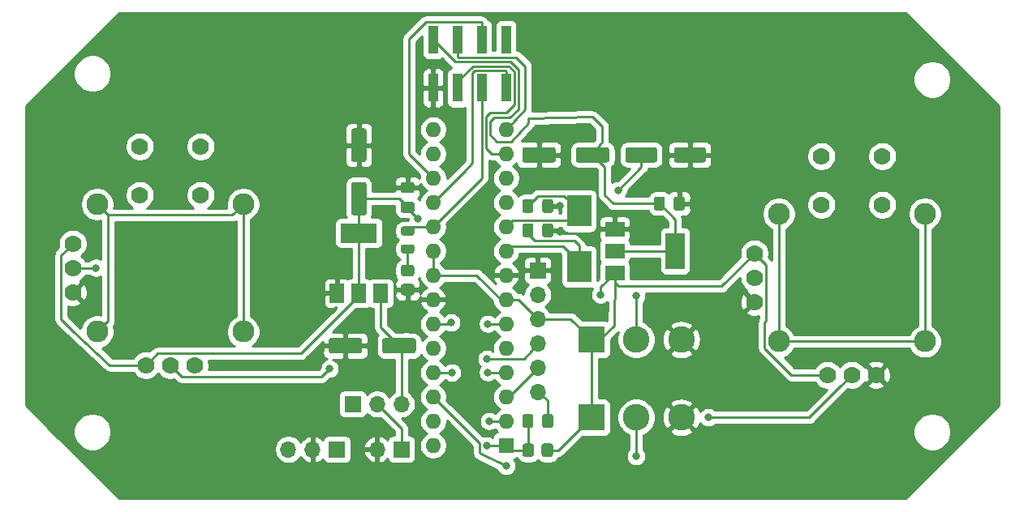
<source format=gtl>
G04 #@! TF.GenerationSoftware,KiCad,Pcbnew,(5.1.12)-1*
G04 #@! TF.CreationDate,2022-10-20T21:18:09-07:00*
G04 #@! TF.ProjectId,Transmisor_de_radio,5472616e-736d-4697-936f-725f64655f72,rev?*
G04 #@! TF.SameCoordinates,Original*
G04 #@! TF.FileFunction,Copper,L1,Top*
G04 #@! TF.FilePolarity,Positive*
%FSLAX46Y46*%
G04 Gerber Fmt 4.6, Leading zero omitted, Abs format (unit mm)*
G04 Created by KiCad (PCBNEW (5.1.12)-1) date 2022-10-20 21:18:09*
%MOMM*%
%LPD*%
G01*
G04 APERTURE LIST*
G04 #@! TA.AperFunction,ComponentPad*
%ADD10R,1.600000X1.600000*%
G04 #@! TD*
G04 #@! TA.AperFunction,ComponentPad*
%ADD11O,1.600000X1.600000*%
G04 #@! TD*
G04 #@! TA.AperFunction,SMDPad,CuDef*
%ADD12R,2.000000X1.500000*%
G04 #@! TD*
G04 #@! TA.AperFunction,SMDPad,CuDef*
%ADD13R,2.000000X3.800000*%
G04 #@! TD*
G04 #@! TA.AperFunction,SMDPad,CuDef*
%ADD14R,3.800000X2.000000*%
G04 #@! TD*
G04 #@! TA.AperFunction,SMDPad,CuDef*
%ADD15R,1.500000X2.000000*%
G04 #@! TD*
G04 #@! TA.AperFunction,ComponentPad*
%ADD16C,1.778000*%
G04 #@! TD*
G04 #@! TA.AperFunction,ComponentPad*
%ADD17C,2.286000*%
G04 #@! TD*
G04 #@! TA.AperFunction,ComponentPad*
%ADD18R,1.700000X1.700000*%
G04 #@! TD*
G04 #@! TA.AperFunction,ComponentPad*
%ADD19O,1.700000X1.700000*%
G04 #@! TD*
G04 #@! TA.AperFunction,SMDPad,CuDef*
%ADD20R,1.000000X3.000000*%
G04 #@! TD*
G04 #@! TA.AperFunction,SMDPad,CuDef*
%ADD21R,2.500000X3.325000*%
G04 #@! TD*
G04 #@! TA.AperFunction,ComponentPad*
%ADD22C,2.775000*%
G04 #@! TD*
G04 #@! TA.AperFunction,ComponentPad*
%ADD23R,2.775000X2.775000*%
G04 #@! TD*
G04 #@! TA.AperFunction,ViaPad*
%ADD24C,0.800000*%
G04 #@! TD*
G04 #@! TA.AperFunction,Conductor*
%ADD25C,0.250000*%
G04 #@! TD*
G04 #@! TA.AperFunction,Conductor*
%ADD26C,0.254000*%
G04 #@! TD*
G04 #@! TA.AperFunction,Conductor*
%ADD27C,0.150000*%
G04 #@! TD*
G04 APERTURE END LIST*
G04 #@! TA.AperFunction,SMDPad,CuDef*
G36*
G01*
X161027000Y-90974000D02*
X161027000Y-89874000D01*
G75*
G02*
X161277000Y-89624000I250000J0D01*
G01*
X164102000Y-89624000D01*
G75*
G02*
X164352000Y-89874000I0J-250000D01*
G01*
X164352000Y-90974000D01*
G75*
G02*
X164102000Y-91224000I-250000J0D01*
G01*
X161277000Y-91224000D01*
G75*
G02*
X161027000Y-90974000I0J250000D01*
G01*
G37*
G04 #@! TD.AperFunction*
G04 #@! TA.AperFunction,SMDPad,CuDef*
G36*
G01*
X166102000Y-90974000D02*
X166102000Y-89874000D01*
G75*
G02*
X166352000Y-89624000I250000J0D01*
G01*
X169177000Y-89624000D01*
G75*
G02*
X169427000Y-89874000I0J-250000D01*
G01*
X169427000Y-90974000D01*
G75*
G02*
X169177000Y-91224000I-250000J0D01*
G01*
X166352000Y-91224000D01*
G75*
G02*
X166102000Y-90974000I0J250000D01*
G01*
G37*
G04 #@! TD.AperFunction*
G04 #@! TA.AperFunction,SMDPad,CuDef*
G36*
G01*
X133570000Y-109813000D02*
X133570000Y-110913000D01*
G75*
G02*
X133320000Y-111163000I-250000J0D01*
G01*
X130320000Y-111163000D01*
G75*
G02*
X130070000Y-110913000I0J250000D01*
G01*
X130070000Y-109813000D01*
G75*
G02*
X130320000Y-109563000I250000J0D01*
G01*
X133320000Y-109563000D01*
G75*
G02*
X133570000Y-109813000I0J-250000D01*
G01*
G37*
G04 #@! TD.AperFunction*
G04 #@! TA.AperFunction,SMDPad,CuDef*
G36*
G01*
X139170000Y-109813000D02*
X139170000Y-110913000D01*
G75*
G02*
X138920000Y-111163000I-250000J0D01*
G01*
X135920000Y-111163000D01*
G75*
G02*
X135670000Y-110913000I0J250000D01*
G01*
X135670000Y-109813000D01*
G75*
G02*
X135920000Y-109563000I250000J0D01*
G01*
X138920000Y-109563000D01*
G75*
G02*
X139170000Y-109813000I0J-250000D01*
G01*
G37*
G04 #@! TD.AperFunction*
G04 #@! TA.AperFunction,SMDPad,CuDef*
G36*
G01*
X163983000Y-95979000D02*
X163983000Y-95029000D01*
G75*
G02*
X164233000Y-94779000I250000J0D01*
G01*
X164908000Y-94779000D01*
G75*
G02*
X165158000Y-95029000I0J-250000D01*
G01*
X165158000Y-95979000D01*
G75*
G02*
X164908000Y-96229000I-250000J0D01*
G01*
X164233000Y-96229000D01*
G75*
G02*
X163983000Y-95979000I0J250000D01*
G01*
G37*
G04 #@! TD.AperFunction*
G04 #@! TA.AperFunction,SMDPad,CuDef*
G36*
G01*
X166058000Y-95979000D02*
X166058000Y-95029000D01*
G75*
G02*
X166308000Y-94779000I250000J0D01*
G01*
X166983000Y-94779000D01*
G75*
G02*
X167233000Y-95029000I0J-250000D01*
G01*
X167233000Y-95979000D01*
G75*
G02*
X166983000Y-96229000I-250000J0D01*
G01*
X166308000Y-96229000D01*
G75*
G02*
X166058000Y-95979000I0J250000D01*
G01*
G37*
G04 #@! TD.AperFunction*
G04 #@! TA.AperFunction,SMDPad,CuDef*
G36*
G01*
X159363000Y-89874000D02*
X159363000Y-90974000D01*
G75*
G02*
X159113000Y-91224000I-250000J0D01*
G01*
X156113000Y-91224000D01*
G75*
G02*
X155863000Y-90974000I0J250000D01*
G01*
X155863000Y-89874000D01*
G75*
G02*
X156113000Y-89624000I250000J0D01*
G01*
X159113000Y-89624000D01*
G75*
G02*
X159363000Y-89874000I0J-250000D01*
G01*
G37*
G04 #@! TD.AperFunction*
G04 #@! TA.AperFunction,SMDPad,CuDef*
G36*
G01*
X153763000Y-89874000D02*
X153763000Y-90974000D01*
G75*
G02*
X153513000Y-91224000I-250000J0D01*
G01*
X150513000Y-91224000D01*
G75*
G02*
X150263000Y-90974000I0J250000D01*
G01*
X150263000Y-89874000D01*
G75*
G02*
X150513000Y-89624000I250000J0D01*
G01*
X153513000Y-89624000D01*
G75*
G02*
X153763000Y-89874000I0J-250000D01*
G01*
G37*
G04 #@! TD.AperFunction*
G04 #@! TA.AperFunction,SMDPad,CuDef*
G36*
G01*
X150267000Y-118712000D02*
X150267000Y-117762000D01*
G75*
G02*
X150517000Y-117512000I250000J0D01*
G01*
X151192000Y-117512000D01*
G75*
G02*
X151442000Y-117762000I0J-250000D01*
G01*
X151442000Y-118712000D01*
G75*
G02*
X151192000Y-118962000I-250000J0D01*
G01*
X150517000Y-118962000D01*
G75*
G02*
X150267000Y-118712000I0J250000D01*
G01*
G37*
G04 #@! TD.AperFunction*
G04 #@! TA.AperFunction,SMDPad,CuDef*
G36*
G01*
X152342000Y-118712000D02*
X152342000Y-117762000D01*
G75*
G02*
X152592000Y-117512000I250000J0D01*
G01*
X153267000Y-117512000D01*
G75*
G02*
X153517000Y-117762000I0J-250000D01*
G01*
X153517000Y-118712000D01*
G75*
G02*
X153267000Y-118962000I-250000J0D01*
G01*
X152592000Y-118962000D01*
G75*
G02*
X152342000Y-118712000I0J250000D01*
G01*
G37*
G04 #@! TD.AperFunction*
G04 #@! TA.AperFunction,SMDPad,CuDef*
G36*
G01*
X133773000Y-96752000D02*
X132673000Y-96752000D01*
G75*
G02*
X132423000Y-96502000I0J250000D01*
G01*
X132423000Y-93502000D01*
G75*
G02*
X132673000Y-93252000I250000J0D01*
G01*
X133773000Y-93252000D01*
G75*
G02*
X134023000Y-93502000I0J-250000D01*
G01*
X134023000Y-96502000D01*
G75*
G02*
X133773000Y-96752000I-250000J0D01*
G01*
G37*
G04 #@! TD.AperFunction*
G04 #@! TA.AperFunction,SMDPad,CuDef*
G36*
G01*
X133773000Y-91152000D02*
X132673000Y-91152000D01*
G75*
G02*
X132423000Y-90902000I0J250000D01*
G01*
X132423000Y-87902000D01*
G75*
G02*
X132673000Y-87652000I250000J0D01*
G01*
X133773000Y-87652000D01*
G75*
G02*
X134023000Y-87902000I0J-250000D01*
G01*
X134023000Y-90902000D01*
G75*
G02*
X133773000Y-91152000I-250000J0D01*
G01*
G37*
G04 #@! TD.AperFunction*
G04 #@! TA.AperFunction,SMDPad,CuDef*
G36*
G01*
X153517000Y-97823000D02*
X153517000Y-98773000D01*
G75*
G02*
X153267000Y-99023000I-250000J0D01*
G01*
X152592000Y-99023000D01*
G75*
G02*
X152342000Y-98773000I0J250000D01*
G01*
X152342000Y-97823000D01*
G75*
G02*
X152592000Y-97573000I250000J0D01*
G01*
X153267000Y-97573000D01*
G75*
G02*
X153517000Y-97823000I0J-250000D01*
G01*
G37*
G04 #@! TD.AperFunction*
G04 #@! TA.AperFunction,SMDPad,CuDef*
G36*
G01*
X151442000Y-97823000D02*
X151442000Y-98773000D01*
G75*
G02*
X151192000Y-99023000I-250000J0D01*
G01*
X150517000Y-99023000D01*
G75*
G02*
X150267000Y-98773000I0J250000D01*
G01*
X150267000Y-97823000D01*
G75*
G02*
X150517000Y-97573000I250000J0D01*
G01*
X151192000Y-97573000D01*
G75*
G02*
X151442000Y-97823000I0J-250000D01*
G01*
G37*
G04 #@! TD.AperFunction*
G04 #@! TA.AperFunction,SMDPad,CuDef*
G36*
G01*
X151442000Y-95283000D02*
X151442000Y-96233000D01*
G75*
G02*
X151192000Y-96483000I-250000J0D01*
G01*
X150517000Y-96483000D01*
G75*
G02*
X150267000Y-96233000I0J250000D01*
G01*
X150267000Y-95283000D01*
G75*
G02*
X150517000Y-95033000I250000J0D01*
G01*
X151192000Y-95033000D01*
G75*
G02*
X151442000Y-95283000I0J-250000D01*
G01*
G37*
G04 #@! TD.AperFunction*
G04 #@! TA.AperFunction,SMDPad,CuDef*
G36*
G01*
X153517000Y-95283000D02*
X153517000Y-96233000D01*
G75*
G02*
X153267000Y-96483000I-250000J0D01*
G01*
X152592000Y-96483000D01*
G75*
G02*
X152342000Y-96233000I0J250000D01*
G01*
X152342000Y-95283000D01*
G75*
G02*
X152592000Y-95033000I250000J0D01*
G01*
X153267000Y-95033000D01*
G75*
G02*
X153517000Y-95283000I0J-250000D01*
G01*
G37*
G04 #@! TD.AperFunction*
G04 #@! TA.AperFunction,SMDPad,CuDef*
G36*
G01*
X138778000Y-94419000D02*
X137828000Y-94419000D01*
G75*
G02*
X137578000Y-94169000I0J250000D01*
G01*
X137578000Y-93494000D01*
G75*
G02*
X137828000Y-93244000I250000J0D01*
G01*
X138778000Y-93244000D01*
G75*
G02*
X139028000Y-93494000I0J-250000D01*
G01*
X139028000Y-94169000D01*
G75*
G02*
X138778000Y-94419000I-250000J0D01*
G01*
G37*
G04 #@! TD.AperFunction*
G04 #@! TA.AperFunction,SMDPad,CuDef*
G36*
G01*
X138778000Y-96494000D02*
X137828000Y-96494000D01*
G75*
G02*
X137578000Y-96244000I0J250000D01*
G01*
X137578000Y-95569000D01*
G75*
G02*
X137828000Y-95319000I250000J0D01*
G01*
X138778000Y-95319000D01*
G75*
G02*
X139028000Y-95569000I0J-250000D01*
G01*
X139028000Y-96244000D01*
G75*
G02*
X138778000Y-96494000I-250000J0D01*
G01*
G37*
G04 #@! TD.AperFunction*
G04 #@! TA.AperFunction,SMDPad,CuDef*
G36*
G01*
X138759250Y-100739000D02*
X137846750Y-100739000D01*
G75*
G02*
X137603000Y-100495250I0J243750D01*
G01*
X137603000Y-100007750D01*
G75*
G02*
X137846750Y-99764000I243750J0D01*
G01*
X138759250Y-99764000D01*
G75*
G02*
X139003000Y-100007750I0J-243750D01*
G01*
X139003000Y-100495250D01*
G75*
G02*
X138759250Y-100739000I-243750J0D01*
G01*
G37*
G04 #@! TD.AperFunction*
G04 #@! TA.AperFunction,SMDPad,CuDef*
G36*
G01*
X138759250Y-98864000D02*
X137846750Y-98864000D01*
G75*
G02*
X137603000Y-98620250I0J243750D01*
G01*
X137603000Y-98132750D01*
G75*
G02*
X137846750Y-97889000I243750J0D01*
G01*
X138759250Y-97889000D01*
G75*
G02*
X139003000Y-98132750I0J-243750D01*
G01*
X139003000Y-98620250D01*
G75*
G02*
X138759250Y-98864000I-243750J0D01*
G01*
G37*
G04 #@! TD.AperFunction*
G04 #@! TA.AperFunction,SMDPad,CuDef*
G36*
G01*
X138753001Y-105105000D02*
X137852999Y-105105000D01*
G75*
G02*
X137603000Y-104855001I0J249999D01*
G01*
X137603000Y-104154999D01*
G75*
G02*
X137852999Y-103905000I249999J0D01*
G01*
X138753001Y-103905000D01*
G75*
G02*
X139003000Y-104154999I0J-249999D01*
G01*
X139003000Y-104855001D01*
G75*
G02*
X138753001Y-105105000I-249999J0D01*
G01*
G37*
G04 #@! TD.AperFunction*
G04 #@! TA.AperFunction,SMDPad,CuDef*
G36*
G01*
X138753001Y-103105000D02*
X137852999Y-103105000D01*
G75*
G02*
X137603000Y-102855001I0J249999D01*
G01*
X137603000Y-102154999D01*
G75*
G02*
X137852999Y-101905000I249999J0D01*
G01*
X138753001Y-101905000D01*
G75*
G02*
X139003000Y-102154999I0J-249999D01*
G01*
X139003000Y-102855001D01*
G75*
G02*
X138753001Y-103105000I-249999J0D01*
G01*
G37*
G04 #@! TD.AperFunction*
G04 #@! TA.AperFunction,SMDPad,CuDef*
G36*
G01*
X151492000Y-120834999D02*
X151492000Y-121735001D01*
G75*
G02*
X151242001Y-121985000I-249999J0D01*
G01*
X150541999Y-121985000D01*
G75*
G02*
X150292000Y-121735001I0J249999D01*
G01*
X150292000Y-120834999D01*
G75*
G02*
X150541999Y-120585000I249999J0D01*
G01*
X151242001Y-120585000D01*
G75*
G02*
X151492000Y-120834999I0J-249999D01*
G01*
G37*
G04 #@! TD.AperFunction*
G04 #@! TA.AperFunction,SMDPad,CuDef*
G36*
G01*
X153492000Y-120834999D02*
X153492000Y-121735001D01*
G75*
G02*
X153242001Y-121985000I-249999J0D01*
G01*
X152541999Y-121985000D01*
G75*
G02*
X152292000Y-121735001I0J249999D01*
G01*
X152292000Y-120834999D01*
G75*
G02*
X152541999Y-120585000I249999J0D01*
G01*
X153242001Y-120585000D01*
G75*
G02*
X153492000Y-120834999I0J-249999D01*
G01*
G37*
G04 #@! TD.AperFunction*
D10*
X148590000Y-120777000D03*
D11*
X140970000Y-87757000D03*
X148590000Y-118237000D03*
X140970000Y-90297000D03*
X148590000Y-115697000D03*
X140970000Y-92837000D03*
X148590000Y-113157000D03*
X140970000Y-95377000D03*
X148590000Y-110617000D03*
X140970000Y-97917000D03*
X148590000Y-108077000D03*
X140970000Y-100457000D03*
X148590000Y-105537000D03*
X140970000Y-102997000D03*
X148590000Y-102997000D03*
X140970000Y-105537000D03*
X148590000Y-100457000D03*
X140970000Y-108077000D03*
X148590000Y-97917000D03*
X140970000Y-110617000D03*
X148590000Y-95377000D03*
X140970000Y-113157000D03*
X148590000Y-92837000D03*
X140970000Y-115697000D03*
X148590000Y-90297000D03*
X140970000Y-118237000D03*
X148590000Y-87757000D03*
X140970000Y-120777000D03*
D12*
X159918000Y-98157000D03*
X159918000Y-102757000D03*
X159918000Y-100457000D03*
D13*
X166218000Y-100457000D03*
D14*
X133223000Y-98577000D03*
D15*
X133223000Y-104877000D03*
X135523000Y-104877000D03*
X130923000Y-104877000D03*
D16*
X110363000Y-89535000D03*
X116713000Y-89535000D03*
X110363000Y-94615000D03*
X116713000Y-94615000D03*
X110998000Y-112395000D03*
X113538000Y-112395000D03*
X116078000Y-112395000D03*
D17*
X105918000Y-95567500D03*
X105918000Y-108902500D03*
X121158000Y-108902500D03*
X121158000Y-95567500D03*
D16*
X103378000Y-99695000D03*
X103378000Y-102235000D03*
X103378000Y-104775000D03*
X174498000Y-105791000D03*
X174498000Y-103251000D03*
X174498000Y-100711000D03*
D17*
X192278000Y-96583500D03*
X192278000Y-109918500D03*
X177038000Y-109918500D03*
X177038000Y-96583500D03*
D16*
X187198000Y-113411000D03*
X184658000Y-113411000D03*
X182118000Y-113411000D03*
X187833000Y-95631000D03*
X181483000Y-95631000D03*
X187833000Y-90551000D03*
X181483000Y-90551000D03*
D18*
X137668000Y-121183400D03*
D19*
X135128000Y-121183400D03*
D18*
X151892000Y-102489000D03*
D19*
X151892000Y-105029000D03*
X151892000Y-107569000D03*
X151892000Y-110109000D03*
X151892000Y-112649000D03*
X151892000Y-115189000D03*
D20*
X148590000Y-83419000D03*
X148590000Y-78379000D03*
X146050000Y-83419000D03*
X146050000Y-78379000D03*
X143510000Y-83419000D03*
X143510000Y-78379000D03*
X140970000Y-83419000D03*
X140970000Y-78379000D03*
D19*
X125869700Y-121196100D03*
X128409700Y-121196100D03*
D18*
X130949700Y-121196100D03*
X132588000Y-116459000D03*
D19*
X135128000Y-116459000D03*
X137668000Y-116459000D03*
D21*
X156210000Y-102099500D03*
X156210000Y-96274500D03*
D22*
X166879000Y-109728000D03*
X162179000Y-109728000D03*
D23*
X157479000Y-109728000D03*
X157479000Y-117856000D03*
D22*
X162179000Y-117856000D03*
X166879000Y-117856000D03*
D24*
X142875000Y-107950000D03*
X105778300Y-102222300D03*
X146558000Y-120777000D03*
X146685000Y-108077000D03*
X162179000Y-105156000D03*
X146812000Y-118237000D03*
X146558000Y-111760000D03*
X146685000Y-113157000D03*
X162153600Y-121920000D03*
X130175000Y-112776000D03*
X169672000Y-117856000D03*
X148590000Y-122936000D03*
X142925800Y-113169700D03*
X142748000Y-85852000D03*
X118491000Y-108966000D03*
X108966000Y-108966000D03*
X109220000Y-99187000D03*
X118618000Y-99060000D03*
X153924000Y-102616000D03*
X154178000Y-98425000D03*
X154178000Y-95758000D03*
X139395200Y-97078800D03*
X160261300Y-94132400D03*
X158432500Y-105029000D03*
D25*
X142748000Y-108077000D02*
X142875000Y-107950000D01*
X140970000Y-108077000D02*
X142748000Y-108077000D01*
X105778300Y-102222300D02*
X103378000Y-102235000D01*
X135890000Y-104877000D02*
X135890000Y-104405630D01*
X137668000Y-110611000D02*
X137420000Y-110363000D01*
X137668000Y-116459000D02*
X137668000Y-110611000D01*
X138190000Y-109593000D02*
X137420000Y-110363000D01*
X135523000Y-108466000D02*
X137420000Y-110363000D01*
X135523000Y-104877000D02*
X135523000Y-108466000D01*
X166218000Y-100457000D02*
X159918000Y-100457000D01*
X158877000Y-91688000D02*
X157613000Y-90424000D01*
X166218000Y-97151500D02*
X164570500Y-95504000D01*
X166218000Y-100457000D02*
X166218000Y-97151500D01*
X159766000Y-95504000D02*
X158877000Y-94615000D01*
X164570500Y-95504000D02*
X159766000Y-95504000D01*
X158877000Y-94615000D02*
X158877000Y-91688000D01*
X140970000Y-78379000D02*
X143245011Y-80654011D01*
X147370800Y-86537800D02*
X146950020Y-86958580D01*
X143245011Y-80654011D02*
X149046423Y-80654011D01*
X149046423Y-80654011D02*
X149865011Y-81472599D01*
X158635700Y-87439500D02*
X158635700Y-89039700D01*
X149865011Y-81472599D02*
X149865011Y-85656489D01*
X146950020Y-86958580D02*
X146950020Y-88288720D01*
X158635700Y-89039700D02*
X157613000Y-90424000D01*
X157568900Y-86448900D02*
X158635700Y-87439500D01*
X148971000Y-86537800D02*
X147370800Y-86537800D01*
X149865011Y-85656489D02*
X148971000Y-86537800D01*
X146950020Y-88288720D02*
X147599400Y-89065100D01*
X147599400Y-89065100D02*
X149110700Y-89065100D01*
X150914100Y-86588600D02*
X157568900Y-86448900D01*
X149110700Y-89065100D02*
X150914100Y-87097902D01*
X150914100Y-87097902D02*
X150914100Y-86588600D01*
X149098000Y-121285000D02*
X148590000Y-120777000D01*
X150892000Y-121285000D02*
X149098000Y-121285000D01*
X150892000Y-118274500D02*
X150854500Y-118237000D01*
X150892000Y-121285000D02*
X150892000Y-118274500D01*
X148590000Y-120777000D02*
X146558000Y-120777000D01*
X152929500Y-116098090D02*
X151892000Y-115189000D01*
X152929500Y-118237000D02*
X152929500Y-116098090D01*
X150854500Y-98298000D02*
X150749000Y-98298000D01*
X156210000Y-102099500D02*
X156210000Y-101663500D01*
X156210000Y-101663500D02*
X154508200Y-99961700D01*
X149085300Y-99961700D02*
X148590000Y-100457000D01*
X154508200Y-99961700D02*
X149085300Y-99961700D01*
X150854500Y-98298000D02*
X150854500Y-98708300D01*
X150854500Y-98708300D02*
X151549100Y-99402900D01*
X151549100Y-99402900D02*
X155702000Y-99402900D01*
X156210000Y-99910900D02*
X156210000Y-102099500D01*
X155702000Y-99402900D02*
X156210000Y-99910900D01*
X149259010Y-97247990D02*
X148590000Y-97917000D01*
X155236510Y-97247990D02*
X149259010Y-97247990D01*
X156210000Y-96274500D02*
X155236510Y-97247990D01*
X154643490Y-94707990D02*
X156210000Y-96274500D01*
X151904510Y-94707990D02*
X154643490Y-94707990D01*
X150854500Y-95758000D02*
X151904510Y-94707990D01*
X138303000Y-100251500D02*
X138303000Y-102505000D01*
X138762500Y-97917000D02*
X138303000Y-98376500D01*
X140970000Y-97917000D02*
X138762500Y-97917000D01*
X146050000Y-92837000D02*
X140970000Y-97917000D01*
X146050000Y-83419000D02*
X146050000Y-92837000D01*
X137668000Y-118999000D02*
X135128000Y-116459000D01*
X137668000Y-121183400D02*
X137668000Y-118999000D01*
X148590000Y-108077000D02*
X146685000Y-108077000D01*
X162179000Y-105156000D02*
X162179000Y-109728000D01*
X148590000Y-118237000D02*
X146812000Y-118237000D01*
X150495000Y-111760000D02*
X151892000Y-110109000D01*
X146558000Y-111760000D02*
X150495000Y-111760000D01*
X148844000Y-115697000D02*
X148590000Y-115697000D01*
X151892000Y-112649000D02*
X148844000Y-115697000D01*
X148590000Y-113157000D02*
X146685000Y-113157000D01*
X162153600Y-121920000D02*
X162179000Y-117856000D01*
X149415001Y-85179001D02*
X148589602Y-86004400D01*
X149415001Y-81658999D02*
X149415001Y-85179001D01*
X148899991Y-81143989D02*
X149415001Y-81658999D01*
X145103599Y-81143989D02*
X148899991Y-81143989D01*
X143510000Y-82737588D02*
X145103599Y-81143989D01*
X143510000Y-83419000D02*
X143510000Y-82737588D01*
X146951700Y-86004400D02*
X146500010Y-86456090D01*
X148589602Y-86004400D02*
X146951700Y-86004400D01*
X146500010Y-86456090D02*
X146500010Y-89743710D01*
X147053300Y-90297000D02*
X148590000Y-90297000D01*
X146500010Y-89743710D02*
X147053300Y-90297000D01*
X150596600Y-81165700D02*
X150596600Y-85623400D01*
X149647601Y-80204001D02*
X150596600Y-81165700D01*
X143585001Y-80204001D02*
X149647601Y-80204001D01*
X150596600Y-85623400D02*
X148590000Y-87757000D01*
X143510000Y-80129000D02*
X143585001Y-80204001D01*
X143510000Y-78379000D02*
X143510000Y-80129000D01*
X140209999Y-76553999D02*
X138480800Y-78283198D01*
X145974999Y-76553999D02*
X140209999Y-76553999D01*
X146050000Y-76629000D02*
X145974999Y-76553999D01*
X146050000Y-78379000D02*
X146050000Y-76629000D01*
X138480800Y-90347800D02*
X140970000Y-92837000D01*
X138480800Y-78283198D02*
X138480800Y-90347800D01*
X144183100Y-92163900D02*
X140970000Y-95377000D01*
X145021300Y-91287600D02*
X144183100Y-92163900D01*
X145059400Y-81824598D02*
X145021300Y-91287600D01*
X145289999Y-81593999D02*
X145059400Y-81824598D01*
X148514999Y-81593999D02*
X145289999Y-81593999D01*
X148590000Y-81669000D02*
X148514999Y-81593999D01*
X148590000Y-83419000D02*
X148590000Y-81669000D01*
X129341999Y-113609001D02*
X130175000Y-112776000D01*
X114752001Y-113609001D02*
X129341999Y-113609001D01*
X113538000Y-112395000D02*
X114752001Y-113609001D01*
X184658000Y-113411000D02*
X183443999Y-114625001D01*
X180213000Y-117856000D02*
X169672000Y-117856000D01*
X183443999Y-114625001D02*
X180213000Y-117856000D01*
X145832999Y-120559999D02*
X140970000Y-115697000D01*
X145832999Y-121575999D02*
X145832999Y-120559999D01*
X148590000Y-122936000D02*
X145832999Y-121575999D01*
X120015001Y-96710499D02*
X121158000Y-95567500D01*
X107060999Y-96710499D02*
X120015001Y-96710499D01*
X121158000Y-95567500D02*
X121158000Y-108902500D01*
X107060999Y-96710499D02*
X105918000Y-95567500D01*
X107060999Y-107759501D02*
X107060999Y-96710499D01*
X105918000Y-108902500D02*
X107060999Y-107759501D01*
X177038000Y-96583500D02*
X177038000Y-109918500D01*
X177038000Y-109918500D02*
X192278000Y-109918500D01*
X192278000Y-96583500D02*
X192278000Y-109918500D01*
X142913100Y-113157000D02*
X142925800Y-113169700D01*
X140970000Y-113157000D02*
X142913100Y-113157000D01*
X166218000Y-95931500D02*
X166645500Y-95504000D01*
X133223000Y-104877000D02*
X133223000Y-98577000D01*
X133223000Y-95002000D02*
X133223000Y-98577000D01*
X140970000Y-100457000D02*
X140970000Y-102997000D01*
X154050000Y-121285000D02*
X157479000Y-117856000D01*
X152892000Y-121285000D02*
X154050000Y-121285000D01*
X107237858Y-112395000D02*
X110998000Y-112395000D01*
X103403400Y-108839000D02*
X107237858Y-112395000D01*
X102163999Y-107599599D02*
X103403400Y-108839000D01*
X102163999Y-100909001D02*
X102163999Y-107599599D01*
X103378000Y-99695000D02*
X102163999Y-100909001D01*
X112212001Y-111180999D02*
X110998000Y-112395000D01*
X127169001Y-111180999D02*
X112212001Y-111180999D01*
X133223000Y-105127000D02*
X127169001Y-111180999D01*
X133223000Y-104877000D02*
X133223000Y-105127000D01*
X138303000Y-95986600D02*
X139395200Y-97078800D01*
X138303000Y-95906500D02*
X138303000Y-95986600D01*
X137398500Y-95002000D02*
X137984795Y-95588295D01*
X133223000Y-95002000D02*
X137398500Y-95002000D01*
X145507999Y-102997000D02*
X148152229Y-105641230D01*
X140970000Y-102997000D02*
X145507999Y-102997000D01*
X149860000Y-105537000D02*
X151892000Y-107569000D01*
X148590000Y-105537000D02*
X149860000Y-105537000D01*
X157479000Y-109728000D02*
X157479000Y-117856000D01*
X155320000Y-107569000D02*
X157479000Y-109728000D01*
X151892000Y-107569000D02*
X155320000Y-107569000D01*
X159905700Y-108292900D02*
X159918000Y-102757000D01*
X158381700Y-109728000D02*
X159905700Y-108292900D01*
X157479000Y-109728000D02*
X158381700Y-109728000D01*
X162689500Y-91704200D02*
X160261300Y-94132400D01*
X162689500Y-90424000D02*
X162689500Y-91704200D01*
X158432500Y-104242500D02*
X159918000Y-102757000D01*
X158432500Y-105029000D02*
X158432500Y-104242500D01*
X175712001Y-101925001D02*
X175712001Y-107790099D01*
X174498000Y-100711000D02*
X175712001Y-101925001D01*
X178357858Y-113411000D02*
X182118000Y-113411000D01*
X175569999Y-110623141D02*
X178357858Y-113411000D01*
X175569999Y-107932101D02*
X175569999Y-110623141D01*
X175712001Y-107790099D02*
X175569999Y-107932101D01*
X159918000Y-103757000D02*
X160301000Y-104140000D01*
X159918000Y-102757000D02*
X159918000Y-103757000D01*
X171069000Y-104140000D02*
X174498000Y-100711000D01*
X160301000Y-104140000D02*
X171069000Y-104140000D01*
D26*
X200000001Y-85363382D02*
X200000000Y-116566619D01*
X190226620Y-126340000D01*
X108223381Y-126340000D01*
X101067876Y-119184495D01*
X103425000Y-119184495D01*
X103425000Y-119575505D01*
X103501282Y-119959003D01*
X103650915Y-120320250D01*
X103868149Y-120645364D01*
X104144636Y-120921851D01*
X104469750Y-121139085D01*
X104830997Y-121288718D01*
X105214495Y-121365000D01*
X105605505Y-121365000D01*
X105989003Y-121288718D01*
X106350250Y-121139085D01*
X106483814Y-121049840D01*
X124384700Y-121049840D01*
X124384700Y-121342360D01*
X124441768Y-121629258D01*
X124553710Y-121899511D01*
X124716225Y-122142732D01*
X124923068Y-122349575D01*
X125166289Y-122512090D01*
X125436542Y-122624032D01*
X125723440Y-122681100D01*
X126015960Y-122681100D01*
X126302858Y-122624032D01*
X126573111Y-122512090D01*
X126816332Y-122349575D01*
X127023175Y-122142732D01*
X127144895Y-121960566D01*
X127214522Y-122077455D01*
X127409431Y-122293688D01*
X127642780Y-122467741D01*
X127905601Y-122592925D01*
X128052810Y-122637576D01*
X128282700Y-122516255D01*
X128282700Y-121323100D01*
X128262700Y-121323100D01*
X128262700Y-121069100D01*
X128282700Y-121069100D01*
X128282700Y-119875945D01*
X128536700Y-119875945D01*
X128536700Y-121069100D01*
X128556700Y-121069100D01*
X128556700Y-121323100D01*
X128536700Y-121323100D01*
X128536700Y-122516255D01*
X128766590Y-122637576D01*
X128913799Y-122592925D01*
X129176620Y-122467741D01*
X129409969Y-122293688D01*
X129485734Y-122209634D01*
X129510198Y-122290280D01*
X129569163Y-122400594D01*
X129648515Y-122497285D01*
X129745206Y-122576637D01*
X129855520Y-122635602D01*
X129975218Y-122671912D01*
X130099700Y-122684172D01*
X131799700Y-122684172D01*
X131924182Y-122671912D01*
X132043880Y-122635602D01*
X132154194Y-122576637D01*
X132250885Y-122497285D01*
X132330237Y-122400594D01*
X132389202Y-122290280D01*
X132425512Y-122170582D01*
X132437772Y-122046100D01*
X132437772Y-121540291D01*
X133686519Y-121540291D01*
X133783843Y-121814652D01*
X133932822Y-122064755D01*
X134127731Y-122280988D01*
X134361080Y-122455041D01*
X134623901Y-122580225D01*
X134771110Y-122624876D01*
X135001000Y-122503555D01*
X135001000Y-121310400D01*
X133807186Y-121310400D01*
X133686519Y-121540291D01*
X132437772Y-121540291D01*
X132437772Y-120826509D01*
X133686519Y-120826509D01*
X133807186Y-121056400D01*
X135001000Y-121056400D01*
X135001000Y-119863245D01*
X134771110Y-119741924D01*
X134623901Y-119786575D01*
X134361080Y-119911759D01*
X134127731Y-120085812D01*
X133932822Y-120302045D01*
X133783843Y-120552148D01*
X133686519Y-120826509D01*
X132437772Y-120826509D01*
X132437772Y-120346100D01*
X132425512Y-120221618D01*
X132389202Y-120101920D01*
X132330237Y-119991606D01*
X132250885Y-119894915D01*
X132154194Y-119815563D01*
X132043880Y-119756598D01*
X131924182Y-119720288D01*
X131799700Y-119708028D01*
X130099700Y-119708028D01*
X129975218Y-119720288D01*
X129855520Y-119756598D01*
X129745206Y-119815563D01*
X129648515Y-119894915D01*
X129569163Y-119991606D01*
X129510198Y-120101920D01*
X129485734Y-120182566D01*
X129409969Y-120098512D01*
X129176620Y-119924459D01*
X128913799Y-119799275D01*
X128766590Y-119754624D01*
X128536700Y-119875945D01*
X128282700Y-119875945D01*
X128052810Y-119754624D01*
X127905601Y-119799275D01*
X127642780Y-119924459D01*
X127409431Y-120098512D01*
X127214522Y-120314745D01*
X127144895Y-120431634D01*
X127023175Y-120249468D01*
X126816332Y-120042625D01*
X126573111Y-119880110D01*
X126302858Y-119768168D01*
X126015960Y-119711100D01*
X125723440Y-119711100D01*
X125436542Y-119768168D01*
X125166289Y-119880110D01*
X124923068Y-120042625D01*
X124716225Y-120249468D01*
X124553710Y-120492689D01*
X124441768Y-120762942D01*
X124384700Y-121049840D01*
X106483814Y-121049840D01*
X106675364Y-120921851D01*
X106951851Y-120645364D01*
X107169085Y-120320250D01*
X107318718Y-119959003D01*
X107395000Y-119575505D01*
X107395000Y-119184495D01*
X107318718Y-118800997D01*
X107169085Y-118439750D01*
X106951851Y-118114636D01*
X106675364Y-117838149D01*
X106350250Y-117620915D01*
X105989003Y-117471282D01*
X105605505Y-117395000D01*
X105214495Y-117395000D01*
X104830997Y-117471282D01*
X104469750Y-117620915D01*
X104144636Y-117838149D01*
X103868149Y-118114636D01*
X103650915Y-118439750D01*
X103501282Y-118800997D01*
X103425000Y-119184495D01*
X101067876Y-119184495D01*
X98450000Y-116566620D01*
X98450000Y-100909001D01*
X101400323Y-100909001D01*
X101403999Y-100946324D01*
X101404000Y-107562267D01*
X101400323Y-107599599D01*
X101404000Y-107636932D01*
X101414997Y-107748585D01*
X101425968Y-107784753D01*
X101458453Y-107891845D01*
X101529025Y-108023875D01*
X101588480Y-108096320D01*
X101623999Y-108139600D01*
X101652997Y-108163398D01*
X102849744Y-109360146D01*
X102859241Y-109370868D01*
X102876110Y-109386512D01*
X102892397Y-109402799D01*
X102903482Y-109411896D01*
X106683168Y-112917102D01*
X106697857Y-112935001D01*
X106737934Y-112967891D01*
X106748445Y-112977639D01*
X106766782Y-112991566D01*
X106813582Y-113029974D01*
X106826304Y-113036774D01*
X106837790Y-113045498D01*
X106892212Y-113072003D01*
X106945611Y-113100546D01*
X106959416Y-113104734D01*
X106972383Y-113111049D01*
X107030936Y-113126428D01*
X107088872Y-113144003D01*
X107103228Y-113145417D01*
X107117178Y-113149081D01*
X107177596Y-113152742D01*
X107200525Y-113155000D01*
X107214869Y-113155000D01*
X107266611Y-113158135D01*
X107289548Y-113155000D01*
X109672917Y-113155000D01*
X109814232Y-113366493D01*
X110026507Y-113578768D01*
X110276115Y-113745551D01*
X110553466Y-113860434D01*
X110847899Y-113919000D01*
X111148101Y-113919000D01*
X111442534Y-113860434D01*
X111719885Y-113745551D01*
X111969493Y-113578768D01*
X112181768Y-113366493D01*
X112268000Y-113237438D01*
X112354232Y-113366493D01*
X112566507Y-113578768D01*
X112816115Y-113745551D01*
X113093466Y-113860434D01*
X113387899Y-113919000D01*
X113688101Y-113919000D01*
X113937575Y-113869377D01*
X114188202Y-114120004D01*
X114212000Y-114149002D01*
X114327725Y-114243975D01*
X114459754Y-114314547D01*
X114603015Y-114358004D01*
X114714668Y-114369001D01*
X114714676Y-114369001D01*
X114752001Y-114372677D01*
X114789326Y-114369001D01*
X129304677Y-114369001D01*
X129341999Y-114372677D01*
X129379321Y-114369001D01*
X129379332Y-114369001D01*
X129490985Y-114358004D01*
X129634246Y-114314547D01*
X129766275Y-114243975D01*
X129882000Y-114149002D01*
X129905802Y-114119999D01*
X130214801Y-113811000D01*
X130276939Y-113811000D01*
X130476898Y-113771226D01*
X130665256Y-113693205D01*
X130834774Y-113579937D01*
X130978937Y-113435774D01*
X131092205Y-113266256D01*
X131170226Y-113077898D01*
X131210000Y-112877939D01*
X131210000Y-112674061D01*
X131170226Y-112474102D01*
X131092205Y-112285744D01*
X130978937Y-112116226D01*
X130834774Y-111972063D01*
X130665256Y-111858795D01*
X130523604Y-111800120D01*
X131534250Y-111798000D01*
X131693000Y-111639250D01*
X131693000Y-110490000D01*
X131947000Y-110490000D01*
X131947000Y-111639250D01*
X132105750Y-111798000D01*
X133570000Y-111801072D01*
X133694482Y-111788812D01*
X133814180Y-111752502D01*
X133924494Y-111693537D01*
X134021185Y-111614185D01*
X134100537Y-111517494D01*
X134159502Y-111407180D01*
X134195812Y-111287482D01*
X134208072Y-111163000D01*
X134205000Y-110648750D01*
X134046250Y-110490000D01*
X131947000Y-110490000D01*
X131693000Y-110490000D01*
X129593750Y-110490000D01*
X129435000Y-110648750D01*
X129431928Y-111163000D01*
X129444188Y-111287482D01*
X129480498Y-111407180D01*
X129539463Y-111517494D01*
X129618815Y-111614185D01*
X129715506Y-111693537D01*
X129825820Y-111752502D01*
X129900835Y-111775258D01*
X129873102Y-111780774D01*
X129684744Y-111858795D01*
X129515226Y-111972063D01*
X129371063Y-112116226D01*
X129257795Y-112285744D01*
X129179774Y-112474102D01*
X129140000Y-112674061D01*
X129140000Y-112736199D01*
X129027198Y-112849001D01*
X117534910Y-112849001D01*
X117591580Y-112627770D01*
X117607908Y-112328012D01*
X117565443Y-112030829D01*
X117533840Y-111940999D01*
X127131679Y-111940999D01*
X127169001Y-111944675D01*
X127206323Y-111940999D01*
X127206334Y-111940999D01*
X127317987Y-111930002D01*
X127461248Y-111886545D01*
X127593277Y-111815973D01*
X127709002Y-111721000D01*
X127732805Y-111691996D01*
X129434481Y-109990321D01*
X129435000Y-110077250D01*
X129593750Y-110236000D01*
X131693000Y-110236000D01*
X131693000Y-109086750D01*
X131947000Y-109086750D01*
X131947000Y-110236000D01*
X134046250Y-110236000D01*
X134205000Y-110077250D01*
X134208072Y-109563000D01*
X134195812Y-109438518D01*
X134159502Y-109318820D01*
X134100537Y-109208506D01*
X134021185Y-109111815D01*
X133924494Y-109032463D01*
X133814180Y-108973498D01*
X133694482Y-108937188D01*
X133570000Y-108924928D01*
X132105750Y-108928000D01*
X131947000Y-109086750D01*
X131693000Y-109086750D01*
X131534250Y-108928000D01*
X130498974Y-108925828D01*
X132909731Y-106515072D01*
X133973000Y-106515072D01*
X134097482Y-106502812D01*
X134217180Y-106466502D01*
X134327494Y-106407537D01*
X134373000Y-106370191D01*
X134418506Y-106407537D01*
X134528820Y-106466502D01*
X134648518Y-106502812D01*
X134763000Y-106514087D01*
X134763001Y-108428668D01*
X134759324Y-108466000D01*
X134763001Y-108503333D01*
X134773998Y-108614986D01*
X134781828Y-108640799D01*
X134817454Y-108758246D01*
X134888026Y-108890276D01*
X134951813Y-108968000D01*
X134983000Y-109006001D01*
X135011998Y-109029799D01*
X135235784Y-109253585D01*
X135181595Y-109319614D01*
X135099528Y-109473150D01*
X135048992Y-109639746D01*
X135031928Y-109813000D01*
X135031928Y-110913000D01*
X135048992Y-111086254D01*
X135099528Y-111252850D01*
X135181595Y-111406386D01*
X135292038Y-111540962D01*
X135426614Y-111651405D01*
X135580150Y-111733472D01*
X135746746Y-111784008D01*
X135920000Y-111801072D01*
X136908001Y-111801072D01*
X136908000Y-115180821D01*
X136721368Y-115305525D01*
X136514525Y-115512368D01*
X136398000Y-115686760D01*
X136281475Y-115512368D01*
X136074632Y-115305525D01*
X135831411Y-115143010D01*
X135561158Y-115031068D01*
X135274260Y-114974000D01*
X134981740Y-114974000D01*
X134694842Y-115031068D01*
X134424589Y-115143010D01*
X134181368Y-115305525D01*
X134049513Y-115437380D01*
X134027502Y-115364820D01*
X133968537Y-115254506D01*
X133889185Y-115157815D01*
X133792494Y-115078463D01*
X133682180Y-115019498D01*
X133562482Y-114983188D01*
X133438000Y-114970928D01*
X131738000Y-114970928D01*
X131613518Y-114983188D01*
X131493820Y-115019498D01*
X131383506Y-115078463D01*
X131286815Y-115157815D01*
X131207463Y-115254506D01*
X131148498Y-115364820D01*
X131112188Y-115484518D01*
X131099928Y-115609000D01*
X131099928Y-117309000D01*
X131112188Y-117433482D01*
X131148498Y-117553180D01*
X131207463Y-117663494D01*
X131286815Y-117760185D01*
X131383506Y-117839537D01*
X131493820Y-117898502D01*
X131613518Y-117934812D01*
X131738000Y-117947072D01*
X133438000Y-117947072D01*
X133562482Y-117934812D01*
X133682180Y-117898502D01*
X133792494Y-117839537D01*
X133889185Y-117760185D01*
X133968537Y-117663494D01*
X134027502Y-117553180D01*
X134049513Y-117480620D01*
X134181368Y-117612475D01*
X134424589Y-117774990D01*
X134694842Y-117886932D01*
X134981740Y-117944000D01*
X135274260Y-117944000D01*
X135494408Y-117900210D01*
X136908001Y-119313804D01*
X136908001Y-119695328D01*
X136818000Y-119695328D01*
X136693518Y-119707588D01*
X136573820Y-119743898D01*
X136463506Y-119802863D01*
X136366815Y-119882215D01*
X136287463Y-119978906D01*
X136228498Y-120089220D01*
X136204034Y-120169866D01*
X136128269Y-120085812D01*
X135894920Y-119911759D01*
X135632099Y-119786575D01*
X135484890Y-119741924D01*
X135255000Y-119863245D01*
X135255000Y-121056400D01*
X135275000Y-121056400D01*
X135275000Y-121310400D01*
X135255000Y-121310400D01*
X135255000Y-122503555D01*
X135484890Y-122624876D01*
X135632099Y-122580225D01*
X135894920Y-122455041D01*
X136128269Y-122280988D01*
X136204034Y-122196934D01*
X136228498Y-122277580D01*
X136287463Y-122387894D01*
X136366815Y-122484585D01*
X136463506Y-122563937D01*
X136573820Y-122622902D01*
X136693518Y-122659212D01*
X136818000Y-122671472D01*
X138518000Y-122671472D01*
X138642482Y-122659212D01*
X138762180Y-122622902D01*
X138872494Y-122563937D01*
X138969185Y-122484585D01*
X139048537Y-122387894D01*
X139107502Y-122277580D01*
X139143812Y-122157882D01*
X139156072Y-122033400D01*
X139156072Y-120333400D01*
X139143812Y-120208918D01*
X139107502Y-120089220D01*
X139048537Y-119978906D01*
X138969185Y-119882215D01*
X138872494Y-119802863D01*
X138762180Y-119743898D01*
X138642482Y-119707588D01*
X138518000Y-119695328D01*
X138428000Y-119695328D01*
X138428000Y-119036322D01*
X138431676Y-118998999D01*
X138428000Y-118961676D01*
X138428000Y-118961667D01*
X138417003Y-118850014D01*
X138373546Y-118706753D01*
X138302974Y-118574724D01*
X138289811Y-118558685D01*
X138231799Y-118487996D01*
X138231795Y-118487992D01*
X138208001Y-118458999D01*
X138179008Y-118435205D01*
X137687803Y-117944000D01*
X137814260Y-117944000D01*
X138101158Y-117886932D01*
X138371411Y-117774990D01*
X138614632Y-117612475D01*
X138821475Y-117405632D01*
X138983990Y-117162411D01*
X139095932Y-116892158D01*
X139153000Y-116605260D01*
X139153000Y-116312740D01*
X139095932Y-116025842D01*
X138983990Y-115755589D01*
X138821475Y-115512368D01*
X138614632Y-115305525D01*
X138428000Y-115180822D01*
X138428000Y-111801072D01*
X138920000Y-111801072D01*
X139093254Y-111784008D01*
X139259850Y-111733472D01*
X139413386Y-111651405D01*
X139547962Y-111540962D01*
X139658405Y-111406386D01*
X139708709Y-111312275D01*
X139855363Y-111531759D01*
X140055241Y-111731637D01*
X140287759Y-111887000D01*
X140055241Y-112042363D01*
X139855363Y-112242241D01*
X139698320Y-112477273D01*
X139590147Y-112738426D01*
X139535000Y-113015665D01*
X139535000Y-113298335D01*
X139590147Y-113575574D01*
X139698320Y-113836727D01*
X139855363Y-114071759D01*
X140055241Y-114271637D01*
X140287759Y-114427000D01*
X140055241Y-114582363D01*
X139855363Y-114782241D01*
X139698320Y-115017273D01*
X139590147Y-115278426D01*
X139535000Y-115555665D01*
X139535000Y-115838335D01*
X139590147Y-116115574D01*
X139698320Y-116376727D01*
X139855363Y-116611759D01*
X140055241Y-116811637D01*
X140287759Y-116967000D01*
X140055241Y-117122363D01*
X139855363Y-117322241D01*
X139698320Y-117557273D01*
X139590147Y-117818426D01*
X139535000Y-118095665D01*
X139535000Y-118378335D01*
X139590147Y-118655574D01*
X139698320Y-118916727D01*
X139855363Y-119151759D01*
X140055241Y-119351637D01*
X140287759Y-119507000D01*
X140055241Y-119662363D01*
X139855363Y-119862241D01*
X139698320Y-120097273D01*
X139590147Y-120358426D01*
X139535000Y-120635665D01*
X139535000Y-120918335D01*
X139590147Y-121195574D01*
X139698320Y-121456727D01*
X139855363Y-121691759D01*
X140055241Y-121891637D01*
X140290273Y-122048680D01*
X140551426Y-122156853D01*
X140828665Y-122212000D01*
X141111335Y-122212000D01*
X141388574Y-122156853D01*
X141649727Y-122048680D01*
X141884759Y-121891637D01*
X142084637Y-121691759D01*
X142241680Y-121456727D01*
X142349853Y-121195574D01*
X142405000Y-120918335D01*
X142405000Y-120635665D01*
X142349853Y-120358426D01*
X142241680Y-120097273D01*
X142084637Y-119862241D01*
X141884759Y-119662363D01*
X141652241Y-119507000D01*
X141884759Y-119351637D01*
X142084637Y-119151759D01*
X142241680Y-118916727D01*
X142349853Y-118655574D01*
X142405000Y-118378335D01*
X142405000Y-118206801D01*
X145073000Y-120874802D01*
X145072999Y-121513641D01*
X145070963Y-121525964D01*
X145072999Y-121588365D01*
X145072999Y-121613331D01*
X145074217Y-121625699D01*
X145075845Y-121675590D01*
X145081537Y-121700013D01*
X145083996Y-121724984D01*
X145098492Y-121772773D01*
X145109822Y-121821390D01*
X145120170Y-121844235D01*
X145127453Y-121868245D01*
X145150996Y-121912291D01*
X145171592Y-121957760D01*
X145186199Y-121978149D01*
X145198025Y-122000274D01*
X145229701Y-122038871D01*
X145258778Y-122079459D01*
X145277083Y-122096608D01*
X145292998Y-122116000D01*
X145331599Y-122147679D01*
X145368032Y-122181810D01*
X145389329Y-122195057D01*
X145408723Y-122210973D01*
X145452766Y-122234515D01*
X145463300Y-122241067D01*
X145485652Y-122252093D01*
X145540752Y-122281545D01*
X145552712Y-122285173D01*
X147623200Y-123306524D01*
X147672795Y-123426256D01*
X147786063Y-123595774D01*
X147930226Y-123739937D01*
X148099744Y-123853205D01*
X148288102Y-123931226D01*
X148488061Y-123971000D01*
X148691939Y-123971000D01*
X148891898Y-123931226D01*
X149080256Y-123853205D01*
X149249774Y-123739937D01*
X149393937Y-123595774D01*
X149507205Y-123426256D01*
X149585226Y-123237898D01*
X149625000Y-123037939D01*
X149625000Y-122834061D01*
X149585226Y-122634102D01*
X149507205Y-122445744D01*
X149393937Y-122276226D01*
X149332783Y-122215072D01*
X149390000Y-122215072D01*
X149514482Y-122202812D01*
X149634180Y-122166502D01*
X149740220Y-122109821D01*
X149803595Y-122228387D01*
X149914038Y-122362962D01*
X150048613Y-122473405D01*
X150202149Y-122555472D01*
X150368745Y-122606008D01*
X150541999Y-122623072D01*
X151242001Y-122623072D01*
X151415255Y-122606008D01*
X151581851Y-122555472D01*
X151735387Y-122473405D01*
X151869962Y-122362962D01*
X151892000Y-122336109D01*
X151914038Y-122362962D01*
X152048613Y-122473405D01*
X152202149Y-122555472D01*
X152368745Y-122606008D01*
X152541999Y-122623072D01*
X153242001Y-122623072D01*
X153415255Y-122606008D01*
X153581851Y-122555472D01*
X153735387Y-122473405D01*
X153869962Y-122362962D01*
X153980405Y-122228387D01*
X154062472Y-122074851D01*
X154071041Y-122046604D01*
X154087322Y-122045000D01*
X154087333Y-122045000D01*
X154198986Y-122034003D01*
X154342247Y-121990546D01*
X154474276Y-121919974D01*
X154590001Y-121825001D01*
X154613804Y-121795997D01*
X156528230Y-119881572D01*
X158866500Y-119881572D01*
X158990982Y-119869312D01*
X159110680Y-119833002D01*
X159220994Y-119774037D01*
X159317685Y-119694685D01*
X159397037Y-119597994D01*
X159456002Y-119487680D01*
X159492312Y-119367982D01*
X159504572Y-119243500D01*
X159504572Y-117656801D01*
X160156500Y-117656801D01*
X160156500Y-118055199D01*
X160234224Y-118445941D01*
X160386684Y-118814013D01*
X160608022Y-119145269D01*
X160889731Y-119426978D01*
X161220987Y-119648316D01*
X161407302Y-119725490D01*
X161398011Y-121211878D01*
X161349663Y-121260226D01*
X161236395Y-121429744D01*
X161158374Y-121618102D01*
X161118600Y-121818061D01*
X161118600Y-122021939D01*
X161158374Y-122221898D01*
X161236395Y-122410256D01*
X161349663Y-122579774D01*
X161493826Y-122723937D01*
X161663344Y-122837205D01*
X161851702Y-122915226D01*
X162051661Y-122955000D01*
X162255539Y-122955000D01*
X162455498Y-122915226D01*
X162643856Y-122837205D01*
X162813374Y-122723937D01*
X162957537Y-122579774D01*
X163070805Y-122410256D01*
X163148826Y-122221898D01*
X163188600Y-122021939D01*
X163188600Y-121818061D01*
X163148826Y-121618102D01*
X163070805Y-121429744D01*
X162957537Y-121260226D01*
X162917985Y-121220674D01*
X162927269Y-119735194D01*
X163137013Y-119648316D01*
X163468269Y-119426978D01*
X163627701Y-119267546D01*
X165647059Y-119267546D01*
X165789532Y-119571590D01*
X166145161Y-119751170D01*
X166528991Y-119857920D01*
X166926272Y-119887737D01*
X167321735Y-119839476D01*
X167700185Y-119714990D01*
X167968468Y-119571590D01*
X168110941Y-119267546D01*
X168027890Y-119184495D01*
X191055000Y-119184495D01*
X191055000Y-119575505D01*
X191131282Y-119959003D01*
X191280915Y-120320250D01*
X191498149Y-120645364D01*
X191774636Y-120921851D01*
X192099750Y-121139085D01*
X192460997Y-121288718D01*
X192844495Y-121365000D01*
X193235505Y-121365000D01*
X193619003Y-121288718D01*
X193980250Y-121139085D01*
X194305364Y-120921851D01*
X194581851Y-120645364D01*
X194799085Y-120320250D01*
X194948718Y-119959003D01*
X195025000Y-119575505D01*
X195025000Y-119184495D01*
X194948718Y-118800997D01*
X194799085Y-118439750D01*
X194581851Y-118114636D01*
X194305364Y-117838149D01*
X193980250Y-117620915D01*
X193619003Y-117471282D01*
X193235505Y-117395000D01*
X192844495Y-117395000D01*
X192460997Y-117471282D01*
X192099750Y-117620915D01*
X191774636Y-117838149D01*
X191498149Y-118114636D01*
X191280915Y-118439750D01*
X191131282Y-118800997D01*
X191055000Y-119184495D01*
X168027890Y-119184495D01*
X166879000Y-118035605D01*
X165647059Y-119267546D01*
X163627701Y-119267546D01*
X163749978Y-119145269D01*
X163971316Y-118814013D01*
X164123776Y-118445941D01*
X164201500Y-118055199D01*
X164201500Y-117903272D01*
X164847263Y-117903272D01*
X164895524Y-118298735D01*
X165020010Y-118677185D01*
X165163410Y-118945468D01*
X165467454Y-119087941D01*
X166699395Y-117856000D01*
X165467454Y-116624059D01*
X165163410Y-116766532D01*
X164983830Y-117122161D01*
X164877080Y-117505991D01*
X164847263Y-117903272D01*
X164201500Y-117903272D01*
X164201500Y-117656801D01*
X164123776Y-117266059D01*
X163971316Y-116897987D01*
X163749978Y-116566731D01*
X163627701Y-116444454D01*
X165647059Y-116444454D01*
X166879000Y-117676395D01*
X168110941Y-116444454D01*
X167968468Y-116140410D01*
X167612839Y-115960830D01*
X167229009Y-115854080D01*
X166831728Y-115824263D01*
X166436265Y-115872524D01*
X166057815Y-115997010D01*
X165789532Y-116140410D01*
X165647059Y-116444454D01*
X163627701Y-116444454D01*
X163468269Y-116285022D01*
X163137013Y-116063684D01*
X162768941Y-115911224D01*
X162378199Y-115833500D01*
X161979801Y-115833500D01*
X161589059Y-115911224D01*
X161220987Y-116063684D01*
X160889731Y-116285022D01*
X160608022Y-116566731D01*
X160386684Y-116897987D01*
X160234224Y-117266059D01*
X160156500Y-117656801D01*
X159504572Y-117656801D01*
X159504572Y-116468500D01*
X159492312Y-116344018D01*
X159456002Y-116224320D01*
X159397037Y-116114006D01*
X159317685Y-116017315D01*
X159220994Y-115937963D01*
X159110680Y-115878998D01*
X158990982Y-115842688D01*
X158866500Y-115830428D01*
X158239000Y-115830428D01*
X158239000Y-111753572D01*
X158866500Y-111753572D01*
X158990982Y-111741312D01*
X159110680Y-111705002D01*
X159220994Y-111646037D01*
X159317685Y-111566685D01*
X159397037Y-111469994D01*
X159456002Y-111359680D01*
X159492312Y-111239982D01*
X159504572Y-111115500D01*
X159504572Y-109714553D01*
X160309328Y-108956742D01*
X160234224Y-109138059D01*
X160156500Y-109528801D01*
X160156500Y-109927199D01*
X160234224Y-110317941D01*
X160386684Y-110686013D01*
X160608022Y-111017269D01*
X160889731Y-111298978D01*
X161220987Y-111520316D01*
X161589059Y-111672776D01*
X161979801Y-111750500D01*
X162378199Y-111750500D01*
X162768941Y-111672776D01*
X163137013Y-111520316D01*
X163468269Y-111298978D01*
X163627701Y-111139546D01*
X165647059Y-111139546D01*
X165789532Y-111443590D01*
X166145161Y-111623170D01*
X166528991Y-111729920D01*
X166926272Y-111759737D01*
X167321735Y-111711476D01*
X167700185Y-111586990D01*
X167968468Y-111443590D01*
X168110941Y-111139546D01*
X166879000Y-109907605D01*
X165647059Y-111139546D01*
X163627701Y-111139546D01*
X163749978Y-111017269D01*
X163971316Y-110686013D01*
X164123776Y-110317941D01*
X164201500Y-109927199D01*
X164201500Y-109775272D01*
X164847263Y-109775272D01*
X164895524Y-110170735D01*
X165020010Y-110549185D01*
X165163410Y-110817468D01*
X165467454Y-110959941D01*
X166699395Y-109728000D01*
X167058605Y-109728000D01*
X168290546Y-110959941D01*
X168594590Y-110817468D01*
X168774170Y-110461839D01*
X168880920Y-110078009D01*
X168910737Y-109680728D01*
X168862476Y-109285265D01*
X168737990Y-108906815D01*
X168594590Y-108638532D01*
X168290546Y-108496059D01*
X167058605Y-109728000D01*
X166699395Y-109728000D01*
X165467454Y-108496059D01*
X165163410Y-108638532D01*
X164983830Y-108994161D01*
X164877080Y-109377991D01*
X164847263Y-109775272D01*
X164201500Y-109775272D01*
X164201500Y-109528801D01*
X164123776Y-109138059D01*
X163971316Y-108769987D01*
X163749978Y-108438731D01*
X163627701Y-108316454D01*
X165647059Y-108316454D01*
X166879000Y-109548395D01*
X168110941Y-108316454D01*
X167968468Y-108012410D01*
X167612839Y-107832830D01*
X167229009Y-107726080D01*
X166831728Y-107696263D01*
X166436265Y-107744524D01*
X166057815Y-107869010D01*
X165789532Y-108012410D01*
X165647059Y-108316454D01*
X163627701Y-108316454D01*
X163468269Y-108157022D01*
X163137013Y-107935684D01*
X162939000Y-107853665D01*
X162939000Y-105859711D01*
X162940723Y-105857988D01*
X172968092Y-105857988D01*
X173010557Y-106155171D01*
X173110184Y-106438359D01*
X173188711Y-106585273D01*
X173441769Y-106667626D01*
X174318395Y-105791000D01*
X173441769Y-104914374D01*
X173188711Y-104996727D01*
X173058914Y-105267418D01*
X172984420Y-105558230D01*
X172968092Y-105857988D01*
X162940723Y-105857988D01*
X162982937Y-105815774D01*
X163096205Y-105646256D01*
X163174226Y-105457898D01*
X163214000Y-105257939D01*
X163214000Y-105054061D01*
X163183356Y-104900000D01*
X171031678Y-104900000D01*
X171069000Y-104903676D01*
X171106322Y-104900000D01*
X171106333Y-104900000D01*
X171217986Y-104889003D01*
X171361247Y-104845546D01*
X171493276Y-104774974D01*
X171609001Y-104680001D01*
X171632804Y-104650997D01*
X172974000Y-103309801D01*
X172974000Y-103401101D01*
X173032566Y-103695534D01*
X173147449Y-103972885D01*
X173314232Y-104222493D01*
X173526507Y-104434768D01*
X173684622Y-104540417D01*
X173621374Y-104734769D01*
X174498000Y-105611395D01*
X174512143Y-105597253D01*
X174691748Y-105776858D01*
X174677605Y-105791000D01*
X174691748Y-105805143D01*
X174512143Y-105984748D01*
X174498000Y-105970605D01*
X173621374Y-106847231D01*
X173703727Y-107100289D01*
X173974418Y-107230086D01*
X174265230Y-107304580D01*
X174564988Y-107320908D01*
X174862171Y-107278443D01*
X174952002Y-107246840D01*
X174952002Y-107487139D01*
X174935025Y-107507825D01*
X174880136Y-107610515D01*
X174864453Y-107639855D01*
X174820996Y-107783116D01*
X174809999Y-107894769D01*
X174809999Y-107894779D01*
X174806323Y-107932101D01*
X174809999Y-107969424D01*
X174810000Y-110585809D01*
X174806323Y-110623141D01*
X174810000Y-110660474D01*
X174820997Y-110772127D01*
X174833217Y-110812411D01*
X174864453Y-110915387D01*
X174935025Y-111047417D01*
X174990900Y-111115500D01*
X175029999Y-111163142D01*
X175058997Y-111186940D01*
X177794059Y-113922003D01*
X177817857Y-113951001D01*
X177846855Y-113974799D01*
X177933581Y-114045974D01*
X177991499Y-114076932D01*
X178065611Y-114116546D01*
X178208872Y-114160003D01*
X178320525Y-114171000D01*
X178320535Y-114171000D01*
X178357857Y-114174676D01*
X178395180Y-114171000D01*
X180792917Y-114171000D01*
X180934232Y-114382493D01*
X181146507Y-114594768D01*
X181396115Y-114761551D01*
X181673466Y-114876434D01*
X181967899Y-114935000D01*
X182059198Y-114935000D01*
X179898199Y-117096000D01*
X170375711Y-117096000D01*
X170331774Y-117052063D01*
X170162256Y-116938795D01*
X169973898Y-116860774D01*
X169773939Y-116821000D01*
X169570061Y-116821000D01*
X169370102Y-116860774D01*
X169181744Y-116938795D01*
X169012226Y-117052063D01*
X168868063Y-117196226D01*
X168816478Y-117273428D01*
X168737990Y-117034815D01*
X168594590Y-116766532D01*
X168290546Y-116624059D01*
X167058605Y-117856000D01*
X168290546Y-119087941D01*
X168594590Y-118945468D01*
X168774170Y-118589839D01*
X168816310Y-118438320D01*
X168868063Y-118515774D01*
X169012226Y-118659937D01*
X169181744Y-118773205D01*
X169370102Y-118851226D01*
X169570061Y-118891000D01*
X169773939Y-118891000D01*
X169973898Y-118851226D01*
X170162256Y-118773205D01*
X170331774Y-118659937D01*
X170375711Y-118616000D01*
X180175678Y-118616000D01*
X180213000Y-118619676D01*
X180250322Y-118616000D01*
X180250333Y-118616000D01*
X180361986Y-118605003D01*
X180505247Y-118561546D01*
X180637276Y-118490974D01*
X180753001Y-118396001D01*
X180776804Y-118366997D01*
X184007798Y-115136004D01*
X184007802Y-115135999D01*
X184258424Y-114885377D01*
X184507899Y-114935000D01*
X184808101Y-114935000D01*
X185102534Y-114876434D01*
X185379885Y-114761551D01*
X185629493Y-114594768D01*
X185757030Y-114467231D01*
X186321374Y-114467231D01*
X186403727Y-114720289D01*
X186674418Y-114850086D01*
X186965230Y-114924580D01*
X187264988Y-114940908D01*
X187562171Y-114898443D01*
X187845359Y-114798816D01*
X187992273Y-114720289D01*
X188074626Y-114467231D01*
X187198000Y-113590605D01*
X186321374Y-114467231D01*
X185757030Y-114467231D01*
X185841768Y-114382493D01*
X185947417Y-114224378D01*
X186141769Y-114287626D01*
X187018395Y-113411000D01*
X187377605Y-113411000D01*
X188254231Y-114287626D01*
X188507289Y-114205273D01*
X188637086Y-113934582D01*
X188711580Y-113643770D01*
X188727908Y-113344012D01*
X188685443Y-113046829D01*
X188585816Y-112763641D01*
X188507289Y-112616727D01*
X188254231Y-112534374D01*
X187377605Y-113411000D01*
X187018395Y-113411000D01*
X186141769Y-112534374D01*
X185947417Y-112597622D01*
X185841768Y-112439507D01*
X185757030Y-112354769D01*
X186321374Y-112354769D01*
X187198000Y-113231395D01*
X188074626Y-112354769D01*
X187992273Y-112101711D01*
X187721582Y-111971914D01*
X187430770Y-111897420D01*
X187131012Y-111881092D01*
X186833829Y-111923557D01*
X186550641Y-112023184D01*
X186403727Y-112101711D01*
X186321374Y-112354769D01*
X185757030Y-112354769D01*
X185629493Y-112227232D01*
X185379885Y-112060449D01*
X185102534Y-111945566D01*
X184808101Y-111887000D01*
X184507899Y-111887000D01*
X184213466Y-111945566D01*
X183936115Y-112060449D01*
X183686507Y-112227232D01*
X183474232Y-112439507D01*
X183388000Y-112568562D01*
X183301768Y-112439507D01*
X183089493Y-112227232D01*
X182839885Y-112060449D01*
X182562534Y-111945566D01*
X182268101Y-111887000D01*
X181967899Y-111887000D01*
X181673466Y-111945566D01*
X181396115Y-112060449D01*
X181146507Y-112227232D01*
X180934232Y-112439507D01*
X180792917Y-112651000D01*
X178672660Y-112651000D01*
X177622531Y-111600872D01*
X177880199Y-111494143D01*
X178171409Y-111299563D01*
X178419063Y-111051909D01*
X178613643Y-110760699D01*
X178647691Y-110678500D01*
X190668309Y-110678500D01*
X190702357Y-110760699D01*
X190896937Y-111051909D01*
X191144591Y-111299563D01*
X191435801Y-111494143D01*
X191759377Y-111628172D01*
X192102882Y-111696500D01*
X192453118Y-111696500D01*
X192796623Y-111628172D01*
X193120199Y-111494143D01*
X193411409Y-111299563D01*
X193659063Y-111051909D01*
X193853643Y-110760699D01*
X193987672Y-110437123D01*
X194056000Y-110093618D01*
X194056000Y-109743382D01*
X193987672Y-109399877D01*
X193853643Y-109076301D01*
X193659063Y-108785091D01*
X193411409Y-108537437D01*
X193120199Y-108342857D01*
X193038000Y-108308809D01*
X193038000Y-98193191D01*
X193120199Y-98159143D01*
X193411409Y-97964563D01*
X193659063Y-97716909D01*
X193853643Y-97425699D01*
X193987672Y-97102123D01*
X194056000Y-96758618D01*
X194056000Y-96408382D01*
X193987672Y-96064877D01*
X193853643Y-95741301D01*
X193659063Y-95450091D01*
X193411409Y-95202437D01*
X193120199Y-95007857D01*
X192796623Y-94873828D01*
X192453118Y-94805500D01*
X192102882Y-94805500D01*
X191759377Y-94873828D01*
X191435801Y-95007857D01*
X191144591Y-95202437D01*
X190896937Y-95450091D01*
X190702357Y-95741301D01*
X190568328Y-96064877D01*
X190500000Y-96408382D01*
X190500000Y-96758618D01*
X190568328Y-97102123D01*
X190702357Y-97425699D01*
X190896937Y-97716909D01*
X191144591Y-97964563D01*
X191435801Y-98159143D01*
X191518000Y-98193191D01*
X191518001Y-108308809D01*
X191435801Y-108342857D01*
X191144591Y-108537437D01*
X190896937Y-108785091D01*
X190702357Y-109076301D01*
X190668309Y-109158500D01*
X178647691Y-109158500D01*
X178613643Y-109076301D01*
X178419063Y-108785091D01*
X178171409Y-108537437D01*
X177880199Y-108342857D01*
X177798000Y-108308809D01*
X177798000Y-98193191D01*
X177880199Y-98159143D01*
X178171409Y-97964563D01*
X178419063Y-97716909D01*
X178613643Y-97425699D01*
X178747672Y-97102123D01*
X178816000Y-96758618D01*
X178816000Y-96408382D01*
X178747672Y-96064877D01*
X178613643Y-95741301D01*
X178439649Y-95480899D01*
X179959000Y-95480899D01*
X179959000Y-95781101D01*
X180017566Y-96075534D01*
X180132449Y-96352885D01*
X180299232Y-96602493D01*
X180511507Y-96814768D01*
X180761115Y-96981551D01*
X181038466Y-97096434D01*
X181332899Y-97155000D01*
X181633101Y-97155000D01*
X181927534Y-97096434D01*
X182204885Y-96981551D01*
X182454493Y-96814768D01*
X182666768Y-96602493D01*
X182833551Y-96352885D01*
X182948434Y-96075534D01*
X183007000Y-95781101D01*
X183007000Y-95480899D01*
X186309000Y-95480899D01*
X186309000Y-95781101D01*
X186367566Y-96075534D01*
X186482449Y-96352885D01*
X186649232Y-96602493D01*
X186861507Y-96814768D01*
X187111115Y-96981551D01*
X187388466Y-97096434D01*
X187682899Y-97155000D01*
X187983101Y-97155000D01*
X188277534Y-97096434D01*
X188554885Y-96981551D01*
X188804493Y-96814768D01*
X189016768Y-96602493D01*
X189183551Y-96352885D01*
X189298434Y-96075534D01*
X189357000Y-95781101D01*
X189357000Y-95480899D01*
X189298434Y-95186466D01*
X189183551Y-94909115D01*
X189016768Y-94659507D01*
X188804493Y-94447232D01*
X188554885Y-94280449D01*
X188277534Y-94165566D01*
X187983101Y-94107000D01*
X187682899Y-94107000D01*
X187388466Y-94165566D01*
X187111115Y-94280449D01*
X186861507Y-94447232D01*
X186649232Y-94659507D01*
X186482449Y-94909115D01*
X186367566Y-95186466D01*
X186309000Y-95480899D01*
X183007000Y-95480899D01*
X182948434Y-95186466D01*
X182833551Y-94909115D01*
X182666768Y-94659507D01*
X182454493Y-94447232D01*
X182204885Y-94280449D01*
X181927534Y-94165566D01*
X181633101Y-94107000D01*
X181332899Y-94107000D01*
X181038466Y-94165566D01*
X180761115Y-94280449D01*
X180511507Y-94447232D01*
X180299232Y-94659507D01*
X180132449Y-94909115D01*
X180017566Y-95186466D01*
X179959000Y-95480899D01*
X178439649Y-95480899D01*
X178419063Y-95450091D01*
X178171409Y-95202437D01*
X177880199Y-95007857D01*
X177556623Y-94873828D01*
X177213118Y-94805500D01*
X176862882Y-94805500D01*
X176519377Y-94873828D01*
X176195801Y-95007857D01*
X175904591Y-95202437D01*
X175656937Y-95450091D01*
X175462357Y-95741301D01*
X175328328Y-96064877D01*
X175260000Y-96408382D01*
X175260000Y-96758618D01*
X175328328Y-97102123D01*
X175462357Y-97425699D01*
X175656937Y-97716909D01*
X175904591Y-97964563D01*
X176195801Y-98159143D01*
X176278000Y-98193191D01*
X176278000Y-101416679D01*
X176252002Y-101385000D01*
X176223005Y-101361203D01*
X175972377Y-101110575D01*
X176022000Y-100861101D01*
X176022000Y-100560899D01*
X175963434Y-100266466D01*
X175848551Y-99989115D01*
X175681768Y-99739507D01*
X175469493Y-99527232D01*
X175219885Y-99360449D01*
X174942534Y-99245566D01*
X174648101Y-99187000D01*
X174347899Y-99187000D01*
X174053466Y-99245566D01*
X173776115Y-99360449D01*
X173526507Y-99527232D01*
X173314232Y-99739507D01*
X173147449Y-99989115D01*
X173032566Y-100266466D01*
X172974000Y-100560899D01*
X172974000Y-100861101D01*
X173023623Y-101110575D01*
X170754199Y-103380000D01*
X161556072Y-103380000D01*
X161556072Y-102007000D01*
X161543812Y-101882518D01*
X161507502Y-101762820D01*
X161448537Y-101652506D01*
X161411191Y-101607000D01*
X161448537Y-101561494D01*
X161507502Y-101451180D01*
X161543812Y-101331482D01*
X161555087Y-101217000D01*
X164579928Y-101217000D01*
X164579928Y-102357000D01*
X164592188Y-102481482D01*
X164628498Y-102601180D01*
X164687463Y-102711494D01*
X164766815Y-102808185D01*
X164863506Y-102887537D01*
X164973820Y-102946502D01*
X165093518Y-102982812D01*
X165218000Y-102995072D01*
X167218000Y-102995072D01*
X167342482Y-102982812D01*
X167462180Y-102946502D01*
X167572494Y-102887537D01*
X167669185Y-102808185D01*
X167748537Y-102711494D01*
X167807502Y-102601180D01*
X167843812Y-102481482D01*
X167856072Y-102357000D01*
X167856072Y-98557000D01*
X167843812Y-98432518D01*
X167807502Y-98312820D01*
X167748537Y-98202506D01*
X167669185Y-98105815D01*
X167572494Y-98026463D01*
X167462180Y-97967498D01*
X167342482Y-97931188D01*
X167218000Y-97918928D01*
X166978000Y-97918928D01*
X166978000Y-97188823D01*
X166981676Y-97151500D01*
X166978000Y-97114177D01*
X166978000Y-97114167D01*
X166967003Y-97002514D01*
X166923546Y-96859253D01*
X166920150Y-96852900D01*
X166931250Y-96864000D01*
X167233000Y-96867072D01*
X167357482Y-96854812D01*
X167477180Y-96818502D01*
X167587494Y-96759537D01*
X167684185Y-96680185D01*
X167763537Y-96583494D01*
X167822502Y-96473180D01*
X167858812Y-96353482D01*
X167871072Y-96229000D01*
X167868000Y-95789750D01*
X167709250Y-95631000D01*
X166772500Y-95631000D01*
X166772500Y-95651000D01*
X166518500Y-95651000D01*
X166518500Y-95631000D01*
X166498500Y-95631000D01*
X166498500Y-95377000D01*
X166518500Y-95377000D01*
X166518500Y-94302750D01*
X166772500Y-94302750D01*
X166772500Y-95377000D01*
X167709250Y-95377000D01*
X167868000Y-95218250D01*
X167871072Y-94779000D01*
X167858812Y-94654518D01*
X167822502Y-94534820D01*
X167763537Y-94424506D01*
X167684185Y-94327815D01*
X167587494Y-94248463D01*
X167477180Y-94189498D01*
X167357482Y-94153188D01*
X167233000Y-94140928D01*
X166931250Y-94144000D01*
X166772500Y-94302750D01*
X166518500Y-94302750D01*
X166359750Y-94144000D01*
X166058000Y-94140928D01*
X165933518Y-94153188D01*
X165813820Y-94189498D01*
X165703506Y-94248463D01*
X165606815Y-94327815D01*
X165541342Y-94407594D01*
X165535962Y-94401038D01*
X165401386Y-94290595D01*
X165247850Y-94208528D01*
X165081254Y-94157992D01*
X164908000Y-94140928D01*
X164233000Y-94140928D01*
X164059746Y-94157992D01*
X163893150Y-94208528D01*
X163739614Y-94290595D01*
X163605038Y-94401038D01*
X163494595Y-94535614D01*
X163412528Y-94689150D01*
X163395890Y-94744000D01*
X161097426Y-94744000D01*
X161178505Y-94622656D01*
X161256526Y-94434298D01*
X161296300Y-94234339D01*
X161296300Y-94172201D01*
X163200503Y-92267999D01*
X163229501Y-92244201D01*
X163324474Y-92128476D01*
X163395046Y-91996447D01*
X163435808Y-91862072D01*
X164102000Y-91862072D01*
X164275254Y-91845008D01*
X164441850Y-91794472D01*
X164595386Y-91712405D01*
X164729962Y-91601962D01*
X164840405Y-91467386D01*
X164922472Y-91313850D01*
X164949727Y-91224000D01*
X165463928Y-91224000D01*
X165476188Y-91348482D01*
X165512498Y-91468180D01*
X165571463Y-91578494D01*
X165650815Y-91675185D01*
X165747506Y-91754537D01*
X165857820Y-91813502D01*
X165977518Y-91849812D01*
X166102000Y-91862072D01*
X167478750Y-91859000D01*
X167637500Y-91700250D01*
X167637500Y-90551000D01*
X167891500Y-90551000D01*
X167891500Y-91700250D01*
X168050250Y-91859000D01*
X169427000Y-91862072D01*
X169551482Y-91849812D01*
X169671180Y-91813502D01*
X169781494Y-91754537D01*
X169878185Y-91675185D01*
X169957537Y-91578494D01*
X170016502Y-91468180D01*
X170052812Y-91348482D01*
X170065072Y-91224000D01*
X170062000Y-90709750D01*
X169903250Y-90551000D01*
X167891500Y-90551000D01*
X167637500Y-90551000D01*
X165625750Y-90551000D01*
X165467000Y-90709750D01*
X165463928Y-91224000D01*
X164949727Y-91224000D01*
X164973008Y-91147254D01*
X164990072Y-90974000D01*
X164990072Y-90400899D01*
X179959000Y-90400899D01*
X179959000Y-90701101D01*
X180017566Y-90995534D01*
X180132449Y-91272885D01*
X180299232Y-91522493D01*
X180511507Y-91734768D01*
X180761115Y-91901551D01*
X181038466Y-92016434D01*
X181332899Y-92075000D01*
X181633101Y-92075000D01*
X181927534Y-92016434D01*
X182204885Y-91901551D01*
X182454493Y-91734768D01*
X182666768Y-91522493D01*
X182833551Y-91272885D01*
X182948434Y-90995534D01*
X183007000Y-90701101D01*
X183007000Y-90400899D01*
X186309000Y-90400899D01*
X186309000Y-90701101D01*
X186367566Y-90995534D01*
X186482449Y-91272885D01*
X186649232Y-91522493D01*
X186861507Y-91734768D01*
X187111115Y-91901551D01*
X187388466Y-92016434D01*
X187682899Y-92075000D01*
X187983101Y-92075000D01*
X188277534Y-92016434D01*
X188554885Y-91901551D01*
X188804493Y-91734768D01*
X189016768Y-91522493D01*
X189183551Y-91272885D01*
X189298434Y-90995534D01*
X189357000Y-90701101D01*
X189357000Y-90400899D01*
X189298434Y-90106466D01*
X189183551Y-89829115D01*
X189016768Y-89579507D01*
X188804493Y-89367232D01*
X188554885Y-89200449D01*
X188277534Y-89085566D01*
X187983101Y-89027000D01*
X187682899Y-89027000D01*
X187388466Y-89085566D01*
X187111115Y-89200449D01*
X186861507Y-89367232D01*
X186649232Y-89579507D01*
X186482449Y-89829115D01*
X186367566Y-90106466D01*
X186309000Y-90400899D01*
X183007000Y-90400899D01*
X182948434Y-90106466D01*
X182833551Y-89829115D01*
X182666768Y-89579507D01*
X182454493Y-89367232D01*
X182204885Y-89200449D01*
X181927534Y-89085566D01*
X181633101Y-89027000D01*
X181332899Y-89027000D01*
X181038466Y-89085566D01*
X180761115Y-89200449D01*
X180511507Y-89367232D01*
X180299232Y-89579507D01*
X180132449Y-89829115D01*
X180017566Y-90106466D01*
X179959000Y-90400899D01*
X164990072Y-90400899D01*
X164990072Y-89874000D01*
X164973008Y-89700746D01*
X164949728Y-89624000D01*
X165463928Y-89624000D01*
X165467000Y-90138250D01*
X165625750Y-90297000D01*
X167637500Y-90297000D01*
X167637500Y-89147750D01*
X167891500Y-89147750D01*
X167891500Y-90297000D01*
X169903250Y-90297000D01*
X170062000Y-90138250D01*
X170065072Y-89624000D01*
X170052812Y-89499518D01*
X170016502Y-89379820D01*
X169957537Y-89269506D01*
X169878185Y-89172815D01*
X169781494Y-89093463D01*
X169671180Y-89034498D01*
X169551482Y-88998188D01*
X169427000Y-88985928D01*
X168050250Y-88989000D01*
X167891500Y-89147750D01*
X167637500Y-89147750D01*
X167478750Y-88989000D01*
X166102000Y-88985928D01*
X165977518Y-88998188D01*
X165857820Y-89034498D01*
X165747506Y-89093463D01*
X165650815Y-89172815D01*
X165571463Y-89269506D01*
X165512498Y-89379820D01*
X165476188Y-89499518D01*
X165463928Y-89624000D01*
X164949728Y-89624000D01*
X164922472Y-89534150D01*
X164840405Y-89380614D01*
X164729962Y-89246038D01*
X164595386Y-89135595D01*
X164441850Y-89053528D01*
X164275254Y-89002992D01*
X164102000Y-88985928D01*
X161277000Y-88985928D01*
X161103746Y-89002992D01*
X160937150Y-89053528D01*
X160783614Y-89135595D01*
X160649038Y-89246038D01*
X160538595Y-89380614D01*
X160456528Y-89534150D01*
X160405992Y-89700746D01*
X160388928Y-89874000D01*
X160388928Y-90974000D01*
X160405992Y-91147254D01*
X160456528Y-91313850D01*
X160538595Y-91467386D01*
X160649038Y-91601962D01*
X160783614Y-91712405D01*
X160937150Y-91794472D01*
X161103746Y-91845008D01*
X161277000Y-91862072D01*
X161456826Y-91862072D01*
X160221499Y-93097400D01*
X160159361Y-93097400D01*
X159959402Y-93137174D01*
X159771044Y-93215195D01*
X159637000Y-93304760D01*
X159637000Y-91725323D01*
X159640676Y-91688000D01*
X159640336Y-91684543D01*
X159740962Y-91601962D01*
X159851405Y-91467386D01*
X159933472Y-91313850D01*
X159984008Y-91147254D01*
X160001072Y-90974000D01*
X160001072Y-89874000D01*
X159984008Y-89700746D01*
X159933472Y-89534150D01*
X159851405Y-89380614D01*
X159740962Y-89246038D01*
X159606386Y-89135595D01*
X159452850Y-89053528D01*
X159396520Y-89036440D01*
X159395700Y-89020364D01*
X159395700Y-87462726D01*
X159398853Y-87411235D01*
X159390663Y-87351023D01*
X159384703Y-87290514D01*
X159380586Y-87276941D01*
X159378675Y-87262894D01*
X159358894Y-87205432D01*
X159341246Y-87147253D01*
X159334561Y-87134747D01*
X159329946Y-87121340D01*
X159299329Y-87068834D01*
X159270674Y-87015224D01*
X159261677Y-87004261D01*
X159254535Y-86992013D01*
X159214263Y-86946487D01*
X159175701Y-86899499D01*
X159135818Y-86866768D01*
X158117874Y-85921535D01*
X158097448Y-85897685D01*
X158063164Y-85870733D01*
X158058685Y-85866574D01*
X158033784Y-85847636D01*
X157979755Y-85805162D01*
X157974277Y-85802380D01*
X157969383Y-85798658D01*
X157907576Y-85768507D01*
X157846274Y-85737376D01*
X157840356Y-85735716D01*
X157834832Y-85733021D01*
X157768336Y-85715510D01*
X157702133Y-85696936D01*
X157696005Y-85696462D01*
X157690062Y-85694897D01*
X157621459Y-85690696D01*
X157590273Y-85688284D01*
X157584162Y-85688412D01*
X157540636Y-85685747D01*
X157509523Y-85689979D01*
X151331258Y-85819675D01*
X151345603Y-85772386D01*
X151346755Y-85760695D01*
X151349819Y-85749351D01*
X151354082Y-85686294D01*
X151356600Y-85660733D01*
X151356600Y-85649059D01*
X151359918Y-85599985D01*
X151356600Y-85574375D01*
X151356600Y-82354495D01*
X191055000Y-82354495D01*
X191055000Y-82745505D01*
X191131282Y-83129003D01*
X191280915Y-83490250D01*
X191498149Y-83815364D01*
X191774636Y-84091851D01*
X192099750Y-84309085D01*
X192460997Y-84458718D01*
X192844495Y-84535000D01*
X193235505Y-84535000D01*
X193619003Y-84458718D01*
X193980250Y-84309085D01*
X194305364Y-84091851D01*
X194581851Y-83815364D01*
X194799085Y-83490250D01*
X194948718Y-83129003D01*
X195025000Y-82745505D01*
X195025000Y-82354495D01*
X194948718Y-81970997D01*
X194799085Y-81609750D01*
X194581851Y-81284636D01*
X194305364Y-81008149D01*
X193980250Y-80790915D01*
X193619003Y-80641282D01*
X193235505Y-80565000D01*
X192844495Y-80565000D01*
X192460997Y-80641282D01*
X192099750Y-80790915D01*
X191774636Y-81008149D01*
X191498149Y-81284636D01*
X191280915Y-81609750D01*
X191131282Y-81970997D01*
X191055000Y-82354495D01*
X151356600Y-82354495D01*
X151356600Y-81205553D01*
X151360259Y-81170775D01*
X151356600Y-81130909D01*
X151356600Y-81128367D01*
X151353175Y-81093592D01*
X151346576Y-81021695D01*
X151345853Y-81019254D01*
X151345603Y-81016714D01*
X151324579Y-80947406D01*
X151304072Y-80878149D01*
X151302887Y-80875897D01*
X151302146Y-80873453D01*
X151268003Y-80809578D01*
X151234379Y-80745653D01*
X151232776Y-80743674D01*
X151231574Y-80741424D01*
X151185708Y-80685536D01*
X151163783Y-80658455D01*
X151162002Y-80656650D01*
X151136601Y-80625699D01*
X151109564Y-80603511D01*
X150213011Y-79694961D01*
X150187602Y-79664000D01*
X150131632Y-79618067D01*
X150076088Y-79571861D01*
X150073848Y-79570644D01*
X150071877Y-79569027D01*
X150008062Y-79534917D01*
X149944530Y-79500413D01*
X149942098Y-79499657D01*
X149939848Y-79498455D01*
X149870597Y-79477448D01*
X149801562Y-79456005D01*
X149799028Y-79455738D01*
X149796587Y-79454998D01*
X149728072Y-79448250D01*
X149728072Y-76879000D01*
X149715812Y-76754518D01*
X149679502Y-76634820D01*
X149620537Y-76524506D01*
X149541185Y-76427815D01*
X149444494Y-76348463D01*
X149334180Y-76289498D01*
X149214482Y-76253188D01*
X149090000Y-76240928D01*
X148090000Y-76240928D01*
X147965518Y-76253188D01*
X147845820Y-76289498D01*
X147735506Y-76348463D01*
X147638815Y-76427815D01*
X147559463Y-76524506D01*
X147500498Y-76634820D01*
X147464188Y-76754518D01*
X147451928Y-76879000D01*
X147451928Y-79444001D01*
X147188072Y-79444001D01*
X147188072Y-76879000D01*
X147175812Y-76754518D01*
X147139502Y-76634820D01*
X147080537Y-76524506D01*
X147001185Y-76427815D01*
X146904494Y-76348463D01*
X146794180Y-76289498D01*
X146717923Y-76266366D01*
X146684974Y-76204724D01*
X146590001Y-76088999D01*
X146561001Y-76065199D01*
X146538801Y-76042999D01*
X146515000Y-76013998D01*
X146399275Y-75919025D01*
X146267246Y-75848453D01*
X146123985Y-75804996D01*
X146012332Y-75793999D01*
X146012321Y-75793999D01*
X145974999Y-75790323D01*
X145937677Y-75793999D01*
X140247324Y-75793999D01*
X140209999Y-75790323D01*
X140172674Y-75793999D01*
X140172666Y-75793999D01*
X140061013Y-75804996D01*
X139917752Y-75848453D01*
X139785723Y-75919025D01*
X139669998Y-76013998D01*
X139646200Y-76042996D01*
X137969803Y-77719394D01*
X137940799Y-77743197D01*
X137885671Y-77810372D01*
X137845826Y-77858922D01*
X137794618Y-77954725D01*
X137775254Y-77990952D01*
X137731797Y-78134213D01*
X137720800Y-78245866D01*
X137720800Y-78245876D01*
X137717124Y-78283198D01*
X137720800Y-78320520D01*
X137720801Y-90310468D01*
X137717124Y-90347800D01*
X137720801Y-90385133D01*
X137726795Y-90445985D01*
X137731798Y-90496785D01*
X137775254Y-90640046D01*
X137845826Y-90772076D01*
X137909221Y-90849322D01*
X137940800Y-90887801D01*
X137969798Y-90911599D01*
X139571312Y-92513114D01*
X139535000Y-92695665D01*
X139535000Y-92860826D01*
X139479185Y-92792815D01*
X139382494Y-92713463D01*
X139272180Y-92654498D01*
X139152482Y-92618188D01*
X139028000Y-92605928D01*
X138588750Y-92609000D01*
X138430000Y-92767750D01*
X138430000Y-93704500D01*
X139504250Y-93704500D01*
X139663000Y-93545750D01*
X139664136Y-93434199D01*
X139698320Y-93516727D01*
X139855363Y-93751759D01*
X140055241Y-93951637D01*
X140287759Y-94107000D01*
X140055241Y-94262363D01*
X139855363Y-94462241D01*
X139698320Y-94697273D01*
X139590147Y-94958426D01*
X139553159Y-95144375D01*
X139516405Y-95075614D01*
X139405962Y-94941038D01*
X139399406Y-94935658D01*
X139479185Y-94870185D01*
X139558537Y-94773494D01*
X139617502Y-94663180D01*
X139653812Y-94543482D01*
X139666072Y-94419000D01*
X139663000Y-94117250D01*
X139504250Y-93958500D01*
X138430000Y-93958500D01*
X138430000Y-93978500D01*
X138176000Y-93978500D01*
X138176000Y-93958500D01*
X137101750Y-93958500D01*
X136943000Y-94117250D01*
X136941730Y-94242000D01*
X134661072Y-94242000D01*
X134661072Y-93502000D01*
X134644008Y-93328746D01*
X134618301Y-93244000D01*
X136939928Y-93244000D01*
X136943000Y-93545750D01*
X137101750Y-93704500D01*
X138176000Y-93704500D01*
X138176000Y-92767750D01*
X138017250Y-92609000D01*
X137578000Y-92605928D01*
X137453518Y-92618188D01*
X137333820Y-92654498D01*
X137223506Y-92713463D01*
X137126815Y-92792815D01*
X137047463Y-92889506D01*
X136988498Y-92999820D01*
X136952188Y-93119518D01*
X136939928Y-93244000D01*
X134618301Y-93244000D01*
X134593472Y-93162150D01*
X134511405Y-93008614D01*
X134400962Y-92874038D01*
X134266386Y-92763595D01*
X134112850Y-92681528D01*
X133946254Y-92630992D01*
X133773000Y-92613928D01*
X132673000Y-92613928D01*
X132499746Y-92630992D01*
X132333150Y-92681528D01*
X132179614Y-92763595D01*
X132045038Y-92874038D01*
X131934595Y-93008614D01*
X131852528Y-93162150D01*
X131801992Y-93328746D01*
X131784928Y-93502000D01*
X131784928Y-96502000D01*
X131801992Y-96675254D01*
X131852528Y-96841850D01*
X131904417Y-96938928D01*
X131323000Y-96938928D01*
X131198518Y-96951188D01*
X131078820Y-96987498D01*
X130968506Y-97046463D01*
X130871815Y-97125815D01*
X130792463Y-97222506D01*
X130733498Y-97332820D01*
X130697188Y-97452518D01*
X130684928Y-97577000D01*
X130684928Y-99577000D01*
X130697188Y-99701482D01*
X130733498Y-99821180D01*
X130792463Y-99931494D01*
X130871815Y-100028185D01*
X130968506Y-100107537D01*
X131078820Y-100166502D01*
X131198518Y-100202812D01*
X131323000Y-100215072D01*
X132463001Y-100215072D01*
X132463000Y-103239913D01*
X132348518Y-103251188D01*
X132228820Y-103287498D01*
X132118506Y-103346463D01*
X132073000Y-103383809D01*
X132027494Y-103346463D01*
X131917180Y-103287498D01*
X131797482Y-103251188D01*
X131673000Y-103238928D01*
X131208750Y-103242000D01*
X131050000Y-103400750D01*
X131050000Y-104750000D01*
X131070000Y-104750000D01*
X131070000Y-105004000D01*
X131050000Y-105004000D01*
X131050000Y-105024000D01*
X130796000Y-105024000D01*
X130796000Y-105004000D01*
X129696750Y-105004000D01*
X129538000Y-105162750D01*
X129534928Y-105877000D01*
X129547188Y-106001482D01*
X129583498Y-106121180D01*
X129642463Y-106231494D01*
X129721815Y-106328185D01*
X129818506Y-106407537D01*
X129928820Y-106466502D01*
X130048518Y-106502812D01*
X130173000Y-106515072D01*
X130637250Y-106512000D01*
X130795998Y-106353252D01*
X130795998Y-106479200D01*
X126854200Y-110420999D01*
X122085721Y-110420999D01*
X122291409Y-110283563D01*
X122539063Y-110035909D01*
X122733643Y-109744699D01*
X122867672Y-109421123D01*
X122936000Y-109077618D01*
X122936000Y-108727382D01*
X122867672Y-108383877D01*
X122733643Y-108060301D01*
X122539063Y-107769091D01*
X122291409Y-107521437D01*
X122000199Y-107326857D01*
X121918000Y-107292809D01*
X121918000Y-103877000D01*
X129534928Y-103877000D01*
X129538000Y-104591250D01*
X129696750Y-104750000D01*
X130796000Y-104750000D01*
X130796000Y-103400750D01*
X130637250Y-103242000D01*
X130173000Y-103238928D01*
X130048518Y-103251188D01*
X129928820Y-103287498D01*
X129818506Y-103346463D01*
X129721815Y-103425815D01*
X129642463Y-103522506D01*
X129583498Y-103632820D01*
X129547188Y-103752518D01*
X129534928Y-103877000D01*
X121918000Y-103877000D01*
X121918000Y-97177191D01*
X122000199Y-97143143D01*
X122291409Y-96948563D01*
X122539063Y-96700909D01*
X122733643Y-96409699D01*
X122867672Y-96086123D01*
X122936000Y-95742618D01*
X122936000Y-95392382D01*
X122867672Y-95048877D01*
X122733643Y-94725301D01*
X122539063Y-94434091D01*
X122291409Y-94186437D01*
X122000199Y-93991857D01*
X121676623Y-93857828D01*
X121333118Y-93789500D01*
X120982882Y-93789500D01*
X120639377Y-93857828D01*
X120315801Y-93991857D01*
X120024591Y-94186437D01*
X119776937Y-94434091D01*
X119582357Y-94725301D01*
X119448328Y-95048877D01*
X119380000Y-95392382D01*
X119380000Y-95742618D01*
X119421350Y-95950499D01*
X117457412Y-95950499D01*
X117684493Y-95798768D01*
X117896768Y-95586493D01*
X118063551Y-95336885D01*
X118178434Y-95059534D01*
X118237000Y-94765101D01*
X118237000Y-94464899D01*
X118178434Y-94170466D01*
X118063551Y-93893115D01*
X117896768Y-93643507D01*
X117684493Y-93431232D01*
X117434885Y-93264449D01*
X117157534Y-93149566D01*
X116863101Y-93091000D01*
X116562899Y-93091000D01*
X116268466Y-93149566D01*
X115991115Y-93264449D01*
X115741507Y-93431232D01*
X115529232Y-93643507D01*
X115362449Y-93893115D01*
X115247566Y-94170466D01*
X115189000Y-94464899D01*
X115189000Y-94765101D01*
X115247566Y-95059534D01*
X115362449Y-95336885D01*
X115529232Y-95586493D01*
X115741507Y-95798768D01*
X115968588Y-95950499D01*
X111107412Y-95950499D01*
X111334493Y-95798768D01*
X111546768Y-95586493D01*
X111713551Y-95336885D01*
X111828434Y-95059534D01*
X111887000Y-94765101D01*
X111887000Y-94464899D01*
X111828434Y-94170466D01*
X111713551Y-93893115D01*
X111546768Y-93643507D01*
X111334493Y-93431232D01*
X111084885Y-93264449D01*
X110807534Y-93149566D01*
X110513101Y-93091000D01*
X110212899Y-93091000D01*
X109918466Y-93149566D01*
X109641115Y-93264449D01*
X109391507Y-93431232D01*
X109179232Y-93643507D01*
X109012449Y-93893115D01*
X108897566Y-94170466D01*
X108839000Y-94464899D01*
X108839000Y-94765101D01*
X108897566Y-95059534D01*
X109012449Y-95336885D01*
X109179232Y-95586493D01*
X109391507Y-95798768D01*
X109618588Y-95950499D01*
X107654650Y-95950499D01*
X107696000Y-95742618D01*
X107696000Y-95392382D01*
X107627672Y-95048877D01*
X107493643Y-94725301D01*
X107299063Y-94434091D01*
X107051409Y-94186437D01*
X106760199Y-93991857D01*
X106436623Y-93857828D01*
X106093118Y-93789500D01*
X105742882Y-93789500D01*
X105399377Y-93857828D01*
X105075801Y-93991857D01*
X104784591Y-94186437D01*
X104536937Y-94434091D01*
X104342357Y-94725301D01*
X104208328Y-95048877D01*
X104140000Y-95392382D01*
X104140000Y-95742618D01*
X104208328Y-96086123D01*
X104342357Y-96409699D01*
X104536937Y-96700909D01*
X104784591Y-96948563D01*
X105075801Y-97143143D01*
X105399377Y-97277172D01*
X105742882Y-97345500D01*
X106093118Y-97345500D01*
X106301000Y-97304149D01*
X106301000Y-101326773D01*
X106268556Y-101305095D01*
X106080198Y-101227074D01*
X105880239Y-101187300D01*
X105676361Y-101187300D01*
X105476402Y-101227074D01*
X105288044Y-101305095D01*
X105118526Y-101418363D01*
X105070856Y-101466033D01*
X104698409Y-101468004D01*
X104561768Y-101263507D01*
X104349493Y-101051232D01*
X104220438Y-100965000D01*
X104349493Y-100878768D01*
X104561768Y-100666493D01*
X104728551Y-100416885D01*
X104843434Y-100139534D01*
X104902000Y-99845101D01*
X104902000Y-99544899D01*
X104843434Y-99250466D01*
X104728551Y-98973115D01*
X104561768Y-98723507D01*
X104349493Y-98511232D01*
X104099885Y-98344449D01*
X103822534Y-98229566D01*
X103528101Y-98171000D01*
X103227899Y-98171000D01*
X102933466Y-98229566D01*
X102656115Y-98344449D01*
X102406507Y-98511232D01*
X102194232Y-98723507D01*
X102027449Y-98973115D01*
X101912566Y-99250466D01*
X101854000Y-99544899D01*
X101854000Y-99845101D01*
X101903623Y-100094576D01*
X101653002Y-100345197D01*
X101623998Y-100369000D01*
X101568870Y-100436175D01*
X101529025Y-100484725D01*
X101469187Y-100596674D01*
X101458453Y-100616755D01*
X101414996Y-100760016D01*
X101403999Y-100871669D01*
X101403999Y-100871679D01*
X101400323Y-100909001D01*
X98450000Y-100909001D01*
X98450000Y-91152000D01*
X131784928Y-91152000D01*
X131797188Y-91276482D01*
X131833498Y-91396180D01*
X131892463Y-91506494D01*
X131971815Y-91603185D01*
X132068506Y-91682537D01*
X132178820Y-91741502D01*
X132298518Y-91777812D01*
X132423000Y-91790072D01*
X132937250Y-91787000D01*
X133096000Y-91628250D01*
X133096000Y-89529000D01*
X133350000Y-89529000D01*
X133350000Y-91628250D01*
X133508750Y-91787000D01*
X134023000Y-91790072D01*
X134147482Y-91777812D01*
X134267180Y-91741502D01*
X134377494Y-91682537D01*
X134474185Y-91603185D01*
X134553537Y-91506494D01*
X134612502Y-91396180D01*
X134648812Y-91276482D01*
X134661072Y-91152000D01*
X134658000Y-89687750D01*
X134499250Y-89529000D01*
X133350000Y-89529000D01*
X133096000Y-89529000D01*
X131946750Y-89529000D01*
X131788000Y-89687750D01*
X131784928Y-91152000D01*
X98450000Y-91152000D01*
X98450000Y-89384899D01*
X108839000Y-89384899D01*
X108839000Y-89685101D01*
X108897566Y-89979534D01*
X109012449Y-90256885D01*
X109179232Y-90506493D01*
X109391507Y-90718768D01*
X109641115Y-90885551D01*
X109918466Y-91000434D01*
X110212899Y-91059000D01*
X110513101Y-91059000D01*
X110807534Y-91000434D01*
X111084885Y-90885551D01*
X111334493Y-90718768D01*
X111546768Y-90506493D01*
X111713551Y-90256885D01*
X111828434Y-89979534D01*
X111887000Y-89685101D01*
X111887000Y-89384899D01*
X115189000Y-89384899D01*
X115189000Y-89685101D01*
X115247566Y-89979534D01*
X115362449Y-90256885D01*
X115529232Y-90506493D01*
X115741507Y-90718768D01*
X115991115Y-90885551D01*
X116268466Y-91000434D01*
X116562899Y-91059000D01*
X116863101Y-91059000D01*
X117157534Y-91000434D01*
X117434885Y-90885551D01*
X117684493Y-90718768D01*
X117896768Y-90506493D01*
X118063551Y-90256885D01*
X118178434Y-89979534D01*
X118237000Y-89685101D01*
X118237000Y-89384899D01*
X118178434Y-89090466D01*
X118063551Y-88813115D01*
X117896768Y-88563507D01*
X117684493Y-88351232D01*
X117434885Y-88184449D01*
X117157534Y-88069566D01*
X116863101Y-88011000D01*
X116562899Y-88011000D01*
X116268466Y-88069566D01*
X115991115Y-88184449D01*
X115741507Y-88351232D01*
X115529232Y-88563507D01*
X115362449Y-88813115D01*
X115247566Y-89090466D01*
X115189000Y-89384899D01*
X111887000Y-89384899D01*
X111828434Y-89090466D01*
X111713551Y-88813115D01*
X111546768Y-88563507D01*
X111334493Y-88351232D01*
X111084885Y-88184449D01*
X110807534Y-88069566D01*
X110513101Y-88011000D01*
X110212899Y-88011000D01*
X109918466Y-88069566D01*
X109641115Y-88184449D01*
X109391507Y-88351232D01*
X109179232Y-88563507D01*
X109012449Y-88813115D01*
X108897566Y-89090466D01*
X108839000Y-89384899D01*
X98450000Y-89384899D01*
X98450000Y-87652000D01*
X131784928Y-87652000D01*
X131788000Y-89116250D01*
X131946750Y-89275000D01*
X133096000Y-89275000D01*
X133096000Y-87175750D01*
X133350000Y-87175750D01*
X133350000Y-89275000D01*
X134499250Y-89275000D01*
X134658000Y-89116250D01*
X134661072Y-87652000D01*
X134648812Y-87527518D01*
X134612502Y-87407820D01*
X134553537Y-87297506D01*
X134474185Y-87200815D01*
X134377494Y-87121463D01*
X134267180Y-87062498D01*
X134147482Y-87026188D01*
X134023000Y-87013928D01*
X133508750Y-87017000D01*
X133350000Y-87175750D01*
X133096000Y-87175750D01*
X132937250Y-87017000D01*
X132423000Y-87013928D01*
X132298518Y-87026188D01*
X132178820Y-87062498D01*
X132068506Y-87121463D01*
X131971815Y-87200815D01*
X131892463Y-87297506D01*
X131833498Y-87407820D01*
X131797188Y-87527518D01*
X131784928Y-87652000D01*
X98450000Y-87652000D01*
X98450000Y-85363380D01*
X102093885Y-81719495D01*
X103425000Y-81719495D01*
X103425000Y-82110505D01*
X103501282Y-82494003D01*
X103650915Y-82855250D01*
X103868149Y-83180364D01*
X104144636Y-83456851D01*
X104469750Y-83674085D01*
X104830997Y-83823718D01*
X105214495Y-83900000D01*
X105605505Y-83900000D01*
X105989003Y-83823718D01*
X106350250Y-83674085D01*
X106675364Y-83456851D01*
X106951851Y-83180364D01*
X107169085Y-82855250D01*
X107318718Y-82494003D01*
X107395000Y-82110505D01*
X107395000Y-81719495D01*
X107318718Y-81335997D01*
X107169085Y-80974750D01*
X106951851Y-80649636D01*
X106675364Y-80373149D01*
X106350250Y-80155915D01*
X105989003Y-80006282D01*
X105605505Y-79930000D01*
X105214495Y-79930000D01*
X104830997Y-80006282D01*
X104469750Y-80155915D01*
X104144636Y-80373149D01*
X103868149Y-80649636D01*
X103650915Y-80974750D01*
X103501282Y-81335997D01*
X103425000Y-81719495D01*
X102093885Y-81719495D01*
X108223381Y-75590000D01*
X190226620Y-75590000D01*
X200000001Y-85363382D01*
G04 #@! TA.AperFunction,Conductor*
D27*
G36*
X200000001Y-85363382D02*
G01*
X200000000Y-116566619D01*
X190226620Y-126340000D01*
X108223381Y-126340000D01*
X101067876Y-119184495D01*
X103425000Y-119184495D01*
X103425000Y-119575505D01*
X103501282Y-119959003D01*
X103650915Y-120320250D01*
X103868149Y-120645364D01*
X104144636Y-120921851D01*
X104469750Y-121139085D01*
X104830997Y-121288718D01*
X105214495Y-121365000D01*
X105605505Y-121365000D01*
X105989003Y-121288718D01*
X106350250Y-121139085D01*
X106483814Y-121049840D01*
X124384700Y-121049840D01*
X124384700Y-121342360D01*
X124441768Y-121629258D01*
X124553710Y-121899511D01*
X124716225Y-122142732D01*
X124923068Y-122349575D01*
X125166289Y-122512090D01*
X125436542Y-122624032D01*
X125723440Y-122681100D01*
X126015960Y-122681100D01*
X126302858Y-122624032D01*
X126573111Y-122512090D01*
X126816332Y-122349575D01*
X127023175Y-122142732D01*
X127144895Y-121960566D01*
X127214522Y-122077455D01*
X127409431Y-122293688D01*
X127642780Y-122467741D01*
X127905601Y-122592925D01*
X128052810Y-122637576D01*
X128282700Y-122516255D01*
X128282700Y-121323100D01*
X128262700Y-121323100D01*
X128262700Y-121069100D01*
X128282700Y-121069100D01*
X128282700Y-119875945D01*
X128536700Y-119875945D01*
X128536700Y-121069100D01*
X128556700Y-121069100D01*
X128556700Y-121323100D01*
X128536700Y-121323100D01*
X128536700Y-122516255D01*
X128766590Y-122637576D01*
X128913799Y-122592925D01*
X129176620Y-122467741D01*
X129409969Y-122293688D01*
X129485734Y-122209634D01*
X129510198Y-122290280D01*
X129569163Y-122400594D01*
X129648515Y-122497285D01*
X129745206Y-122576637D01*
X129855520Y-122635602D01*
X129975218Y-122671912D01*
X130099700Y-122684172D01*
X131799700Y-122684172D01*
X131924182Y-122671912D01*
X132043880Y-122635602D01*
X132154194Y-122576637D01*
X132250885Y-122497285D01*
X132330237Y-122400594D01*
X132389202Y-122290280D01*
X132425512Y-122170582D01*
X132437772Y-122046100D01*
X132437772Y-121540291D01*
X133686519Y-121540291D01*
X133783843Y-121814652D01*
X133932822Y-122064755D01*
X134127731Y-122280988D01*
X134361080Y-122455041D01*
X134623901Y-122580225D01*
X134771110Y-122624876D01*
X135001000Y-122503555D01*
X135001000Y-121310400D01*
X133807186Y-121310400D01*
X133686519Y-121540291D01*
X132437772Y-121540291D01*
X132437772Y-120826509D01*
X133686519Y-120826509D01*
X133807186Y-121056400D01*
X135001000Y-121056400D01*
X135001000Y-119863245D01*
X134771110Y-119741924D01*
X134623901Y-119786575D01*
X134361080Y-119911759D01*
X134127731Y-120085812D01*
X133932822Y-120302045D01*
X133783843Y-120552148D01*
X133686519Y-120826509D01*
X132437772Y-120826509D01*
X132437772Y-120346100D01*
X132425512Y-120221618D01*
X132389202Y-120101920D01*
X132330237Y-119991606D01*
X132250885Y-119894915D01*
X132154194Y-119815563D01*
X132043880Y-119756598D01*
X131924182Y-119720288D01*
X131799700Y-119708028D01*
X130099700Y-119708028D01*
X129975218Y-119720288D01*
X129855520Y-119756598D01*
X129745206Y-119815563D01*
X129648515Y-119894915D01*
X129569163Y-119991606D01*
X129510198Y-120101920D01*
X129485734Y-120182566D01*
X129409969Y-120098512D01*
X129176620Y-119924459D01*
X128913799Y-119799275D01*
X128766590Y-119754624D01*
X128536700Y-119875945D01*
X128282700Y-119875945D01*
X128052810Y-119754624D01*
X127905601Y-119799275D01*
X127642780Y-119924459D01*
X127409431Y-120098512D01*
X127214522Y-120314745D01*
X127144895Y-120431634D01*
X127023175Y-120249468D01*
X126816332Y-120042625D01*
X126573111Y-119880110D01*
X126302858Y-119768168D01*
X126015960Y-119711100D01*
X125723440Y-119711100D01*
X125436542Y-119768168D01*
X125166289Y-119880110D01*
X124923068Y-120042625D01*
X124716225Y-120249468D01*
X124553710Y-120492689D01*
X124441768Y-120762942D01*
X124384700Y-121049840D01*
X106483814Y-121049840D01*
X106675364Y-120921851D01*
X106951851Y-120645364D01*
X107169085Y-120320250D01*
X107318718Y-119959003D01*
X107395000Y-119575505D01*
X107395000Y-119184495D01*
X107318718Y-118800997D01*
X107169085Y-118439750D01*
X106951851Y-118114636D01*
X106675364Y-117838149D01*
X106350250Y-117620915D01*
X105989003Y-117471282D01*
X105605505Y-117395000D01*
X105214495Y-117395000D01*
X104830997Y-117471282D01*
X104469750Y-117620915D01*
X104144636Y-117838149D01*
X103868149Y-118114636D01*
X103650915Y-118439750D01*
X103501282Y-118800997D01*
X103425000Y-119184495D01*
X101067876Y-119184495D01*
X98450000Y-116566620D01*
X98450000Y-100909001D01*
X101400323Y-100909001D01*
X101403999Y-100946324D01*
X101404000Y-107562267D01*
X101400323Y-107599599D01*
X101404000Y-107636932D01*
X101414997Y-107748585D01*
X101425968Y-107784753D01*
X101458453Y-107891845D01*
X101529025Y-108023875D01*
X101588480Y-108096320D01*
X101623999Y-108139600D01*
X101652997Y-108163398D01*
X102849744Y-109360146D01*
X102859241Y-109370868D01*
X102876110Y-109386512D01*
X102892397Y-109402799D01*
X102903482Y-109411896D01*
X106683168Y-112917102D01*
X106697857Y-112935001D01*
X106737934Y-112967891D01*
X106748445Y-112977639D01*
X106766782Y-112991566D01*
X106813582Y-113029974D01*
X106826304Y-113036774D01*
X106837790Y-113045498D01*
X106892212Y-113072003D01*
X106945611Y-113100546D01*
X106959416Y-113104734D01*
X106972383Y-113111049D01*
X107030936Y-113126428D01*
X107088872Y-113144003D01*
X107103228Y-113145417D01*
X107117178Y-113149081D01*
X107177596Y-113152742D01*
X107200525Y-113155000D01*
X107214869Y-113155000D01*
X107266611Y-113158135D01*
X107289548Y-113155000D01*
X109672917Y-113155000D01*
X109814232Y-113366493D01*
X110026507Y-113578768D01*
X110276115Y-113745551D01*
X110553466Y-113860434D01*
X110847899Y-113919000D01*
X111148101Y-113919000D01*
X111442534Y-113860434D01*
X111719885Y-113745551D01*
X111969493Y-113578768D01*
X112181768Y-113366493D01*
X112268000Y-113237438D01*
X112354232Y-113366493D01*
X112566507Y-113578768D01*
X112816115Y-113745551D01*
X113093466Y-113860434D01*
X113387899Y-113919000D01*
X113688101Y-113919000D01*
X113937575Y-113869377D01*
X114188202Y-114120004D01*
X114212000Y-114149002D01*
X114327725Y-114243975D01*
X114459754Y-114314547D01*
X114603015Y-114358004D01*
X114714668Y-114369001D01*
X114714676Y-114369001D01*
X114752001Y-114372677D01*
X114789326Y-114369001D01*
X129304677Y-114369001D01*
X129341999Y-114372677D01*
X129379321Y-114369001D01*
X129379332Y-114369001D01*
X129490985Y-114358004D01*
X129634246Y-114314547D01*
X129766275Y-114243975D01*
X129882000Y-114149002D01*
X129905802Y-114119999D01*
X130214801Y-113811000D01*
X130276939Y-113811000D01*
X130476898Y-113771226D01*
X130665256Y-113693205D01*
X130834774Y-113579937D01*
X130978937Y-113435774D01*
X131092205Y-113266256D01*
X131170226Y-113077898D01*
X131210000Y-112877939D01*
X131210000Y-112674061D01*
X131170226Y-112474102D01*
X131092205Y-112285744D01*
X130978937Y-112116226D01*
X130834774Y-111972063D01*
X130665256Y-111858795D01*
X130523604Y-111800120D01*
X131534250Y-111798000D01*
X131693000Y-111639250D01*
X131693000Y-110490000D01*
X131947000Y-110490000D01*
X131947000Y-111639250D01*
X132105750Y-111798000D01*
X133570000Y-111801072D01*
X133694482Y-111788812D01*
X133814180Y-111752502D01*
X133924494Y-111693537D01*
X134021185Y-111614185D01*
X134100537Y-111517494D01*
X134159502Y-111407180D01*
X134195812Y-111287482D01*
X134208072Y-111163000D01*
X134205000Y-110648750D01*
X134046250Y-110490000D01*
X131947000Y-110490000D01*
X131693000Y-110490000D01*
X129593750Y-110490000D01*
X129435000Y-110648750D01*
X129431928Y-111163000D01*
X129444188Y-111287482D01*
X129480498Y-111407180D01*
X129539463Y-111517494D01*
X129618815Y-111614185D01*
X129715506Y-111693537D01*
X129825820Y-111752502D01*
X129900835Y-111775258D01*
X129873102Y-111780774D01*
X129684744Y-111858795D01*
X129515226Y-111972063D01*
X129371063Y-112116226D01*
X129257795Y-112285744D01*
X129179774Y-112474102D01*
X129140000Y-112674061D01*
X129140000Y-112736199D01*
X129027198Y-112849001D01*
X117534910Y-112849001D01*
X117591580Y-112627770D01*
X117607908Y-112328012D01*
X117565443Y-112030829D01*
X117533840Y-111940999D01*
X127131679Y-111940999D01*
X127169001Y-111944675D01*
X127206323Y-111940999D01*
X127206334Y-111940999D01*
X127317987Y-111930002D01*
X127461248Y-111886545D01*
X127593277Y-111815973D01*
X127709002Y-111721000D01*
X127732805Y-111691996D01*
X129434481Y-109990321D01*
X129435000Y-110077250D01*
X129593750Y-110236000D01*
X131693000Y-110236000D01*
X131693000Y-109086750D01*
X131947000Y-109086750D01*
X131947000Y-110236000D01*
X134046250Y-110236000D01*
X134205000Y-110077250D01*
X134208072Y-109563000D01*
X134195812Y-109438518D01*
X134159502Y-109318820D01*
X134100537Y-109208506D01*
X134021185Y-109111815D01*
X133924494Y-109032463D01*
X133814180Y-108973498D01*
X133694482Y-108937188D01*
X133570000Y-108924928D01*
X132105750Y-108928000D01*
X131947000Y-109086750D01*
X131693000Y-109086750D01*
X131534250Y-108928000D01*
X130498974Y-108925828D01*
X132909731Y-106515072D01*
X133973000Y-106515072D01*
X134097482Y-106502812D01*
X134217180Y-106466502D01*
X134327494Y-106407537D01*
X134373000Y-106370191D01*
X134418506Y-106407537D01*
X134528820Y-106466502D01*
X134648518Y-106502812D01*
X134763000Y-106514087D01*
X134763001Y-108428668D01*
X134759324Y-108466000D01*
X134763001Y-108503333D01*
X134773998Y-108614986D01*
X134781828Y-108640799D01*
X134817454Y-108758246D01*
X134888026Y-108890276D01*
X134951813Y-108968000D01*
X134983000Y-109006001D01*
X135011998Y-109029799D01*
X135235784Y-109253585D01*
X135181595Y-109319614D01*
X135099528Y-109473150D01*
X135048992Y-109639746D01*
X135031928Y-109813000D01*
X135031928Y-110913000D01*
X135048992Y-111086254D01*
X135099528Y-111252850D01*
X135181595Y-111406386D01*
X135292038Y-111540962D01*
X135426614Y-111651405D01*
X135580150Y-111733472D01*
X135746746Y-111784008D01*
X135920000Y-111801072D01*
X136908001Y-111801072D01*
X136908000Y-115180821D01*
X136721368Y-115305525D01*
X136514525Y-115512368D01*
X136398000Y-115686760D01*
X136281475Y-115512368D01*
X136074632Y-115305525D01*
X135831411Y-115143010D01*
X135561158Y-115031068D01*
X135274260Y-114974000D01*
X134981740Y-114974000D01*
X134694842Y-115031068D01*
X134424589Y-115143010D01*
X134181368Y-115305525D01*
X134049513Y-115437380D01*
X134027502Y-115364820D01*
X133968537Y-115254506D01*
X133889185Y-115157815D01*
X133792494Y-115078463D01*
X133682180Y-115019498D01*
X133562482Y-114983188D01*
X133438000Y-114970928D01*
X131738000Y-114970928D01*
X131613518Y-114983188D01*
X131493820Y-115019498D01*
X131383506Y-115078463D01*
X131286815Y-115157815D01*
X131207463Y-115254506D01*
X131148498Y-115364820D01*
X131112188Y-115484518D01*
X131099928Y-115609000D01*
X131099928Y-117309000D01*
X131112188Y-117433482D01*
X131148498Y-117553180D01*
X131207463Y-117663494D01*
X131286815Y-117760185D01*
X131383506Y-117839537D01*
X131493820Y-117898502D01*
X131613518Y-117934812D01*
X131738000Y-117947072D01*
X133438000Y-117947072D01*
X133562482Y-117934812D01*
X133682180Y-117898502D01*
X133792494Y-117839537D01*
X133889185Y-117760185D01*
X133968537Y-117663494D01*
X134027502Y-117553180D01*
X134049513Y-117480620D01*
X134181368Y-117612475D01*
X134424589Y-117774990D01*
X134694842Y-117886932D01*
X134981740Y-117944000D01*
X135274260Y-117944000D01*
X135494408Y-117900210D01*
X136908001Y-119313804D01*
X136908001Y-119695328D01*
X136818000Y-119695328D01*
X136693518Y-119707588D01*
X136573820Y-119743898D01*
X136463506Y-119802863D01*
X136366815Y-119882215D01*
X136287463Y-119978906D01*
X136228498Y-120089220D01*
X136204034Y-120169866D01*
X136128269Y-120085812D01*
X135894920Y-119911759D01*
X135632099Y-119786575D01*
X135484890Y-119741924D01*
X135255000Y-119863245D01*
X135255000Y-121056400D01*
X135275000Y-121056400D01*
X135275000Y-121310400D01*
X135255000Y-121310400D01*
X135255000Y-122503555D01*
X135484890Y-122624876D01*
X135632099Y-122580225D01*
X135894920Y-122455041D01*
X136128269Y-122280988D01*
X136204034Y-122196934D01*
X136228498Y-122277580D01*
X136287463Y-122387894D01*
X136366815Y-122484585D01*
X136463506Y-122563937D01*
X136573820Y-122622902D01*
X136693518Y-122659212D01*
X136818000Y-122671472D01*
X138518000Y-122671472D01*
X138642482Y-122659212D01*
X138762180Y-122622902D01*
X138872494Y-122563937D01*
X138969185Y-122484585D01*
X139048537Y-122387894D01*
X139107502Y-122277580D01*
X139143812Y-122157882D01*
X139156072Y-122033400D01*
X139156072Y-120333400D01*
X139143812Y-120208918D01*
X139107502Y-120089220D01*
X139048537Y-119978906D01*
X138969185Y-119882215D01*
X138872494Y-119802863D01*
X138762180Y-119743898D01*
X138642482Y-119707588D01*
X138518000Y-119695328D01*
X138428000Y-119695328D01*
X138428000Y-119036322D01*
X138431676Y-118998999D01*
X138428000Y-118961676D01*
X138428000Y-118961667D01*
X138417003Y-118850014D01*
X138373546Y-118706753D01*
X138302974Y-118574724D01*
X138289811Y-118558685D01*
X138231799Y-118487996D01*
X138231795Y-118487992D01*
X138208001Y-118458999D01*
X138179008Y-118435205D01*
X137687803Y-117944000D01*
X137814260Y-117944000D01*
X138101158Y-117886932D01*
X138371411Y-117774990D01*
X138614632Y-117612475D01*
X138821475Y-117405632D01*
X138983990Y-117162411D01*
X139095932Y-116892158D01*
X139153000Y-116605260D01*
X139153000Y-116312740D01*
X139095932Y-116025842D01*
X138983990Y-115755589D01*
X138821475Y-115512368D01*
X138614632Y-115305525D01*
X138428000Y-115180822D01*
X138428000Y-111801072D01*
X138920000Y-111801072D01*
X139093254Y-111784008D01*
X139259850Y-111733472D01*
X139413386Y-111651405D01*
X139547962Y-111540962D01*
X139658405Y-111406386D01*
X139708709Y-111312275D01*
X139855363Y-111531759D01*
X140055241Y-111731637D01*
X140287759Y-111887000D01*
X140055241Y-112042363D01*
X139855363Y-112242241D01*
X139698320Y-112477273D01*
X139590147Y-112738426D01*
X139535000Y-113015665D01*
X139535000Y-113298335D01*
X139590147Y-113575574D01*
X139698320Y-113836727D01*
X139855363Y-114071759D01*
X140055241Y-114271637D01*
X140287759Y-114427000D01*
X140055241Y-114582363D01*
X139855363Y-114782241D01*
X139698320Y-115017273D01*
X139590147Y-115278426D01*
X139535000Y-115555665D01*
X139535000Y-115838335D01*
X139590147Y-116115574D01*
X139698320Y-116376727D01*
X139855363Y-116611759D01*
X140055241Y-116811637D01*
X140287759Y-116967000D01*
X140055241Y-117122363D01*
X139855363Y-117322241D01*
X139698320Y-117557273D01*
X139590147Y-117818426D01*
X139535000Y-118095665D01*
X139535000Y-118378335D01*
X139590147Y-118655574D01*
X139698320Y-118916727D01*
X139855363Y-119151759D01*
X140055241Y-119351637D01*
X140287759Y-119507000D01*
X140055241Y-119662363D01*
X139855363Y-119862241D01*
X139698320Y-120097273D01*
X139590147Y-120358426D01*
X139535000Y-120635665D01*
X139535000Y-120918335D01*
X139590147Y-121195574D01*
X139698320Y-121456727D01*
X139855363Y-121691759D01*
X140055241Y-121891637D01*
X140290273Y-122048680D01*
X140551426Y-122156853D01*
X140828665Y-122212000D01*
X141111335Y-122212000D01*
X141388574Y-122156853D01*
X141649727Y-122048680D01*
X141884759Y-121891637D01*
X142084637Y-121691759D01*
X142241680Y-121456727D01*
X142349853Y-121195574D01*
X142405000Y-120918335D01*
X142405000Y-120635665D01*
X142349853Y-120358426D01*
X142241680Y-120097273D01*
X142084637Y-119862241D01*
X141884759Y-119662363D01*
X141652241Y-119507000D01*
X141884759Y-119351637D01*
X142084637Y-119151759D01*
X142241680Y-118916727D01*
X142349853Y-118655574D01*
X142405000Y-118378335D01*
X142405000Y-118206801D01*
X145073000Y-120874802D01*
X145072999Y-121513641D01*
X145070963Y-121525964D01*
X145072999Y-121588365D01*
X145072999Y-121613331D01*
X145074217Y-121625699D01*
X145075845Y-121675590D01*
X145081537Y-121700013D01*
X145083996Y-121724984D01*
X145098492Y-121772773D01*
X145109822Y-121821390D01*
X145120170Y-121844235D01*
X145127453Y-121868245D01*
X145150996Y-121912291D01*
X145171592Y-121957760D01*
X145186199Y-121978149D01*
X145198025Y-122000274D01*
X145229701Y-122038871D01*
X145258778Y-122079459D01*
X145277083Y-122096608D01*
X145292998Y-122116000D01*
X145331599Y-122147679D01*
X145368032Y-122181810D01*
X145389329Y-122195057D01*
X145408723Y-122210973D01*
X145452766Y-122234515D01*
X145463300Y-122241067D01*
X145485652Y-122252093D01*
X145540752Y-122281545D01*
X145552712Y-122285173D01*
X147623200Y-123306524D01*
X147672795Y-123426256D01*
X147786063Y-123595774D01*
X147930226Y-123739937D01*
X148099744Y-123853205D01*
X148288102Y-123931226D01*
X148488061Y-123971000D01*
X148691939Y-123971000D01*
X148891898Y-123931226D01*
X149080256Y-123853205D01*
X149249774Y-123739937D01*
X149393937Y-123595774D01*
X149507205Y-123426256D01*
X149585226Y-123237898D01*
X149625000Y-123037939D01*
X149625000Y-122834061D01*
X149585226Y-122634102D01*
X149507205Y-122445744D01*
X149393937Y-122276226D01*
X149332783Y-122215072D01*
X149390000Y-122215072D01*
X149514482Y-122202812D01*
X149634180Y-122166502D01*
X149740220Y-122109821D01*
X149803595Y-122228387D01*
X149914038Y-122362962D01*
X150048613Y-122473405D01*
X150202149Y-122555472D01*
X150368745Y-122606008D01*
X150541999Y-122623072D01*
X151242001Y-122623072D01*
X151415255Y-122606008D01*
X151581851Y-122555472D01*
X151735387Y-122473405D01*
X151869962Y-122362962D01*
X151892000Y-122336109D01*
X151914038Y-122362962D01*
X152048613Y-122473405D01*
X152202149Y-122555472D01*
X152368745Y-122606008D01*
X152541999Y-122623072D01*
X153242001Y-122623072D01*
X153415255Y-122606008D01*
X153581851Y-122555472D01*
X153735387Y-122473405D01*
X153869962Y-122362962D01*
X153980405Y-122228387D01*
X154062472Y-122074851D01*
X154071041Y-122046604D01*
X154087322Y-122045000D01*
X154087333Y-122045000D01*
X154198986Y-122034003D01*
X154342247Y-121990546D01*
X154474276Y-121919974D01*
X154590001Y-121825001D01*
X154613804Y-121795997D01*
X156528230Y-119881572D01*
X158866500Y-119881572D01*
X158990982Y-119869312D01*
X159110680Y-119833002D01*
X159220994Y-119774037D01*
X159317685Y-119694685D01*
X159397037Y-119597994D01*
X159456002Y-119487680D01*
X159492312Y-119367982D01*
X159504572Y-119243500D01*
X159504572Y-117656801D01*
X160156500Y-117656801D01*
X160156500Y-118055199D01*
X160234224Y-118445941D01*
X160386684Y-118814013D01*
X160608022Y-119145269D01*
X160889731Y-119426978D01*
X161220987Y-119648316D01*
X161407302Y-119725490D01*
X161398011Y-121211878D01*
X161349663Y-121260226D01*
X161236395Y-121429744D01*
X161158374Y-121618102D01*
X161118600Y-121818061D01*
X161118600Y-122021939D01*
X161158374Y-122221898D01*
X161236395Y-122410256D01*
X161349663Y-122579774D01*
X161493826Y-122723937D01*
X161663344Y-122837205D01*
X161851702Y-122915226D01*
X162051661Y-122955000D01*
X162255539Y-122955000D01*
X162455498Y-122915226D01*
X162643856Y-122837205D01*
X162813374Y-122723937D01*
X162957537Y-122579774D01*
X163070805Y-122410256D01*
X163148826Y-122221898D01*
X163188600Y-122021939D01*
X163188600Y-121818061D01*
X163148826Y-121618102D01*
X163070805Y-121429744D01*
X162957537Y-121260226D01*
X162917985Y-121220674D01*
X162927269Y-119735194D01*
X163137013Y-119648316D01*
X163468269Y-119426978D01*
X163627701Y-119267546D01*
X165647059Y-119267546D01*
X165789532Y-119571590D01*
X166145161Y-119751170D01*
X166528991Y-119857920D01*
X166926272Y-119887737D01*
X167321735Y-119839476D01*
X167700185Y-119714990D01*
X167968468Y-119571590D01*
X168110941Y-119267546D01*
X168027890Y-119184495D01*
X191055000Y-119184495D01*
X191055000Y-119575505D01*
X191131282Y-119959003D01*
X191280915Y-120320250D01*
X191498149Y-120645364D01*
X191774636Y-120921851D01*
X192099750Y-121139085D01*
X192460997Y-121288718D01*
X192844495Y-121365000D01*
X193235505Y-121365000D01*
X193619003Y-121288718D01*
X193980250Y-121139085D01*
X194305364Y-120921851D01*
X194581851Y-120645364D01*
X194799085Y-120320250D01*
X194948718Y-119959003D01*
X195025000Y-119575505D01*
X195025000Y-119184495D01*
X194948718Y-118800997D01*
X194799085Y-118439750D01*
X194581851Y-118114636D01*
X194305364Y-117838149D01*
X193980250Y-117620915D01*
X193619003Y-117471282D01*
X193235505Y-117395000D01*
X192844495Y-117395000D01*
X192460997Y-117471282D01*
X192099750Y-117620915D01*
X191774636Y-117838149D01*
X191498149Y-118114636D01*
X191280915Y-118439750D01*
X191131282Y-118800997D01*
X191055000Y-119184495D01*
X168027890Y-119184495D01*
X166879000Y-118035605D01*
X165647059Y-119267546D01*
X163627701Y-119267546D01*
X163749978Y-119145269D01*
X163971316Y-118814013D01*
X164123776Y-118445941D01*
X164201500Y-118055199D01*
X164201500Y-117903272D01*
X164847263Y-117903272D01*
X164895524Y-118298735D01*
X165020010Y-118677185D01*
X165163410Y-118945468D01*
X165467454Y-119087941D01*
X166699395Y-117856000D01*
X165467454Y-116624059D01*
X165163410Y-116766532D01*
X164983830Y-117122161D01*
X164877080Y-117505991D01*
X164847263Y-117903272D01*
X164201500Y-117903272D01*
X164201500Y-117656801D01*
X164123776Y-117266059D01*
X163971316Y-116897987D01*
X163749978Y-116566731D01*
X163627701Y-116444454D01*
X165647059Y-116444454D01*
X166879000Y-117676395D01*
X168110941Y-116444454D01*
X167968468Y-116140410D01*
X167612839Y-115960830D01*
X167229009Y-115854080D01*
X166831728Y-115824263D01*
X166436265Y-115872524D01*
X166057815Y-115997010D01*
X165789532Y-116140410D01*
X165647059Y-116444454D01*
X163627701Y-116444454D01*
X163468269Y-116285022D01*
X163137013Y-116063684D01*
X162768941Y-115911224D01*
X162378199Y-115833500D01*
X161979801Y-115833500D01*
X161589059Y-115911224D01*
X161220987Y-116063684D01*
X160889731Y-116285022D01*
X160608022Y-116566731D01*
X160386684Y-116897987D01*
X160234224Y-117266059D01*
X160156500Y-117656801D01*
X159504572Y-117656801D01*
X159504572Y-116468500D01*
X159492312Y-116344018D01*
X159456002Y-116224320D01*
X159397037Y-116114006D01*
X159317685Y-116017315D01*
X159220994Y-115937963D01*
X159110680Y-115878998D01*
X158990982Y-115842688D01*
X158866500Y-115830428D01*
X158239000Y-115830428D01*
X158239000Y-111753572D01*
X158866500Y-111753572D01*
X158990982Y-111741312D01*
X159110680Y-111705002D01*
X159220994Y-111646037D01*
X159317685Y-111566685D01*
X159397037Y-111469994D01*
X159456002Y-111359680D01*
X159492312Y-111239982D01*
X159504572Y-111115500D01*
X159504572Y-109714553D01*
X160309328Y-108956742D01*
X160234224Y-109138059D01*
X160156500Y-109528801D01*
X160156500Y-109927199D01*
X160234224Y-110317941D01*
X160386684Y-110686013D01*
X160608022Y-111017269D01*
X160889731Y-111298978D01*
X161220987Y-111520316D01*
X161589059Y-111672776D01*
X161979801Y-111750500D01*
X162378199Y-111750500D01*
X162768941Y-111672776D01*
X163137013Y-111520316D01*
X163468269Y-111298978D01*
X163627701Y-111139546D01*
X165647059Y-111139546D01*
X165789532Y-111443590D01*
X166145161Y-111623170D01*
X166528991Y-111729920D01*
X166926272Y-111759737D01*
X167321735Y-111711476D01*
X167700185Y-111586990D01*
X167968468Y-111443590D01*
X168110941Y-111139546D01*
X166879000Y-109907605D01*
X165647059Y-111139546D01*
X163627701Y-111139546D01*
X163749978Y-111017269D01*
X163971316Y-110686013D01*
X164123776Y-110317941D01*
X164201500Y-109927199D01*
X164201500Y-109775272D01*
X164847263Y-109775272D01*
X164895524Y-110170735D01*
X165020010Y-110549185D01*
X165163410Y-110817468D01*
X165467454Y-110959941D01*
X166699395Y-109728000D01*
X167058605Y-109728000D01*
X168290546Y-110959941D01*
X168594590Y-110817468D01*
X168774170Y-110461839D01*
X168880920Y-110078009D01*
X168910737Y-109680728D01*
X168862476Y-109285265D01*
X168737990Y-108906815D01*
X168594590Y-108638532D01*
X168290546Y-108496059D01*
X167058605Y-109728000D01*
X166699395Y-109728000D01*
X165467454Y-108496059D01*
X165163410Y-108638532D01*
X164983830Y-108994161D01*
X164877080Y-109377991D01*
X164847263Y-109775272D01*
X164201500Y-109775272D01*
X164201500Y-109528801D01*
X164123776Y-109138059D01*
X163971316Y-108769987D01*
X163749978Y-108438731D01*
X163627701Y-108316454D01*
X165647059Y-108316454D01*
X166879000Y-109548395D01*
X168110941Y-108316454D01*
X167968468Y-108012410D01*
X167612839Y-107832830D01*
X167229009Y-107726080D01*
X166831728Y-107696263D01*
X166436265Y-107744524D01*
X166057815Y-107869010D01*
X165789532Y-108012410D01*
X165647059Y-108316454D01*
X163627701Y-108316454D01*
X163468269Y-108157022D01*
X163137013Y-107935684D01*
X162939000Y-107853665D01*
X162939000Y-105859711D01*
X162940723Y-105857988D01*
X172968092Y-105857988D01*
X173010557Y-106155171D01*
X173110184Y-106438359D01*
X173188711Y-106585273D01*
X173441769Y-106667626D01*
X174318395Y-105791000D01*
X173441769Y-104914374D01*
X173188711Y-104996727D01*
X173058914Y-105267418D01*
X172984420Y-105558230D01*
X172968092Y-105857988D01*
X162940723Y-105857988D01*
X162982937Y-105815774D01*
X163096205Y-105646256D01*
X163174226Y-105457898D01*
X163214000Y-105257939D01*
X163214000Y-105054061D01*
X163183356Y-104900000D01*
X171031678Y-104900000D01*
X171069000Y-104903676D01*
X171106322Y-104900000D01*
X171106333Y-104900000D01*
X171217986Y-104889003D01*
X171361247Y-104845546D01*
X171493276Y-104774974D01*
X171609001Y-104680001D01*
X171632804Y-104650997D01*
X172974000Y-103309801D01*
X172974000Y-103401101D01*
X173032566Y-103695534D01*
X173147449Y-103972885D01*
X173314232Y-104222493D01*
X173526507Y-104434768D01*
X173684622Y-104540417D01*
X173621374Y-104734769D01*
X174498000Y-105611395D01*
X174512143Y-105597253D01*
X174691748Y-105776858D01*
X174677605Y-105791000D01*
X174691748Y-105805143D01*
X174512143Y-105984748D01*
X174498000Y-105970605D01*
X173621374Y-106847231D01*
X173703727Y-107100289D01*
X173974418Y-107230086D01*
X174265230Y-107304580D01*
X174564988Y-107320908D01*
X174862171Y-107278443D01*
X174952002Y-107246840D01*
X174952002Y-107487139D01*
X174935025Y-107507825D01*
X174880136Y-107610515D01*
X174864453Y-107639855D01*
X174820996Y-107783116D01*
X174809999Y-107894769D01*
X174809999Y-107894779D01*
X174806323Y-107932101D01*
X174809999Y-107969424D01*
X174810000Y-110585809D01*
X174806323Y-110623141D01*
X174810000Y-110660474D01*
X174820997Y-110772127D01*
X174833217Y-110812411D01*
X174864453Y-110915387D01*
X174935025Y-111047417D01*
X174990900Y-111115500D01*
X175029999Y-111163142D01*
X175058997Y-111186940D01*
X177794059Y-113922003D01*
X177817857Y-113951001D01*
X177846855Y-113974799D01*
X177933581Y-114045974D01*
X177991499Y-114076932D01*
X178065611Y-114116546D01*
X178208872Y-114160003D01*
X178320525Y-114171000D01*
X178320535Y-114171000D01*
X178357857Y-114174676D01*
X178395180Y-114171000D01*
X180792917Y-114171000D01*
X180934232Y-114382493D01*
X181146507Y-114594768D01*
X181396115Y-114761551D01*
X181673466Y-114876434D01*
X181967899Y-114935000D01*
X182059198Y-114935000D01*
X179898199Y-117096000D01*
X170375711Y-117096000D01*
X170331774Y-117052063D01*
X170162256Y-116938795D01*
X169973898Y-116860774D01*
X169773939Y-116821000D01*
X169570061Y-116821000D01*
X169370102Y-116860774D01*
X169181744Y-116938795D01*
X169012226Y-117052063D01*
X168868063Y-117196226D01*
X168816478Y-117273428D01*
X168737990Y-117034815D01*
X168594590Y-116766532D01*
X168290546Y-116624059D01*
X167058605Y-117856000D01*
X168290546Y-119087941D01*
X168594590Y-118945468D01*
X168774170Y-118589839D01*
X168816310Y-118438320D01*
X168868063Y-118515774D01*
X169012226Y-118659937D01*
X169181744Y-118773205D01*
X169370102Y-118851226D01*
X169570061Y-118891000D01*
X169773939Y-118891000D01*
X169973898Y-118851226D01*
X170162256Y-118773205D01*
X170331774Y-118659937D01*
X170375711Y-118616000D01*
X180175678Y-118616000D01*
X180213000Y-118619676D01*
X180250322Y-118616000D01*
X180250333Y-118616000D01*
X180361986Y-118605003D01*
X180505247Y-118561546D01*
X180637276Y-118490974D01*
X180753001Y-118396001D01*
X180776804Y-118366997D01*
X184007798Y-115136004D01*
X184007802Y-115135999D01*
X184258424Y-114885377D01*
X184507899Y-114935000D01*
X184808101Y-114935000D01*
X185102534Y-114876434D01*
X185379885Y-114761551D01*
X185629493Y-114594768D01*
X185757030Y-114467231D01*
X186321374Y-114467231D01*
X186403727Y-114720289D01*
X186674418Y-114850086D01*
X186965230Y-114924580D01*
X187264988Y-114940908D01*
X187562171Y-114898443D01*
X187845359Y-114798816D01*
X187992273Y-114720289D01*
X188074626Y-114467231D01*
X187198000Y-113590605D01*
X186321374Y-114467231D01*
X185757030Y-114467231D01*
X185841768Y-114382493D01*
X185947417Y-114224378D01*
X186141769Y-114287626D01*
X187018395Y-113411000D01*
X187377605Y-113411000D01*
X188254231Y-114287626D01*
X188507289Y-114205273D01*
X188637086Y-113934582D01*
X188711580Y-113643770D01*
X188727908Y-113344012D01*
X188685443Y-113046829D01*
X188585816Y-112763641D01*
X188507289Y-112616727D01*
X188254231Y-112534374D01*
X187377605Y-113411000D01*
X187018395Y-113411000D01*
X186141769Y-112534374D01*
X185947417Y-112597622D01*
X185841768Y-112439507D01*
X185757030Y-112354769D01*
X186321374Y-112354769D01*
X187198000Y-113231395D01*
X188074626Y-112354769D01*
X187992273Y-112101711D01*
X187721582Y-111971914D01*
X187430770Y-111897420D01*
X187131012Y-111881092D01*
X186833829Y-111923557D01*
X186550641Y-112023184D01*
X186403727Y-112101711D01*
X186321374Y-112354769D01*
X185757030Y-112354769D01*
X185629493Y-112227232D01*
X185379885Y-112060449D01*
X185102534Y-111945566D01*
X184808101Y-111887000D01*
X184507899Y-111887000D01*
X184213466Y-111945566D01*
X183936115Y-112060449D01*
X183686507Y-112227232D01*
X183474232Y-112439507D01*
X183388000Y-112568562D01*
X183301768Y-112439507D01*
X183089493Y-112227232D01*
X182839885Y-112060449D01*
X182562534Y-111945566D01*
X182268101Y-111887000D01*
X181967899Y-111887000D01*
X181673466Y-111945566D01*
X181396115Y-112060449D01*
X181146507Y-112227232D01*
X180934232Y-112439507D01*
X180792917Y-112651000D01*
X178672660Y-112651000D01*
X177622531Y-111600872D01*
X177880199Y-111494143D01*
X178171409Y-111299563D01*
X178419063Y-111051909D01*
X178613643Y-110760699D01*
X178647691Y-110678500D01*
X190668309Y-110678500D01*
X190702357Y-110760699D01*
X190896937Y-111051909D01*
X191144591Y-111299563D01*
X191435801Y-111494143D01*
X191759377Y-111628172D01*
X192102882Y-111696500D01*
X192453118Y-111696500D01*
X192796623Y-111628172D01*
X193120199Y-111494143D01*
X193411409Y-111299563D01*
X193659063Y-111051909D01*
X193853643Y-110760699D01*
X193987672Y-110437123D01*
X194056000Y-110093618D01*
X194056000Y-109743382D01*
X193987672Y-109399877D01*
X193853643Y-109076301D01*
X193659063Y-108785091D01*
X193411409Y-108537437D01*
X193120199Y-108342857D01*
X193038000Y-108308809D01*
X193038000Y-98193191D01*
X193120199Y-98159143D01*
X193411409Y-97964563D01*
X193659063Y-97716909D01*
X193853643Y-97425699D01*
X193987672Y-97102123D01*
X194056000Y-96758618D01*
X194056000Y-96408382D01*
X193987672Y-96064877D01*
X193853643Y-95741301D01*
X193659063Y-95450091D01*
X193411409Y-95202437D01*
X193120199Y-95007857D01*
X192796623Y-94873828D01*
X192453118Y-94805500D01*
X192102882Y-94805500D01*
X191759377Y-94873828D01*
X191435801Y-95007857D01*
X191144591Y-95202437D01*
X190896937Y-95450091D01*
X190702357Y-95741301D01*
X190568328Y-96064877D01*
X190500000Y-96408382D01*
X190500000Y-96758618D01*
X190568328Y-97102123D01*
X190702357Y-97425699D01*
X190896937Y-97716909D01*
X191144591Y-97964563D01*
X191435801Y-98159143D01*
X191518000Y-98193191D01*
X191518001Y-108308809D01*
X191435801Y-108342857D01*
X191144591Y-108537437D01*
X190896937Y-108785091D01*
X190702357Y-109076301D01*
X190668309Y-109158500D01*
X178647691Y-109158500D01*
X178613643Y-109076301D01*
X178419063Y-108785091D01*
X178171409Y-108537437D01*
X177880199Y-108342857D01*
X177798000Y-108308809D01*
X177798000Y-98193191D01*
X177880199Y-98159143D01*
X178171409Y-97964563D01*
X178419063Y-97716909D01*
X178613643Y-97425699D01*
X178747672Y-97102123D01*
X178816000Y-96758618D01*
X178816000Y-96408382D01*
X178747672Y-96064877D01*
X178613643Y-95741301D01*
X178439649Y-95480899D01*
X179959000Y-95480899D01*
X179959000Y-95781101D01*
X180017566Y-96075534D01*
X180132449Y-96352885D01*
X180299232Y-96602493D01*
X180511507Y-96814768D01*
X180761115Y-96981551D01*
X181038466Y-97096434D01*
X181332899Y-97155000D01*
X181633101Y-97155000D01*
X181927534Y-97096434D01*
X182204885Y-96981551D01*
X182454493Y-96814768D01*
X182666768Y-96602493D01*
X182833551Y-96352885D01*
X182948434Y-96075534D01*
X183007000Y-95781101D01*
X183007000Y-95480899D01*
X186309000Y-95480899D01*
X186309000Y-95781101D01*
X186367566Y-96075534D01*
X186482449Y-96352885D01*
X186649232Y-96602493D01*
X186861507Y-96814768D01*
X187111115Y-96981551D01*
X187388466Y-97096434D01*
X187682899Y-97155000D01*
X187983101Y-97155000D01*
X188277534Y-97096434D01*
X188554885Y-96981551D01*
X188804493Y-96814768D01*
X189016768Y-96602493D01*
X189183551Y-96352885D01*
X189298434Y-96075534D01*
X189357000Y-95781101D01*
X189357000Y-95480899D01*
X189298434Y-95186466D01*
X189183551Y-94909115D01*
X189016768Y-94659507D01*
X188804493Y-94447232D01*
X188554885Y-94280449D01*
X188277534Y-94165566D01*
X187983101Y-94107000D01*
X187682899Y-94107000D01*
X187388466Y-94165566D01*
X187111115Y-94280449D01*
X186861507Y-94447232D01*
X186649232Y-94659507D01*
X186482449Y-94909115D01*
X186367566Y-95186466D01*
X186309000Y-95480899D01*
X183007000Y-95480899D01*
X182948434Y-95186466D01*
X182833551Y-94909115D01*
X182666768Y-94659507D01*
X182454493Y-94447232D01*
X182204885Y-94280449D01*
X181927534Y-94165566D01*
X181633101Y-94107000D01*
X181332899Y-94107000D01*
X181038466Y-94165566D01*
X180761115Y-94280449D01*
X180511507Y-94447232D01*
X180299232Y-94659507D01*
X180132449Y-94909115D01*
X180017566Y-95186466D01*
X179959000Y-95480899D01*
X178439649Y-95480899D01*
X178419063Y-95450091D01*
X178171409Y-95202437D01*
X177880199Y-95007857D01*
X177556623Y-94873828D01*
X177213118Y-94805500D01*
X176862882Y-94805500D01*
X176519377Y-94873828D01*
X176195801Y-95007857D01*
X175904591Y-95202437D01*
X175656937Y-95450091D01*
X175462357Y-95741301D01*
X175328328Y-96064877D01*
X175260000Y-96408382D01*
X175260000Y-96758618D01*
X175328328Y-97102123D01*
X175462357Y-97425699D01*
X175656937Y-97716909D01*
X175904591Y-97964563D01*
X176195801Y-98159143D01*
X176278000Y-98193191D01*
X176278000Y-101416679D01*
X176252002Y-101385000D01*
X176223005Y-101361203D01*
X175972377Y-101110575D01*
X176022000Y-100861101D01*
X176022000Y-100560899D01*
X175963434Y-100266466D01*
X175848551Y-99989115D01*
X175681768Y-99739507D01*
X175469493Y-99527232D01*
X175219885Y-99360449D01*
X174942534Y-99245566D01*
X174648101Y-99187000D01*
X174347899Y-99187000D01*
X174053466Y-99245566D01*
X173776115Y-99360449D01*
X173526507Y-99527232D01*
X173314232Y-99739507D01*
X173147449Y-99989115D01*
X173032566Y-100266466D01*
X172974000Y-100560899D01*
X172974000Y-100861101D01*
X173023623Y-101110575D01*
X170754199Y-103380000D01*
X161556072Y-103380000D01*
X161556072Y-102007000D01*
X161543812Y-101882518D01*
X161507502Y-101762820D01*
X161448537Y-101652506D01*
X161411191Y-101607000D01*
X161448537Y-101561494D01*
X161507502Y-101451180D01*
X161543812Y-101331482D01*
X161555087Y-101217000D01*
X164579928Y-101217000D01*
X164579928Y-102357000D01*
X164592188Y-102481482D01*
X164628498Y-102601180D01*
X164687463Y-102711494D01*
X164766815Y-102808185D01*
X164863506Y-102887537D01*
X164973820Y-102946502D01*
X165093518Y-102982812D01*
X165218000Y-102995072D01*
X167218000Y-102995072D01*
X167342482Y-102982812D01*
X167462180Y-102946502D01*
X167572494Y-102887537D01*
X167669185Y-102808185D01*
X167748537Y-102711494D01*
X167807502Y-102601180D01*
X167843812Y-102481482D01*
X167856072Y-102357000D01*
X167856072Y-98557000D01*
X167843812Y-98432518D01*
X167807502Y-98312820D01*
X167748537Y-98202506D01*
X167669185Y-98105815D01*
X167572494Y-98026463D01*
X167462180Y-97967498D01*
X167342482Y-97931188D01*
X167218000Y-97918928D01*
X166978000Y-97918928D01*
X166978000Y-97188823D01*
X166981676Y-97151500D01*
X166978000Y-97114177D01*
X166978000Y-97114167D01*
X166967003Y-97002514D01*
X166923546Y-96859253D01*
X166920150Y-96852900D01*
X166931250Y-96864000D01*
X167233000Y-96867072D01*
X167357482Y-96854812D01*
X167477180Y-96818502D01*
X167587494Y-96759537D01*
X167684185Y-96680185D01*
X167763537Y-96583494D01*
X167822502Y-96473180D01*
X167858812Y-96353482D01*
X167871072Y-96229000D01*
X167868000Y-95789750D01*
X167709250Y-95631000D01*
X166772500Y-95631000D01*
X166772500Y-95651000D01*
X166518500Y-95651000D01*
X166518500Y-95631000D01*
X166498500Y-95631000D01*
X166498500Y-95377000D01*
X166518500Y-95377000D01*
X166518500Y-94302750D01*
X166772500Y-94302750D01*
X166772500Y-95377000D01*
X167709250Y-95377000D01*
X167868000Y-95218250D01*
X167871072Y-94779000D01*
X167858812Y-94654518D01*
X167822502Y-94534820D01*
X167763537Y-94424506D01*
X167684185Y-94327815D01*
X167587494Y-94248463D01*
X167477180Y-94189498D01*
X167357482Y-94153188D01*
X167233000Y-94140928D01*
X166931250Y-94144000D01*
X166772500Y-94302750D01*
X166518500Y-94302750D01*
X166359750Y-94144000D01*
X166058000Y-94140928D01*
X165933518Y-94153188D01*
X165813820Y-94189498D01*
X165703506Y-94248463D01*
X165606815Y-94327815D01*
X165541342Y-94407594D01*
X165535962Y-94401038D01*
X165401386Y-94290595D01*
X165247850Y-94208528D01*
X165081254Y-94157992D01*
X164908000Y-94140928D01*
X164233000Y-94140928D01*
X164059746Y-94157992D01*
X163893150Y-94208528D01*
X163739614Y-94290595D01*
X163605038Y-94401038D01*
X163494595Y-94535614D01*
X163412528Y-94689150D01*
X163395890Y-94744000D01*
X161097426Y-94744000D01*
X161178505Y-94622656D01*
X161256526Y-94434298D01*
X161296300Y-94234339D01*
X161296300Y-94172201D01*
X163200503Y-92267999D01*
X163229501Y-92244201D01*
X163324474Y-92128476D01*
X163395046Y-91996447D01*
X163435808Y-91862072D01*
X164102000Y-91862072D01*
X164275254Y-91845008D01*
X164441850Y-91794472D01*
X164595386Y-91712405D01*
X164729962Y-91601962D01*
X164840405Y-91467386D01*
X164922472Y-91313850D01*
X164949727Y-91224000D01*
X165463928Y-91224000D01*
X165476188Y-91348482D01*
X165512498Y-91468180D01*
X165571463Y-91578494D01*
X165650815Y-91675185D01*
X165747506Y-91754537D01*
X165857820Y-91813502D01*
X165977518Y-91849812D01*
X166102000Y-91862072D01*
X167478750Y-91859000D01*
X167637500Y-91700250D01*
X167637500Y-90551000D01*
X167891500Y-90551000D01*
X167891500Y-91700250D01*
X168050250Y-91859000D01*
X169427000Y-91862072D01*
X169551482Y-91849812D01*
X169671180Y-91813502D01*
X169781494Y-91754537D01*
X169878185Y-91675185D01*
X169957537Y-91578494D01*
X170016502Y-91468180D01*
X170052812Y-91348482D01*
X170065072Y-91224000D01*
X170062000Y-90709750D01*
X169903250Y-90551000D01*
X167891500Y-90551000D01*
X167637500Y-90551000D01*
X165625750Y-90551000D01*
X165467000Y-90709750D01*
X165463928Y-91224000D01*
X164949727Y-91224000D01*
X164973008Y-91147254D01*
X164990072Y-90974000D01*
X164990072Y-90400899D01*
X179959000Y-90400899D01*
X179959000Y-90701101D01*
X180017566Y-90995534D01*
X180132449Y-91272885D01*
X180299232Y-91522493D01*
X180511507Y-91734768D01*
X180761115Y-91901551D01*
X181038466Y-92016434D01*
X181332899Y-92075000D01*
X181633101Y-92075000D01*
X181927534Y-92016434D01*
X182204885Y-91901551D01*
X182454493Y-91734768D01*
X182666768Y-91522493D01*
X182833551Y-91272885D01*
X182948434Y-90995534D01*
X183007000Y-90701101D01*
X183007000Y-90400899D01*
X186309000Y-90400899D01*
X186309000Y-90701101D01*
X186367566Y-90995534D01*
X186482449Y-91272885D01*
X186649232Y-91522493D01*
X186861507Y-91734768D01*
X187111115Y-91901551D01*
X187388466Y-92016434D01*
X187682899Y-92075000D01*
X187983101Y-92075000D01*
X188277534Y-92016434D01*
X188554885Y-91901551D01*
X188804493Y-91734768D01*
X189016768Y-91522493D01*
X189183551Y-91272885D01*
X189298434Y-90995534D01*
X189357000Y-90701101D01*
X189357000Y-90400899D01*
X189298434Y-90106466D01*
X189183551Y-89829115D01*
X189016768Y-89579507D01*
X188804493Y-89367232D01*
X188554885Y-89200449D01*
X188277534Y-89085566D01*
X187983101Y-89027000D01*
X187682899Y-89027000D01*
X187388466Y-89085566D01*
X187111115Y-89200449D01*
X186861507Y-89367232D01*
X186649232Y-89579507D01*
X186482449Y-89829115D01*
X186367566Y-90106466D01*
X186309000Y-90400899D01*
X183007000Y-90400899D01*
X182948434Y-90106466D01*
X182833551Y-89829115D01*
X182666768Y-89579507D01*
X182454493Y-89367232D01*
X182204885Y-89200449D01*
X181927534Y-89085566D01*
X181633101Y-89027000D01*
X181332899Y-89027000D01*
X181038466Y-89085566D01*
X180761115Y-89200449D01*
X180511507Y-89367232D01*
X180299232Y-89579507D01*
X180132449Y-89829115D01*
X180017566Y-90106466D01*
X179959000Y-90400899D01*
X164990072Y-90400899D01*
X164990072Y-89874000D01*
X164973008Y-89700746D01*
X164949728Y-89624000D01*
X165463928Y-89624000D01*
X165467000Y-90138250D01*
X165625750Y-90297000D01*
X167637500Y-90297000D01*
X167637500Y-89147750D01*
X167891500Y-89147750D01*
X167891500Y-90297000D01*
X169903250Y-90297000D01*
X170062000Y-90138250D01*
X170065072Y-89624000D01*
X170052812Y-89499518D01*
X170016502Y-89379820D01*
X169957537Y-89269506D01*
X169878185Y-89172815D01*
X169781494Y-89093463D01*
X169671180Y-89034498D01*
X169551482Y-88998188D01*
X169427000Y-88985928D01*
X168050250Y-88989000D01*
X167891500Y-89147750D01*
X167637500Y-89147750D01*
X167478750Y-88989000D01*
X166102000Y-88985928D01*
X165977518Y-88998188D01*
X165857820Y-89034498D01*
X165747506Y-89093463D01*
X165650815Y-89172815D01*
X165571463Y-89269506D01*
X165512498Y-89379820D01*
X165476188Y-89499518D01*
X165463928Y-89624000D01*
X164949728Y-89624000D01*
X164922472Y-89534150D01*
X164840405Y-89380614D01*
X164729962Y-89246038D01*
X164595386Y-89135595D01*
X164441850Y-89053528D01*
X164275254Y-89002992D01*
X164102000Y-88985928D01*
X161277000Y-88985928D01*
X161103746Y-89002992D01*
X160937150Y-89053528D01*
X160783614Y-89135595D01*
X160649038Y-89246038D01*
X160538595Y-89380614D01*
X160456528Y-89534150D01*
X160405992Y-89700746D01*
X160388928Y-89874000D01*
X160388928Y-90974000D01*
X160405992Y-91147254D01*
X160456528Y-91313850D01*
X160538595Y-91467386D01*
X160649038Y-91601962D01*
X160783614Y-91712405D01*
X160937150Y-91794472D01*
X161103746Y-91845008D01*
X161277000Y-91862072D01*
X161456826Y-91862072D01*
X160221499Y-93097400D01*
X160159361Y-93097400D01*
X159959402Y-93137174D01*
X159771044Y-93215195D01*
X159637000Y-93304760D01*
X159637000Y-91725323D01*
X159640676Y-91688000D01*
X159640336Y-91684543D01*
X159740962Y-91601962D01*
X159851405Y-91467386D01*
X159933472Y-91313850D01*
X159984008Y-91147254D01*
X160001072Y-90974000D01*
X160001072Y-89874000D01*
X159984008Y-89700746D01*
X159933472Y-89534150D01*
X159851405Y-89380614D01*
X159740962Y-89246038D01*
X159606386Y-89135595D01*
X159452850Y-89053528D01*
X159396520Y-89036440D01*
X159395700Y-89020364D01*
X159395700Y-87462726D01*
X159398853Y-87411235D01*
X159390663Y-87351023D01*
X159384703Y-87290514D01*
X159380586Y-87276941D01*
X159378675Y-87262894D01*
X159358894Y-87205432D01*
X159341246Y-87147253D01*
X159334561Y-87134747D01*
X159329946Y-87121340D01*
X159299329Y-87068834D01*
X159270674Y-87015224D01*
X159261677Y-87004261D01*
X159254535Y-86992013D01*
X159214263Y-86946487D01*
X159175701Y-86899499D01*
X159135818Y-86866768D01*
X158117874Y-85921535D01*
X158097448Y-85897685D01*
X158063164Y-85870733D01*
X158058685Y-85866574D01*
X158033784Y-85847636D01*
X157979755Y-85805162D01*
X157974277Y-85802380D01*
X157969383Y-85798658D01*
X157907576Y-85768507D01*
X157846274Y-85737376D01*
X157840356Y-85735716D01*
X157834832Y-85733021D01*
X157768336Y-85715510D01*
X157702133Y-85696936D01*
X157696005Y-85696462D01*
X157690062Y-85694897D01*
X157621459Y-85690696D01*
X157590273Y-85688284D01*
X157584162Y-85688412D01*
X157540636Y-85685747D01*
X157509523Y-85689979D01*
X151331258Y-85819675D01*
X151345603Y-85772386D01*
X151346755Y-85760695D01*
X151349819Y-85749351D01*
X151354082Y-85686294D01*
X151356600Y-85660733D01*
X151356600Y-85649059D01*
X151359918Y-85599985D01*
X151356600Y-85574375D01*
X151356600Y-82354495D01*
X191055000Y-82354495D01*
X191055000Y-82745505D01*
X191131282Y-83129003D01*
X191280915Y-83490250D01*
X191498149Y-83815364D01*
X191774636Y-84091851D01*
X192099750Y-84309085D01*
X192460997Y-84458718D01*
X192844495Y-84535000D01*
X193235505Y-84535000D01*
X193619003Y-84458718D01*
X193980250Y-84309085D01*
X194305364Y-84091851D01*
X194581851Y-83815364D01*
X194799085Y-83490250D01*
X194948718Y-83129003D01*
X195025000Y-82745505D01*
X195025000Y-82354495D01*
X194948718Y-81970997D01*
X194799085Y-81609750D01*
X194581851Y-81284636D01*
X194305364Y-81008149D01*
X193980250Y-80790915D01*
X193619003Y-80641282D01*
X193235505Y-80565000D01*
X192844495Y-80565000D01*
X192460997Y-80641282D01*
X192099750Y-80790915D01*
X191774636Y-81008149D01*
X191498149Y-81284636D01*
X191280915Y-81609750D01*
X191131282Y-81970997D01*
X191055000Y-82354495D01*
X151356600Y-82354495D01*
X151356600Y-81205553D01*
X151360259Y-81170775D01*
X151356600Y-81130909D01*
X151356600Y-81128367D01*
X151353175Y-81093592D01*
X151346576Y-81021695D01*
X151345853Y-81019254D01*
X151345603Y-81016714D01*
X151324579Y-80947406D01*
X151304072Y-80878149D01*
X151302887Y-80875897D01*
X151302146Y-80873453D01*
X151268003Y-80809578D01*
X151234379Y-80745653D01*
X151232776Y-80743674D01*
X151231574Y-80741424D01*
X151185708Y-80685536D01*
X151163783Y-80658455D01*
X151162002Y-80656650D01*
X151136601Y-80625699D01*
X151109564Y-80603511D01*
X150213011Y-79694961D01*
X150187602Y-79664000D01*
X150131632Y-79618067D01*
X150076088Y-79571861D01*
X150073848Y-79570644D01*
X150071877Y-79569027D01*
X150008062Y-79534917D01*
X149944530Y-79500413D01*
X149942098Y-79499657D01*
X149939848Y-79498455D01*
X149870597Y-79477448D01*
X149801562Y-79456005D01*
X149799028Y-79455738D01*
X149796587Y-79454998D01*
X149728072Y-79448250D01*
X149728072Y-76879000D01*
X149715812Y-76754518D01*
X149679502Y-76634820D01*
X149620537Y-76524506D01*
X149541185Y-76427815D01*
X149444494Y-76348463D01*
X149334180Y-76289498D01*
X149214482Y-76253188D01*
X149090000Y-76240928D01*
X148090000Y-76240928D01*
X147965518Y-76253188D01*
X147845820Y-76289498D01*
X147735506Y-76348463D01*
X147638815Y-76427815D01*
X147559463Y-76524506D01*
X147500498Y-76634820D01*
X147464188Y-76754518D01*
X147451928Y-76879000D01*
X147451928Y-79444001D01*
X147188072Y-79444001D01*
X147188072Y-76879000D01*
X147175812Y-76754518D01*
X147139502Y-76634820D01*
X147080537Y-76524506D01*
X147001185Y-76427815D01*
X146904494Y-76348463D01*
X146794180Y-76289498D01*
X146717923Y-76266366D01*
X146684974Y-76204724D01*
X146590001Y-76088999D01*
X146561001Y-76065199D01*
X146538801Y-76042999D01*
X146515000Y-76013998D01*
X146399275Y-75919025D01*
X146267246Y-75848453D01*
X146123985Y-75804996D01*
X146012332Y-75793999D01*
X146012321Y-75793999D01*
X145974999Y-75790323D01*
X145937677Y-75793999D01*
X140247324Y-75793999D01*
X140209999Y-75790323D01*
X140172674Y-75793999D01*
X140172666Y-75793999D01*
X140061013Y-75804996D01*
X139917752Y-75848453D01*
X139785723Y-75919025D01*
X139669998Y-76013998D01*
X139646200Y-76042996D01*
X137969803Y-77719394D01*
X137940799Y-77743197D01*
X137885671Y-77810372D01*
X137845826Y-77858922D01*
X137794618Y-77954725D01*
X137775254Y-77990952D01*
X137731797Y-78134213D01*
X137720800Y-78245866D01*
X137720800Y-78245876D01*
X137717124Y-78283198D01*
X137720800Y-78320520D01*
X137720801Y-90310468D01*
X137717124Y-90347800D01*
X137720801Y-90385133D01*
X137726795Y-90445985D01*
X137731798Y-90496785D01*
X137775254Y-90640046D01*
X137845826Y-90772076D01*
X137909221Y-90849322D01*
X137940800Y-90887801D01*
X137969798Y-90911599D01*
X139571312Y-92513114D01*
X139535000Y-92695665D01*
X139535000Y-92860826D01*
X139479185Y-92792815D01*
X139382494Y-92713463D01*
X139272180Y-92654498D01*
X139152482Y-92618188D01*
X139028000Y-92605928D01*
X138588750Y-92609000D01*
X138430000Y-92767750D01*
X138430000Y-93704500D01*
X139504250Y-93704500D01*
X139663000Y-93545750D01*
X139664136Y-93434199D01*
X139698320Y-93516727D01*
X139855363Y-93751759D01*
X140055241Y-93951637D01*
X140287759Y-94107000D01*
X140055241Y-94262363D01*
X139855363Y-94462241D01*
X139698320Y-94697273D01*
X139590147Y-94958426D01*
X139553159Y-95144375D01*
X139516405Y-95075614D01*
X139405962Y-94941038D01*
X139399406Y-94935658D01*
X139479185Y-94870185D01*
X139558537Y-94773494D01*
X139617502Y-94663180D01*
X139653812Y-94543482D01*
X139666072Y-94419000D01*
X139663000Y-94117250D01*
X139504250Y-93958500D01*
X138430000Y-93958500D01*
X138430000Y-93978500D01*
X138176000Y-93978500D01*
X138176000Y-93958500D01*
X137101750Y-93958500D01*
X136943000Y-94117250D01*
X136941730Y-94242000D01*
X134661072Y-94242000D01*
X134661072Y-93502000D01*
X134644008Y-93328746D01*
X134618301Y-93244000D01*
X136939928Y-93244000D01*
X136943000Y-93545750D01*
X137101750Y-93704500D01*
X138176000Y-93704500D01*
X138176000Y-92767750D01*
X138017250Y-92609000D01*
X137578000Y-92605928D01*
X137453518Y-92618188D01*
X137333820Y-92654498D01*
X137223506Y-92713463D01*
X137126815Y-92792815D01*
X137047463Y-92889506D01*
X136988498Y-92999820D01*
X136952188Y-93119518D01*
X136939928Y-93244000D01*
X134618301Y-93244000D01*
X134593472Y-93162150D01*
X134511405Y-93008614D01*
X134400962Y-92874038D01*
X134266386Y-92763595D01*
X134112850Y-92681528D01*
X133946254Y-92630992D01*
X133773000Y-92613928D01*
X132673000Y-92613928D01*
X132499746Y-92630992D01*
X132333150Y-92681528D01*
X132179614Y-92763595D01*
X132045038Y-92874038D01*
X131934595Y-93008614D01*
X131852528Y-93162150D01*
X131801992Y-93328746D01*
X131784928Y-93502000D01*
X131784928Y-96502000D01*
X131801992Y-96675254D01*
X131852528Y-96841850D01*
X131904417Y-96938928D01*
X131323000Y-96938928D01*
X131198518Y-96951188D01*
X131078820Y-96987498D01*
X130968506Y-97046463D01*
X130871815Y-97125815D01*
X130792463Y-97222506D01*
X130733498Y-97332820D01*
X130697188Y-97452518D01*
X130684928Y-97577000D01*
X130684928Y-99577000D01*
X130697188Y-99701482D01*
X130733498Y-99821180D01*
X130792463Y-99931494D01*
X130871815Y-100028185D01*
X130968506Y-100107537D01*
X131078820Y-100166502D01*
X131198518Y-100202812D01*
X131323000Y-100215072D01*
X132463001Y-100215072D01*
X132463000Y-103239913D01*
X132348518Y-103251188D01*
X132228820Y-103287498D01*
X132118506Y-103346463D01*
X132073000Y-103383809D01*
X132027494Y-103346463D01*
X131917180Y-103287498D01*
X131797482Y-103251188D01*
X131673000Y-103238928D01*
X131208750Y-103242000D01*
X131050000Y-103400750D01*
X131050000Y-104750000D01*
X131070000Y-104750000D01*
X131070000Y-105004000D01*
X131050000Y-105004000D01*
X131050000Y-105024000D01*
X130796000Y-105024000D01*
X130796000Y-105004000D01*
X129696750Y-105004000D01*
X129538000Y-105162750D01*
X129534928Y-105877000D01*
X129547188Y-106001482D01*
X129583498Y-106121180D01*
X129642463Y-106231494D01*
X129721815Y-106328185D01*
X129818506Y-106407537D01*
X129928820Y-106466502D01*
X130048518Y-106502812D01*
X130173000Y-106515072D01*
X130637250Y-106512000D01*
X130795998Y-106353252D01*
X130795998Y-106479200D01*
X126854200Y-110420999D01*
X122085721Y-110420999D01*
X122291409Y-110283563D01*
X122539063Y-110035909D01*
X122733643Y-109744699D01*
X122867672Y-109421123D01*
X122936000Y-109077618D01*
X122936000Y-108727382D01*
X122867672Y-108383877D01*
X122733643Y-108060301D01*
X122539063Y-107769091D01*
X122291409Y-107521437D01*
X122000199Y-107326857D01*
X121918000Y-107292809D01*
X121918000Y-103877000D01*
X129534928Y-103877000D01*
X129538000Y-104591250D01*
X129696750Y-104750000D01*
X130796000Y-104750000D01*
X130796000Y-103400750D01*
X130637250Y-103242000D01*
X130173000Y-103238928D01*
X130048518Y-103251188D01*
X129928820Y-103287498D01*
X129818506Y-103346463D01*
X129721815Y-103425815D01*
X129642463Y-103522506D01*
X129583498Y-103632820D01*
X129547188Y-103752518D01*
X129534928Y-103877000D01*
X121918000Y-103877000D01*
X121918000Y-97177191D01*
X122000199Y-97143143D01*
X122291409Y-96948563D01*
X122539063Y-96700909D01*
X122733643Y-96409699D01*
X122867672Y-96086123D01*
X122936000Y-95742618D01*
X122936000Y-95392382D01*
X122867672Y-95048877D01*
X122733643Y-94725301D01*
X122539063Y-94434091D01*
X122291409Y-94186437D01*
X122000199Y-93991857D01*
X121676623Y-93857828D01*
X121333118Y-93789500D01*
X120982882Y-93789500D01*
X120639377Y-93857828D01*
X120315801Y-93991857D01*
X120024591Y-94186437D01*
X119776937Y-94434091D01*
X119582357Y-94725301D01*
X119448328Y-95048877D01*
X119380000Y-95392382D01*
X119380000Y-95742618D01*
X119421350Y-95950499D01*
X117457412Y-95950499D01*
X117684493Y-95798768D01*
X117896768Y-95586493D01*
X118063551Y-95336885D01*
X118178434Y-95059534D01*
X118237000Y-94765101D01*
X118237000Y-94464899D01*
X118178434Y-94170466D01*
X118063551Y-93893115D01*
X117896768Y-93643507D01*
X117684493Y-93431232D01*
X117434885Y-93264449D01*
X117157534Y-93149566D01*
X116863101Y-93091000D01*
X116562899Y-93091000D01*
X116268466Y-93149566D01*
X115991115Y-93264449D01*
X115741507Y-93431232D01*
X115529232Y-93643507D01*
X115362449Y-93893115D01*
X115247566Y-94170466D01*
X115189000Y-94464899D01*
X115189000Y-94765101D01*
X115247566Y-95059534D01*
X115362449Y-95336885D01*
X115529232Y-95586493D01*
X115741507Y-95798768D01*
X115968588Y-95950499D01*
X111107412Y-95950499D01*
X111334493Y-95798768D01*
X111546768Y-95586493D01*
X111713551Y-95336885D01*
X111828434Y-95059534D01*
X111887000Y-94765101D01*
X111887000Y-94464899D01*
X111828434Y-94170466D01*
X111713551Y-93893115D01*
X111546768Y-93643507D01*
X111334493Y-93431232D01*
X111084885Y-93264449D01*
X110807534Y-93149566D01*
X110513101Y-93091000D01*
X110212899Y-93091000D01*
X109918466Y-93149566D01*
X109641115Y-93264449D01*
X109391507Y-93431232D01*
X109179232Y-93643507D01*
X109012449Y-93893115D01*
X108897566Y-94170466D01*
X108839000Y-94464899D01*
X108839000Y-94765101D01*
X108897566Y-95059534D01*
X109012449Y-95336885D01*
X109179232Y-95586493D01*
X109391507Y-95798768D01*
X109618588Y-95950499D01*
X107654650Y-95950499D01*
X107696000Y-95742618D01*
X107696000Y-95392382D01*
X107627672Y-95048877D01*
X107493643Y-94725301D01*
X107299063Y-94434091D01*
X107051409Y-94186437D01*
X106760199Y-93991857D01*
X106436623Y-93857828D01*
X106093118Y-93789500D01*
X105742882Y-93789500D01*
X105399377Y-93857828D01*
X105075801Y-93991857D01*
X104784591Y-94186437D01*
X104536937Y-94434091D01*
X104342357Y-94725301D01*
X104208328Y-95048877D01*
X104140000Y-95392382D01*
X104140000Y-95742618D01*
X104208328Y-96086123D01*
X104342357Y-96409699D01*
X104536937Y-96700909D01*
X104784591Y-96948563D01*
X105075801Y-97143143D01*
X105399377Y-97277172D01*
X105742882Y-97345500D01*
X106093118Y-97345500D01*
X106301000Y-97304149D01*
X106301000Y-101326773D01*
X106268556Y-101305095D01*
X106080198Y-101227074D01*
X105880239Y-101187300D01*
X105676361Y-101187300D01*
X105476402Y-101227074D01*
X105288044Y-101305095D01*
X105118526Y-101418363D01*
X105070856Y-101466033D01*
X104698409Y-101468004D01*
X104561768Y-101263507D01*
X104349493Y-101051232D01*
X104220438Y-100965000D01*
X104349493Y-100878768D01*
X104561768Y-100666493D01*
X104728551Y-100416885D01*
X104843434Y-100139534D01*
X104902000Y-99845101D01*
X104902000Y-99544899D01*
X104843434Y-99250466D01*
X104728551Y-98973115D01*
X104561768Y-98723507D01*
X104349493Y-98511232D01*
X104099885Y-98344449D01*
X103822534Y-98229566D01*
X103528101Y-98171000D01*
X103227899Y-98171000D01*
X102933466Y-98229566D01*
X102656115Y-98344449D01*
X102406507Y-98511232D01*
X102194232Y-98723507D01*
X102027449Y-98973115D01*
X101912566Y-99250466D01*
X101854000Y-99544899D01*
X101854000Y-99845101D01*
X101903623Y-100094576D01*
X101653002Y-100345197D01*
X101623998Y-100369000D01*
X101568870Y-100436175D01*
X101529025Y-100484725D01*
X101469187Y-100596674D01*
X101458453Y-100616755D01*
X101414996Y-100760016D01*
X101403999Y-100871669D01*
X101403999Y-100871679D01*
X101400323Y-100909001D01*
X98450000Y-100909001D01*
X98450000Y-91152000D01*
X131784928Y-91152000D01*
X131797188Y-91276482D01*
X131833498Y-91396180D01*
X131892463Y-91506494D01*
X131971815Y-91603185D01*
X132068506Y-91682537D01*
X132178820Y-91741502D01*
X132298518Y-91777812D01*
X132423000Y-91790072D01*
X132937250Y-91787000D01*
X133096000Y-91628250D01*
X133096000Y-89529000D01*
X133350000Y-89529000D01*
X133350000Y-91628250D01*
X133508750Y-91787000D01*
X134023000Y-91790072D01*
X134147482Y-91777812D01*
X134267180Y-91741502D01*
X134377494Y-91682537D01*
X134474185Y-91603185D01*
X134553537Y-91506494D01*
X134612502Y-91396180D01*
X134648812Y-91276482D01*
X134661072Y-91152000D01*
X134658000Y-89687750D01*
X134499250Y-89529000D01*
X133350000Y-89529000D01*
X133096000Y-89529000D01*
X131946750Y-89529000D01*
X131788000Y-89687750D01*
X131784928Y-91152000D01*
X98450000Y-91152000D01*
X98450000Y-89384899D01*
X108839000Y-89384899D01*
X108839000Y-89685101D01*
X108897566Y-89979534D01*
X109012449Y-90256885D01*
X109179232Y-90506493D01*
X109391507Y-90718768D01*
X109641115Y-90885551D01*
X109918466Y-91000434D01*
X110212899Y-91059000D01*
X110513101Y-91059000D01*
X110807534Y-91000434D01*
X111084885Y-90885551D01*
X111334493Y-90718768D01*
X111546768Y-90506493D01*
X111713551Y-90256885D01*
X111828434Y-89979534D01*
X111887000Y-89685101D01*
X111887000Y-89384899D01*
X115189000Y-89384899D01*
X115189000Y-89685101D01*
X115247566Y-89979534D01*
X115362449Y-90256885D01*
X115529232Y-90506493D01*
X115741507Y-90718768D01*
X115991115Y-90885551D01*
X116268466Y-91000434D01*
X116562899Y-91059000D01*
X116863101Y-91059000D01*
X117157534Y-91000434D01*
X117434885Y-90885551D01*
X117684493Y-90718768D01*
X117896768Y-90506493D01*
X118063551Y-90256885D01*
X118178434Y-89979534D01*
X118237000Y-89685101D01*
X118237000Y-89384899D01*
X118178434Y-89090466D01*
X118063551Y-88813115D01*
X117896768Y-88563507D01*
X117684493Y-88351232D01*
X117434885Y-88184449D01*
X117157534Y-88069566D01*
X116863101Y-88011000D01*
X116562899Y-88011000D01*
X116268466Y-88069566D01*
X115991115Y-88184449D01*
X115741507Y-88351232D01*
X115529232Y-88563507D01*
X115362449Y-88813115D01*
X115247566Y-89090466D01*
X115189000Y-89384899D01*
X111887000Y-89384899D01*
X111828434Y-89090466D01*
X111713551Y-88813115D01*
X111546768Y-88563507D01*
X111334493Y-88351232D01*
X111084885Y-88184449D01*
X110807534Y-88069566D01*
X110513101Y-88011000D01*
X110212899Y-88011000D01*
X109918466Y-88069566D01*
X109641115Y-88184449D01*
X109391507Y-88351232D01*
X109179232Y-88563507D01*
X109012449Y-88813115D01*
X108897566Y-89090466D01*
X108839000Y-89384899D01*
X98450000Y-89384899D01*
X98450000Y-87652000D01*
X131784928Y-87652000D01*
X131788000Y-89116250D01*
X131946750Y-89275000D01*
X133096000Y-89275000D01*
X133096000Y-87175750D01*
X133350000Y-87175750D01*
X133350000Y-89275000D01*
X134499250Y-89275000D01*
X134658000Y-89116250D01*
X134661072Y-87652000D01*
X134648812Y-87527518D01*
X134612502Y-87407820D01*
X134553537Y-87297506D01*
X134474185Y-87200815D01*
X134377494Y-87121463D01*
X134267180Y-87062498D01*
X134147482Y-87026188D01*
X134023000Y-87013928D01*
X133508750Y-87017000D01*
X133350000Y-87175750D01*
X133096000Y-87175750D01*
X132937250Y-87017000D01*
X132423000Y-87013928D01*
X132298518Y-87026188D01*
X132178820Y-87062498D01*
X132068506Y-87121463D01*
X131971815Y-87200815D01*
X131892463Y-87297506D01*
X131833498Y-87407820D01*
X131797188Y-87527518D01*
X131784928Y-87652000D01*
X98450000Y-87652000D01*
X98450000Y-85363380D01*
X102093885Y-81719495D01*
X103425000Y-81719495D01*
X103425000Y-82110505D01*
X103501282Y-82494003D01*
X103650915Y-82855250D01*
X103868149Y-83180364D01*
X104144636Y-83456851D01*
X104469750Y-83674085D01*
X104830997Y-83823718D01*
X105214495Y-83900000D01*
X105605505Y-83900000D01*
X105989003Y-83823718D01*
X106350250Y-83674085D01*
X106675364Y-83456851D01*
X106951851Y-83180364D01*
X107169085Y-82855250D01*
X107318718Y-82494003D01*
X107395000Y-82110505D01*
X107395000Y-81719495D01*
X107318718Y-81335997D01*
X107169085Y-80974750D01*
X106951851Y-80649636D01*
X106675364Y-80373149D01*
X106350250Y-80155915D01*
X105989003Y-80006282D01*
X105605505Y-79930000D01*
X105214495Y-79930000D01*
X104830997Y-80006282D01*
X104469750Y-80155915D01*
X104144636Y-80373149D01*
X103868149Y-80649636D01*
X103650915Y-80974750D01*
X103501282Y-81335997D01*
X103425000Y-81719495D01*
X102093885Y-81719495D01*
X108223381Y-75590000D01*
X190226620Y-75590000D01*
X200000001Y-85363382D01*
G37*
G04 #@! TD.AperFunction*
D26*
X136939928Y-96244000D02*
X136956992Y-96417254D01*
X137007528Y-96583850D01*
X137089595Y-96737386D01*
X137200038Y-96871962D01*
X137334614Y-96982405D01*
X137488150Y-97064472D01*
X137654746Y-97115008D01*
X137828000Y-97132072D01*
X138360200Y-97132072D01*
X138360200Y-97180739D01*
X138374161Y-97250928D01*
X137846750Y-97250928D01*
X137674715Y-97267872D01*
X137509291Y-97318053D01*
X137356836Y-97399542D01*
X137223208Y-97509208D01*
X137113542Y-97642836D01*
X137032053Y-97795291D01*
X136981872Y-97960715D01*
X136964928Y-98132750D01*
X136964928Y-98620250D01*
X136981872Y-98792285D01*
X137032053Y-98957709D01*
X137113542Y-99110164D01*
X137223208Y-99243792D01*
X137308756Y-99314000D01*
X137223208Y-99384208D01*
X137113542Y-99517836D01*
X137032053Y-99670291D01*
X136981872Y-99835715D01*
X136964928Y-100007750D01*
X136964928Y-100495250D01*
X136981872Y-100667285D01*
X137032053Y-100832709D01*
X137113542Y-100985164D01*
X137223208Y-101118792D01*
X137356836Y-101228458D01*
X137509291Y-101309947D01*
X137543000Y-101320173D01*
X137543000Y-101325473D01*
X137513149Y-101334528D01*
X137359613Y-101416595D01*
X137225038Y-101527038D01*
X137114595Y-101661613D01*
X137032528Y-101815149D01*
X136981992Y-101981745D01*
X136964928Y-102154999D01*
X136964928Y-102855001D01*
X136981992Y-103028255D01*
X137032528Y-103194851D01*
X137114595Y-103348387D01*
X137181276Y-103429637D01*
X137151815Y-103453815D01*
X137072463Y-103550506D01*
X137013498Y-103660820D01*
X136977188Y-103780518D01*
X136964928Y-103905000D01*
X136968000Y-104219250D01*
X137126750Y-104378000D01*
X138176000Y-104378000D01*
X138176000Y-104358000D01*
X138430000Y-104358000D01*
X138430000Y-104378000D01*
X139479250Y-104378000D01*
X139638000Y-104219250D01*
X139641072Y-103905000D01*
X139628812Y-103780518D01*
X139592502Y-103660820D01*
X139533537Y-103550506D01*
X139454185Y-103453815D01*
X139424724Y-103429637D01*
X139491405Y-103348387D01*
X139553627Y-103231978D01*
X139590147Y-103415574D01*
X139698320Y-103676727D01*
X139855363Y-103911759D01*
X140055241Y-104111637D01*
X140290273Y-104268680D01*
X140300865Y-104273067D01*
X140114869Y-104384615D01*
X139906481Y-104573586D01*
X139738963Y-104799580D01*
X139640130Y-105008686D01*
X139638000Y-104790750D01*
X139479250Y-104632000D01*
X138430000Y-104632000D01*
X138430000Y-105581250D01*
X138588750Y-105740000D01*
X139003000Y-105743072D01*
X139127482Y-105730812D01*
X139247180Y-105694502D01*
X139357494Y-105635537D01*
X139454185Y-105556185D01*
X139533537Y-105459494D01*
X139592502Y-105349180D01*
X139618886Y-105262205D01*
X139700085Y-105410000D01*
X140843000Y-105410000D01*
X140843000Y-105390000D01*
X141097000Y-105390000D01*
X141097000Y-105410000D01*
X142239915Y-105410000D01*
X142361904Y-105187961D01*
X142321246Y-105053913D01*
X142201037Y-104799580D01*
X142033519Y-104573586D01*
X141825131Y-104384615D01*
X141639135Y-104273067D01*
X141649727Y-104268680D01*
X141884759Y-104111637D01*
X142084637Y-103911759D01*
X142188043Y-103757000D01*
X145193198Y-103757000D01*
X147165048Y-105728851D01*
X147210147Y-105955574D01*
X147318320Y-106216727D01*
X147475363Y-106451759D01*
X147675241Y-106651637D01*
X147907759Y-106807000D01*
X147675241Y-106962363D01*
X147475363Y-107162241D01*
X147378667Y-107306956D01*
X147344774Y-107273063D01*
X147175256Y-107159795D01*
X146986898Y-107081774D01*
X146786939Y-107042000D01*
X146583061Y-107042000D01*
X146383102Y-107081774D01*
X146194744Y-107159795D01*
X146025226Y-107273063D01*
X145881063Y-107417226D01*
X145767795Y-107586744D01*
X145689774Y-107775102D01*
X145650000Y-107975061D01*
X145650000Y-108178939D01*
X145689774Y-108378898D01*
X145767795Y-108567256D01*
X145881063Y-108736774D01*
X146025226Y-108880937D01*
X146194744Y-108994205D01*
X146383102Y-109072226D01*
X146583061Y-109112000D01*
X146786939Y-109112000D01*
X146986898Y-109072226D01*
X147175256Y-108994205D01*
X147344774Y-108880937D01*
X147378667Y-108847044D01*
X147475363Y-108991759D01*
X147675241Y-109191637D01*
X147907759Y-109347000D01*
X147675241Y-109502363D01*
X147475363Y-109702241D01*
X147318320Y-109937273D01*
X147210147Y-110198426D01*
X147155000Y-110475665D01*
X147155000Y-110758335D01*
X147190738Y-110937998D01*
X147048256Y-110842795D01*
X146859898Y-110764774D01*
X146659939Y-110725000D01*
X146456061Y-110725000D01*
X146256102Y-110764774D01*
X146067744Y-110842795D01*
X145898226Y-110956063D01*
X145754063Y-111100226D01*
X145640795Y-111269744D01*
X145562774Y-111458102D01*
X145523000Y-111658061D01*
X145523000Y-111861939D01*
X145562774Y-112061898D01*
X145640795Y-112250256D01*
X145754063Y-112419774D01*
X145861217Y-112526928D01*
X145767795Y-112666744D01*
X145689774Y-112855102D01*
X145650000Y-113055061D01*
X145650000Y-113258939D01*
X145689774Y-113458898D01*
X145767795Y-113647256D01*
X145881063Y-113816774D01*
X146025226Y-113960937D01*
X146194744Y-114074205D01*
X146383102Y-114152226D01*
X146583061Y-114192000D01*
X146786939Y-114192000D01*
X146986898Y-114152226D01*
X147175256Y-114074205D01*
X147344774Y-113960937D01*
X147378667Y-113927044D01*
X147475363Y-114071759D01*
X147675241Y-114271637D01*
X147907759Y-114427000D01*
X147675241Y-114582363D01*
X147475363Y-114782241D01*
X147318320Y-115017273D01*
X147210147Y-115278426D01*
X147155000Y-115555665D01*
X147155000Y-115838335D01*
X147210147Y-116115574D01*
X147318320Y-116376727D01*
X147475363Y-116611759D01*
X147675241Y-116811637D01*
X147907759Y-116967000D01*
X147675241Y-117122363D01*
X147475363Y-117322241D01*
X147423062Y-117400515D01*
X147302256Y-117319795D01*
X147113898Y-117241774D01*
X146913939Y-117202000D01*
X146710061Y-117202000D01*
X146510102Y-117241774D01*
X146321744Y-117319795D01*
X146152226Y-117433063D01*
X146008063Y-117577226D01*
X145894795Y-117746744D01*
X145816774Y-117935102D01*
X145777000Y-118135061D01*
X145777000Y-118338939D01*
X145816774Y-118538898D01*
X145894795Y-118727256D01*
X146008063Y-118896774D01*
X146152226Y-119040937D01*
X146321744Y-119154205D01*
X146510102Y-119232226D01*
X146710061Y-119272000D01*
X146913939Y-119272000D01*
X147113898Y-119232226D01*
X147302256Y-119154205D01*
X147423062Y-119073485D01*
X147475363Y-119151759D01*
X147673961Y-119350357D01*
X147665518Y-119351188D01*
X147545820Y-119387498D01*
X147435506Y-119446463D01*
X147338815Y-119525815D01*
X147259463Y-119622506D01*
X147200498Y-119732820D01*
X147164188Y-119852518D01*
X147156357Y-119932026D01*
X147048256Y-119859795D01*
X146859898Y-119781774D01*
X146659939Y-119742000D01*
X146456061Y-119742000D01*
X146256102Y-119781774D01*
X146166635Y-119818833D01*
X142368688Y-116020887D01*
X142405000Y-115838335D01*
X142405000Y-115555665D01*
X142349853Y-115278426D01*
X142241680Y-115017273D01*
X142084637Y-114782241D01*
X141884759Y-114582363D01*
X141652241Y-114427000D01*
X141884759Y-114271637D01*
X142084637Y-114071759D01*
X142188043Y-113917000D01*
X142209389Y-113917000D01*
X142266026Y-113973637D01*
X142435544Y-114086905D01*
X142623902Y-114164926D01*
X142823861Y-114204700D01*
X143027739Y-114204700D01*
X143227698Y-114164926D01*
X143416056Y-114086905D01*
X143585574Y-113973637D01*
X143729737Y-113829474D01*
X143843005Y-113659956D01*
X143921026Y-113471598D01*
X143960800Y-113271639D01*
X143960800Y-113067761D01*
X143921026Y-112867802D01*
X143843005Y-112679444D01*
X143729737Y-112509926D01*
X143585574Y-112365763D01*
X143416056Y-112252495D01*
X143227698Y-112174474D01*
X143027739Y-112134700D01*
X142823861Y-112134700D01*
X142623902Y-112174474D01*
X142435544Y-112252495D01*
X142266026Y-112365763D01*
X142234789Y-112397000D01*
X142188043Y-112397000D01*
X142084637Y-112242241D01*
X141884759Y-112042363D01*
X141652241Y-111887000D01*
X141884759Y-111731637D01*
X142084637Y-111531759D01*
X142241680Y-111296727D01*
X142349853Y-111035574D01*
X142405000Y-110758335D01*
X142405000Y-110475665D01*
X142349853Y-110198426D01*
X142241680Y-109937273D01*
X142084637Y-109702241D01*
X141884759Y-109502363D01*
X141652241Y-109347000D01*
X141884759Y-109191637D01*
X142084637Y-108991759D01*
X142188043Y-108837000D01*
X142339539Y-108837000D01*
X142384744Y-108867205D01*
X142573102Y-108945226D01*
X142773061Y-108985000D01*
X142976939Y-108985000D01*
X143176898Y-108945226D01*
X143365256Y-108867205D01*
X143534774Y-108753937D01*
X143678937Y-108609774D01*
X143792205Y-108440256D01*
X143870226Y-108251898D01*
X143910000Y-108051939D01*
X143910000Y-107848061D01*
X143870226Y-107648102D01*
X143792205Y-107459744D01*
X143678937Y-107290226D01*
X143534774Y-107146063D01*
X143365256Y-107032795D01*
X143176898Y-106954774D01*
X142976939Y-106915000D01*
X142773061Y-106915000D01*
X142573102Y-106954774D01*
X142384744Y-107032795D01*
X142215226Y-107146063D01*
X142130464Y-107230825D01*
X142084637Y-107162241D01*
X141884759Y-106962363D01*
X141649727Y-106805320D01*
X141639135Y-106800933D01*
X141825131Y-106689385D01*
X142033519Y-106500414D01*
X142201037Y-106274420D01*
X142321246Y-106020087D01*
X142361904Y-105886039D01*
X142239915Y-105664000D01*
X141097000Y-105664000D01*
X141097000Y-105684000D01*
X140843000Y-105684000D01*
X140843000Y-105664000D01*
X139700085Y-105664000D01*
X139578096Y-105886039D01*
X139618754Y-106020087D01*
X139738963Y-106274420D01*
X139906481Y-106500414D01*
X140114869Y-106689385D01*
X140300865Y-106800933D01*
X140290273Y-106805320D01*
X140055241Y-106962363D01*
X139855363Y-107162241D01*
X139698320Y-107397273D01*
X139590147Y-107658426D01*
X139535000Y-107935665D01*
X139535000Y-108218335D01*
X139590147Y-108495574D01*
X139698320Y-108756727D01*
X139855363Y-108991759D01*
X140055241Y-109191637D01*
X140287759Y-109347000D01*
X140055241Y-109502363D01*
X139855363Y-109702241D01*
X139804640Y-109778154D01*
X139791008Y-109639746D01*
X139740472Y-109473150D01*
X139658405Y-109319614D01*
X139547962Y-109185038D01*
X139413386Y-109074595D01*
X139259850Y-108992528D01*
X139093254Y-108941992D01*
X138920000Y-108924928D01*
X138552352Y-108924928D01*
X138482246Y-108887455D01*
X138338985Y-108843998D01*
X138189999Y-108829324D01*
X138041013Y-108843998D01*
X137897753Y-108887455D01*
X137827646Y-108924928D01*
X137056730Y-108924928D01*
X136283000Y-108151199D01*
X136283000Y-106514087D01*
X136397482Y-106502812D01*
X136517180Y-106466502D01*
X136627494Y-106407537D01*
X136724185Y-106328185D01*
X136803537Y-106231494D01*
X136862502Y-106121180D01*
X136898812Y-106001482D01*
X136911072Y-105877000D01*
X136911072Y-105105000D01*
X136964928Y-105105000D01*
X136977188Y-105229482D01*
X137013498Y-105349180D01*
X137072463Y-105459494D01*
X137151815Y-105556185D01*
X137248506Y-105635537D01*
X137358820Y-105694502D01*
X137478518Y-105730812D01*
X137603000Y-105743072D01*
X138017250Y-105740000D01*
X138176000Y-105581250D01*
X138176000Y-104632000D01*
X137126750Y-104632000D01*
X136968000Y-104790750D01*
X136964928Y-105105000D01*
X136911072Y-105105000D01*
X136911072Y-103877000D01*
X136898812Y-103752518D01*
X136862502Y-103632820D01*
X136803537Y-103522506D01*
X136724185Y-103425815D01*
X136627494Y-103346463D01*
X136517180Y-103287498D01*
X136397482Y-103251188D01*
X136273000Y-103238928D01*
X134773000Y-103238928D01*
X134648518Y-103251188D01*
X134528820Y-103287498D01*
X134418506Y-103346463D01*
X134373000Y-103383809D01*
X134327494Y-103346463D01*
X134217180Y-103287498D01*
X134097482Y-103251188D01*
X133983000Y-103239913D01*
X133983000Y-100215072D01*
X135123000Y-100215072D01*
X135247482Y-100202812D01*
X135367180Y-100166502D01*
X135477494Y-100107537D01*
X135574185Y-100028185D01*
X135653537Y-99931494D01*
X135712502Y-99821180D01*
X135748812Y-99701482D01*
X135761072Y-99577000D01*
X135761072Y-97577000D01*
X135748812Y-97452518D01*
X135712502Y-97332820D01*
X135653537Y-97222506D01*
X135574185Y-97125815D01*
X135477494Y-97046463D01*
X135367180Y-96987498D01*
X135247482Y-96951188D01*
X135123000Y-96938928D01*
X134541583Y-96938928D01*
X134593472Y-96841850D01*
X134644008Y-96675254D01*
X134661072Y-96502000D01*
X134661072Y-95762000D01*
X136939928Y-95762000D01*
X136939928Y-96244000D01*
G04 #@! TA.AperFunction,Conductor*
D27*
G36*
X136939928Y-96244000D02*
G01*
X136956992Y-96417254D01*
X137007528Y-96583850D01*
X137089595Y-96737386D01*
X137200038Y-96871962D01*
X137334614Y-96982405D01*
X137488150Y-97064472D01*
X137654746Y-97115008D01*
X137828000Y-97132072D01*
X138360200Y-97132072D01*
X138360200Y-97180739D01*
X138374161Y-97250928D01*
X137846750Y-97250928D01*
X137674715Y-97267872D01*
X137509291Y-97318053D01*
X137356836Y-97399542D01*
X137223208Y-97509208D01*
X137113542Y-97642836D01*
X137032053Y-97795291D01*
X136981872Y-97960715D01*
X136964928Y-98132750D01*
X136964928Y-98620250D01*
X136981872Y-98792285D01*
X137032053Y-98957709D01*
X137113542Y-99110164D01*
X137223208Y-99243792D01*
X137308756Y-99314000D01*
X137223208Y-99384208D01*
X137113542Y-99517836D01*
X137032053Y-99670291D01*
X136981872Y-99835715D01*
X136964928Y-100007750D01*
X136964928Y-100495250D01*
X136981872Y-100667285D01*
X137032053Y-100832709D01*
X137113542Y-100985164D01*
X137223208Y-101118792D01*
X137356836Y-101228458D01*
X137509291Y-101309947D01*
X137543000Y-101320173D01*
X137543000Y-101325473D01*
X137513149Y-101334528D01*
X137359613Y-101416595D01*
X137225038Y-101527038D01*
X137114595Y-101661613D01*
X137032528Y-101815149D01*
X136981992Y-101981745D01*
X136964928Y-102154999D01*
X136964928Y-102855001D01*
X136981992Y-103028255D01*
X137032528Y-103194851D01*
X137114595Y-103348387D01*
X137181276Y-103429637D01*
X137151815Y-103453815D01*
X137072463Y-103550506D01*
X137013498Y-103660820D01*
X136977188Y-103780518D01*
X136964928Y-103905000D01*
X136968000Y-104219250D01*
X137126750Y-104378000D01*
X138176000Y-104378000D01*
X138176000Y-104358000D01*
X138430000Y-104358000D01*
X138430000Y-104378000D01*
X139479250Y-104378000D01*
X139638000Y-104219250D01*
X139641072Y-103905000D01*
X139628812Y-103780518D01*
X139592502Y-103660820D01*
X139533537Y-103550506D01*
X139454185Y-103453815D01*
X139424724Y-103429637D01*
X139491405Y-103348387D01*
X139553627Y-103231978D01*
X139590147Y-103415574D01*
X139698320Y-103676727D01*
X139855363Y-103911759D01*
X140055241Y-104111637D01*
X140290273Y-104268680D01*
X140300865Y-104273067D01*
X140114869Y-104384615D01*
X139906481Y-104573586D01*
X139738963Y-104799580D01*
X139640130Y-105008686D01*
X139638000Y-104790750D01*
X139479250Y-104632000D01*
X138430000Y-104632000D01*
X138430000Y-105581250D01*
X138588750Y-105740000D01*
X139003000Y-105743072D01*
X139127482Y-105730812D01*
X139247180Y-105694502D01*
X139357494Y-105635537D01*
X139454185Y-105556185D01*
X139533537Y-105459494D01*
X139592502Y-105349180D01*
X139618886Y-105262205D01*
X139700085Y-105410000D01*
X140843000Y-105410000D01*
X140843000Y-105390000D01*
X141097000Y-105390000D01*
X141097000Y-105410000D01*
X142239915Y-105410000D01*
X142361904Y-105187961D01*
X142321246Y-105053913D01*
X142201037Y-104799580D01*
X142033519Y-104573586D01*
X141825131Y-104384615D01*
X141639135Y-104273067D01*
X141649727Y-104268680D01*
X141884759Y-104111637D01*
X142084637Y-103911759D01*
X142188043Y-103757000D01*
X145193198Y-103757000D01*
X147165048Y-105728851D01*
X147210147Y-105955574D01*
X147318320Y-106216727D01*
X147475363Y-106451759D01*
X147675241Y-106651637D01*
X147907759Y-106807000D01*
X147675241Y-106962363D01*
X147475363Y-107162241D01*
X147378667Y-107306956D01*
X147344774Y-107273063D01*
X147175256Y-107159795D01*
X146986898Y-107081774D01*
X146786939Y-107042000D01*
X146583061Y-107042000D01*
X146383102Y-107081774D01*
X146194744Y-107159795D01*
X146025226Y-107273063D01*
X145881063Y-107417226D01*
X145767795Y-107586744D01*
X145689774Y-107775102D01*
X145650000Y-107975061D01*
X145650000Y-108178939D01*
X145689774Y-108378898D01*
X145767795Y-108567256D01*
X145881063Y-108736774D01*
X146025226Y-108880937D01*
X146194744Y-108994205D01*
X146383102Y-109072226D01*
X146583061Y-109112000D01*
X146786939Y-109112000D01*
X146986898Y-109072226D01*
X147175256Y-108994205D01*
X147344774Y-108880937D01*
X147378667Y-108847044D01*
X147475363Y-108991759D01*
X147675241Y-109191637D01*
X147907759Y-109347000D01*
X147675241Y-109502363D01*
X147475363Y-109702241D01*
X147318320Y-109937273D01*
X147210147Y-110198426D01*
X147155000Y-110475665D01*
X147155000Y-110758335D01*
X147190738Y-110937998D01*
X147048256Y-110842795D01*
X146859898Y-110764774D01*
X146659939Y-110725000D01*
X146456061Y-110725000D01*
X146256102Y-110764774D01*
X146067744Y-110842795D01*
X145898226Y-110956063D01*
X145754063Y-111100226D01*
X145640795Y-111269744D01*
X145562774Y-111458102D01*
X145523000Y-111658061D01*
X145523000Y-111861939D01*
X145562774Y-112061898D01*
X145640795Y-112250256D01*
X145754063Y-112419774D01*
X145861217Y-112526928D01*
X145767795Y-112666744D01*
X145689774Y-112855102D01*
X145650000Y-113055061D01*
X145650000Y-113258939D01*
X145689774Y-113458898D01*
X145767795Y-113647256D01*
X145881063Y-113816774D01*
X146025226Y-113960937D01*
X146194744Y-114074205D01*
X146383102Y-114152226D01*
X146583061Y-114192000D01*
X146786939Y-114192000D01*
X146986898Y-114152226D01*
X147175256Y-114074205D01*
X147344774Y-113960937D01*
X147378667Y-113927044D01*
X147475363Y-114071759D01*
X147675241Y-114271637D01*
X147907759Y-114427000D01*
X147675241Y-114582363D01*
X147475363Y-114782241D01*
X147318320Y-115017273D01*
X147210147Y-115278426D01*
X147155000Y-115555665D01*
X147155000Y-115838335D01*
X147210147Y-116115574D01*
X147318320Y-116376727D01*
X147475363Y-116611759D01*
X147675241Y-116811637D01*
X147907759Y-116967000D01*
X147675241Y-117122363D01*
X147475363Y-117322241D01*
X147423062Y-117400515D01*
X147302256Y-117319795D01*
X147113898Y-117241774D01*
X146913939Y-117202000D01*
X146710061Y-117202000D01*
X146510102Y-117241774D01*
X146321744Y-117319795D01*
X146152226Y-117433063D01*
X146008063Y-117577226D01*
X145894795Y-117746744D01*
X145816774Y-117935102D01*
X145777000Y-118135061D01*
X145777000Y-118338939D01*
X145816774Y-118538898D01*
X145894795Y-118727256D01*
X146008063Y-118896774D01*
X146152226Y-119040937D01*
X146321744Y-119154205D01*
X146510102Y-119232226D01*
X146710061Y-119272000D01*
X146913939Y-119272000D01*
X147113898Y-119232226D01*
X147302256Y-119154205D01*
X147423062Y-119073485D01*
X147475363Y-119151759D01*
X147673961Y-119350357D01*
X147665518Y-119351188D01*
X147545820Y-119387498D01*
X147435506Y-119446463D01*
X147338815Y-119525815D01*
X147259463Y-119622506D01*
X147200498Y-119732820D01*
X147164188Y-119852518D01*
X147156357Y-119932026D01*
X147048256Y-119859795D01*
X146859898Y-119781774D01*
X146659939Y-119742000D01*
X146456061Y-119742000D01*
X146256102Y-119781774D01*
X146166635Y-119818833D01*
X142368688Y-116020887D01*
X142405000Y-115838335D01*
X142405000Y-115555665D01*
X142349853Y-115278426D01*
X142241680Y-115017273D01*
X142084637Y-114782241D01*
X141884759Y-114582363D01*
X141652241Y-114427000D01*
X141884759Y-114271637D01*
X142084637Y-114071759D01*
X142188043Y-113917000D01*
X142209389Y-113917000D01*
X142266026Y-113973637D01*
X142435544Y-114086905D01*
X142623902Y-114164926D01*
X142823861Y-114204700D01*
X143027739Y-114204700D01*
X143227698Y-114164926D01*
X143416056Y-114086905D01*
X143585574Y-113973637D01*
X143729737Y-113829474D01*
X143843005Y-113659956D01*
X143921026Y-113471598D01*
X143960800Y-113271639D01*
X143960800Y-113067761D01*
X143921026Y-112867802D01*
X143843005Y-112679444D01*
X143729737Y-112509926D01*
X143585574Y-112365763D01*
X143416056Y-112252495D01*
X143227698Y-112174474D01*
X143027739Y-112134700D01*
X142823861Y-112134700D01*
X142623902Y-112174474D01*
X142435544Y-112252495D01*
X142266026Y-112365763D01*
X142234789Y-112397000D01*
X142188043Y-112397000D01*
X142084637Y-112242241D01*
X141884759Y-112042363D01*
X141652241Y-111887000D01*
X141884759Y-111731637D01*
X142084637Y-111531759D01*
X142241680Y-111296727D01*
X142349853Y-111035574D01*
X142405000Y-110758335D01*
X142405000Y-110475665D01*
X142349853Y-110198426D01*
X142241680Y-109937273D01*
X142084637Y-109702241D01*
X141884759Y-109502363D01*
X141652241Y-109347000D01*
X141884759Y-109191637D01*
X142084637Y-108991759D01*
X142188043Y-108837000D01*
X142339539Y-108837000D01*
X142384744Y-108867205D01*
X142573102Y-108945226D01*
X142773061Y-108985000D01*
X142976939Y-108985000D01*
X143176898Y-108945226D01*
X143365256Y-108867205D01*
X143534774Y-108753937D01*
X143678937Y-108609774D01*
X143792205Y-108440256D01*
X143870226Y-108251898D01*
X143910000Y-108051939D01*
X143910000Y-107848061D01*
X143870226Y-107648102D01*
X143792205Y-107459744D01*
X143678937Y-107290226D01*
X143534774Y-107146063D01*
X143365256Y-107032795D01*
X143176898Y-106954774D01*
X142976939Y-106915000D01*
X142773061Y-106915000D01*
X142573102Y-106954774D01*
X142384744Y-107032795D01*
X142215226Y-107146063D01*
X142130464Y-107230825D01*
X142084637Y-107162241D01*
X141884759Y-106962363D01*
X141649727Y-106805320D01*
X141639135Y-106800933D01*
X141825131Y-106689385D01*
X142033519Y-106500414D01*
X142201037Y-106274420D01*
X142321246Y-106020087D01*
X142361904Y-105886039D01*
X142239915Y-105664000D01*
X141097000Y-105664000D01*
X141097000Y-105684000D01*
X140843000Y-105684000D01*
X140843000Y-105664000D01*
X139700085Y-105664000D01*
X139578096Y-105886039D01*
X139618754Y-106020087D01*
X139738963Y-106274420D01*
X139906481Y-106500414D01*
X140114869Y-106689385D01*
X140300865Y-106800933D01*
X140290273Y-106805320D01*
X140055241Y-106962363D01*
X139855363Y-107162241D01*
X139698320Y-107397273D01*
X139590147Y-107658426D01*
X139535000Y-107935665D01*
X139535000Y-108218335D01*
X139590147Y-108495574D01*
X139698320Y-108756727D01*
X139855363Y-108991759D01*
X140055241Y-109191637D01*
X140287759Y-109347000D01*
X140055241Y-109502363D01*
X139855363Y-109702241D01*
X139804640Y-109778154D01*
X139791008Y-109639746D01*
X139740472Y-109473150D01*
X139658405Y-109319614D01*
X139547962Y-109185038D01*
X139413386Y-109074595D01*
X139259850Y-108992528D01*
X139093254Y-108941992D01*
X138920000Y-108924928D01*
X138552352Y-108924928D01*
X138482246Y-108887455D01*
X138338985Y-108843998D01*
X138189999Y-108829324D01*
X138041013Y-108843998D01*
X137897753Y-108887455D01*
X137827646Y-108924928D01*
X137056730Y-108924928D01*
X136283000Y-108151199D01*
X136283000Y-106514087D01*
X136397482Y-106502812D01*
X136517180Y-106466502D01*
X136627494Y-106407537D01*
X136724185Y-106328185D01*
X136803537Y-106231494D01*
X136862502Y-106121180D01*
X136898812Y-106001482D01*
X136911072Y-105877000D01*
X136911072Y-105105000D01*
X136964928Y-105105000D01*
X136977188Y-105229482D01*
X137013498Y-105349180D01*
X137072463Y-105459494D01*
X137151815Y-105556185D01*
X137248506Y-105635537D01*
X137358820Y-105694502D01*
X137478518Y-105730812D01*
X137603000Y-105743072D01*
X138017250Y-105740000D01*
X138176000Y-105581250D01*
X138176000Y-104632000D01*
X137126750Y-104632000D01*
X136968000Y-104790750D01*
X136964928Y-105105000D01*
X136911072Y-105105000D01*
X136911072Y-103877000D01*
X136898812Y-103752518D01*
X136862502Y-103632820D01*
X136803537Y-103522506D01*
X136724185Y-103425815D01*
X136627494Y-103346463D01*
X136517180Y-103287498D01*
X136397482Y-103251188D01*
X136273000Y-103238928D01*
X134773000Y-103238928D01*
X134648518Y-103251188D01*
X134528820Y-103287498D01*
X134418506Y-103346463D01*
X134373000Y-103383809D01*
X134327494Y-103346463D01*
X134217180Y-103287498D01*
X134097482Y-103251188D01*
X133983000Y-103239913D01*
X133983000Y-100215072D01*
X135123000Y-100215072D01*
X135247482Y-100202812D01*
X135367180Y-100166502D01*
X135477494Y-100107537D01*
X135574185Y-100028185D01*
X135653537Y-99931494D01*
X135712502Y-99821180D01*
X135748812Y-99701482D01*
X135761072Y-99577000D01*
X135761072Y-97577000D01*
X135748812Y-97452518D01*
X135712502Y-97332820D01*
X135653537Y-97222506D01*
X135574185Y-97125815D01*
X135477494Y-97046463D01*
X135367180Y-96987498D01*
X135247482Y-96951188D01*
X135123000Y-96938928D01*
X134541583Y-96938928D01*
X134593472Y-96841850D01*
X134644008Y-96675254D01*
X134661072Y-96502000D01*
X134661072Y-95762000D01*
X136939928Y-95762000D01*
X136939928Y-96244000D01*
G37*
G04 #@! TD.AperFunction*
D26*
X116271748Y-112380858D02*
X116257605Y-112395000D01*
X116271748Y-112409143D01*
X116092143Y-112588748D01*
X116078000Y-112574605D01*
X116063858Y-112588748D01*
X115884253Y-112409143D01*
X115898395Y-112395000D01*
X115884253Y-112380858D01*
X116063858Y-112201253D01*
X116078000Y-112215395D01*
X116092143Y-112201253D01*
X116271748Y-112380858D01*
G04 #@! TA.AperFunction,Conductor*
D27*
G36*
X116271748Y-112380858D02*
G01*
X116257605Y-112395000D01*
X116271748Y-112409143D01*
X116092143Y-112588748D01*
X116078000Y-112574605D01*
X116063858Y-112588748D01*
X115884253Y-112409143D01*
X115898395Y-112395000D01*
X115884253Y-112380858D01*
X116063858Y-112201253D01*
X116078000Y-112215395D01*
X116092143Y-112201253D01*
X116271748Y-112380858D01*
G37*
G04 #@! TD.AperFunction*
D26*
X120398001Y-107292809D02*
X120315801Y-107326857D01*
X120024591Y-107521437D01*
X119776937Y-107769091D01*
X119582357Y-108060301D01*
X119448328Y-108383877D01*
X119380000Y-108727382D01*
X119380000Y-109077618D01*
X119448328Y-109421123D01*
X119582357Y-109744699D01*
X119776937Y-110035909D01*
X120024591Y-110283563D01*
X120230279Y-110420999D01*
X112249326Y-110420999D01*
X112212001Y-110417323D01*
X112174676Y-110420999D01*
X112174668Y-110420999D01*
X112063015Y-110431996D01*
X111919754Y-110475453D01*
X111787725Y-110546025D01*
X111672000Y-110640998D01*
X111648202Y-110669996D01*
X111397575Y-110920623D01*
X111148101Y-110871000D01*
X110847899Y-110871000D01*
X110553466Y-110929566D01*
X110276115Y-111044449D01*
X110026507Y-111211232D01*
X109814232Y-111423507D01*
X109672917Y-111635000D01*
X107536022Y-111635000D01*
X106433722Y-110612749D01*
X106436623Y-110612172D01*
X106760199Y-110478143D01*
X107051409Y-110283563D01*
X107299063Y-110035909D01*
X107493643Y-109744699D01*
X107627672Y-109421123D01*
X107696000Y-109077618D01*
X107696000Y-108727382D01*
X107627672Y-108383877D01*
X107594823Y-108304572D01*
X107601000Y-108299502D01*
X107695973Y-108183777D01*
X107766545Y-108051748D01*
X107810002Y-107908487D01*
X107820999Y-107796834D01*
X107820999Y-107796826D01*
X107824675Y-107759501D01*
X107820999Y-107722176D01*
X107820999Y-97470499D01*
X119977679Y-97470499D01*
X120015001Y-97474175D01*
X120052323Y-97470499D01*
X120052334Y-97470499D01*
X120163987Y-97459502D01*
X120307248Y-97416045D01*
X120398000Y-97367536D01*
X120398001Y-107292809D01*
G04 #@! TA.AperFunction,Conductor*
D27*
G36*
X120398001Y-107292809D02*
G01*
X120315801Y-107326857D01*
X120024591Y-107521437D01*
X119776937Y-107769091D01*
X119582357Y-108060301D01*
X119448328Y-108383877D01*
X119380000Y-108727382D01*
X119380000Y-109077618D01*
X119448328Y-109421123D01*
X119582357Y-109744699D01*
X119776937Y-110035909D01*
X120024591Y-110283563D01*
X120230279Y-110420999D01*
X112249326Y-110420999D01*
X112212001Y-110417323D01*
X112174676Y-110420999D01*
X112174668Y-110420999D01*
X112063015Y-110431996D01*
X111919754Y-110475453D01*
X111787725Y-110546025D01*
X111672000Y-110640998D01*
X111648202Y-110669996D01*
X111397575Y-110920623D01*
X111148101Y-110871000D01*
X110847899Y-110871000D01*
X110553466Y-110929566D01*
X110276115Y-111044449D01*
X110026507Y-111211232D01*
X109814232Y-111423507D01*
X109672917Y-111635000D01*
X107536022Y-111635000D01*
X106433722Y-110612749D01*
X106436623Y-110612172D01*
X106760199Y-110478143D01*
X107051409Y-110283563D01*
X107299063Y-110035909D01*
X107493643Y-109744699D01*
X107627672Y-109421123D01*
X107696000Y-109077618D01*
X107696000Y-108727382D01*
X107627672Y-108383877D01*
X107594823Y-108304572D01*
X107601000Y-108299502D01*
X107695973Y-108183777D01*
X107766545Y-108051748D01*
X107810002Y-107908487D01*
X107820999Y-107796834D01*
X107820999Y-107796826D01*
X107824675Y-107759501D01*
X107820999Y-107722176D01*
X107820999Y-97470499D01*
X119977679Y-97470499D01*
X120015001Y-97474175D01*
X120052323Y-97470499D01*
X120052334Y-97470499D01*
X120163987Y-97459502D01*
X120307248Y-97416045D01*
X120398000Y-97367536D01*
X120398001Y-107292809D01*
G37*
G04 #@! TD.AperFunction*
D26*
X105118526Y-103026237D02*
X105288044Y-103139505D01*
X105476402Y-103217526D01*
X105676361Y-103257300D01*
X105880239Y-103257300D01*
X106080198Y-103217526D01*
X106268556Y-103139505D01*
X106300999Y-103117827D01*
X106300999Y-107165850D01*
X106093118Y-107124500D01*
X105742882Y-107124500D01*
X105399377Y-107192828D01*
X105075801Y-107326857D01*
X104784591Y-107521437D01*
X104536937Y-107769091D01*
X104342357Y-108060301D01*
X104208328Y-108383877D01*
X104180604Y-108523254D01*
X103930694Y-108291492D01*
X102923999Y-107284798D01*
X102923999Y-106231910D01*
X103145230Y-106288580D01*
X103444988Y-106304908D01*
X103742171Y-106262443D01*
X104025359Y-106162816D01*
X104172273Y-106084289D01*
X104254626Y-105831231D01*
X103378000Y-104954605D01*
X103363858Y-104968748D01*
X103184253Y-104789143D01*
X103198395Y-104775000D01*
X103557605Y-104775000D01*
X104434231Y-105651626D01*
X104687289Y-105569273D01*
X104817086Y-105298582D01*
X104891580Y-105007770D01*
X104907908Y-104708012D01*
X104865443Y-104410829D01*
X104765816Y-104127641D01*
X104687289Y-103980727D01*
X104434231Y-103898374D01*
X103557605Y-104775000D01*
X103198395Y-104775000D01*
X103184253Y-104760858D01*
X103363858Y-104581253D01*
X103378000Y-104595395D01*
X104254626Y-103718769D01*
X104191378Y-103524417D01*
X104349493Y-103418768D01*
X104561768Y-103206493D01*
X104707778Y-102987974D01*
X105078302Y-102986013D01*
X105118526Y-103026237D01*
G04 #@! TA.AperFunction,Conductor*
D27*
G36*
X105118526Y-103026237D02*
G01*
X105288044Y-103139505D01*
X105476402Y-103217526D01*
X105676361Y-103257300D01*
X105880239Y-103257300D01*
X106080198Y-103217526D01*
X106268556Y-103139505D01*
X106300999Y-103117827D01*
X106300999Y-107165850D01*
X106093118Y-107124500D01*
X105742882Y-107124500D01*
X105399377Y-107192828D01*
X105075801Y-107326857D01*
X104784591Y-107521437D01*
X104536937Y-107769091D01*
X104342357Y-108060301D01*
X104208328Y-108383877D01*
X104180604Y-108523254D01*
X103930694Y-108291492D01*
X102923999Y-107284798D01*
X102923999Y-106231910D01*
X103145230Y-106288580D01*
X103444988Y-106304908D01*
X103742171Y-106262443D01*
X104025359Y-106162816D01*
X104172273Y-106084289D01*
X104254626Y-105831231D01*
X103378000Y-104954605D01*
X103363858Y-104968748D01*
X103184253Y-104789143D01*
X103198395Y-104775000D01*
X103557605Y-104775000D01*
X104434231Y-105651626D01*
X104687289Y-105569273D01*
X104817086Y-105298582D01*
X104891580Y-105007770D01*
X104907908Y-104708012D01*
X104865443Y-104410829D01*
X104765816Y-104127641D01*
X104687289Y-103980727D01*
X104434231Y-103898374D01*
X103557605Y-104775000D01*
X103198395Y-104775000D01*
X103184253Y-104760858D01*
X103363858Y-104581253D01*
X103378000Y-104595395D01*
X104254626Y-103718769D01*
X104191378Y-103524417D01*
X104349493Y-103418768D01*
X104561768Y-103206493D01*
X104707778Y-102987974D01*
X105078302Y-102986013D01*
X105118526Y-103026237D01*
G37*
G04 #@! TD.AperFunction*
D26*
X146904314Y-91046003D02*
X147015967Y-91057000D01*
X147015976Y-91057000D01*
X147053299Y-91060676D01*
X147090622Y-91057000D01*
X147371957Y-91057000D01*
X147475363Y-91211759D01*
X147675241Y-91411637D01*
X147907759Y-91567000D01*
X147675241Y-91722363D01*
X147475363Y-91922241D01*
X147318320Y-92157273D01*
X147210147Y-92418426D01*
X147155000Y-92695665D01*
X147155000Y-92978335D01*
X147210147Y-93255574D01*
X147318320Y-93516727D01*
X147475363Y-93751759D01*
X147675241Y-93951637D01*
X147907759Y-94107000D01*
X147675241Y-94262363D01*
X147475363Y-94462241D01*
X147318320Y-94697273D01*
X147210147Y-94958426D01*
X147155000Y-95235665D01*
X147155000Y-95518335D01*
X147210147Y-95795574D01*
X147318320Y-96056727D01*
X147475363Y-96291759D01*
X147675241Y-96491637D01*
X147907759Y-96647000D01*
X147675241Y-96802363D01*
X147475363Y-97002241D01*
X147318320Y-97237273D01*
X147210147Y-97498426D01*
X147155000Y-97775665D01*
X147155000Y-98058335D01*
X147210147Y-98335574D01*
X147318320Y-98596727D01*
X147475363Y-98831759D01*
X147675241Y-99031637D01*
X147907759Y-99187000D01*
X147675241Y-99342363D01*
X147475363Y-99542241D01*
X147318320Y-99777273D01*
X147210147Y-100038426D01*
X147155000Y-100315665D01*
X147155000Y-100598335D01*
X147210147Y-100875574D01*
X147318320Y-101136727D01*
X147475363Y-101371759D01*
X147675241Y-101571637D01*
X147910273Y-101728680D01*
X147920865Y-101733067D01*
X147734869Y-101844615D01*
X147526481Y-102033586D01*
X147358963Y-102259580D01*
X147238754Y-102513913D01*
X147198096Y-102647961D01*
X147320085Y-102870000D01*
X148463000Y-102870000D01*
X148463000Y-102850000D01*
X148717000Y-102850000D01*
X148717000Y-102870000D01*
X149859915Y-102870000D01*
X149981904Y-102647961D01*
X149941246Y-102513913D01*
X149821037Y-102259580D01*
X149653519Y-102033586D01*
X149445131Y-101844615D01*
X149259135Y-101733067D01*
X149269727Y-101728680D01*
X149403942Y-101639000D01*
X150403928Y-101639000D01*
X150407000Y-102203250D01*
X150565750Y-102362000D01*
X151765000Y-102362000D01*
X151765000Y-101162750D01*
X152019000Y-101162750D01*
X152019000Y-102362000D01*
X153218250Y-102362000D01*
X153377000Y-102203250D01*
X153380072Y-101639000D01*
X153367812Y-101514518D01*
X153331502Y-101394820D01*
X153272537Y-101284506D01*
X153193185Y-101187815D01*
X153096494Y-101108463D01*
X152986180Y-101049498D01*
X152866482Y-101013188D01*
X152742000Y-101000928D01*
X152177750Y-101004000D01*
X152019000Y-101162750D01*
X151765000Y-101162750D01*
X151606250Y-101004000D01*
X151042000Y-101000928D01*
X150917518Y-101013188D01*
X150797820Y-101049498D01*
X150687506Y-101108463D01*
X150590815Y-101187815D01*
X150511463Y-101284506D01*
X150452498Y-101394820D01*
X150416188Y-101514518D01*
X150403928Y-101639000D01*
X149403942Y-101639000D01*
X149504759Y-101571637D01*
X149704637Y-101371759D01*
X149861680Y-101136727D01*
X149969853Y-100875574D01*
X150000461Y-100721700D01*
X154193399Y-100721700D01*
X154321928Y-100850229D01*
X154321928Y-103762000D01*
X154334188Y-103886482D01*
X154370498Y-104006180D01*
X154429463Y-104116494D01*
X154508815Y-104213185D01*
X154605506Y-104292537D01*
X154715820Y-104351502D01*
X154835518Y-104387812D01*
X154960000Y-104400072D01*
X157460000Y-104400072D01*
X157584482Y-104387812D01*
X157624193Y-104375766D01*
X157515295Y-104538744D01*
X157437274Y-104727102D01*
X157397500Y-104927061D01*
X157397500Y-105130939D01*
X157437274Y-105330898D01*
X157515295Y-105519256D01*
X157628563Y-105688774D01*
X157772726Y-105832937D01*
X157942244Y-105946205D01*
X158130602Y-106024226D01*
X158330561Y-106064000D01*
X158534439Y-106064000D01*
X158734398Y-106024226D01*
X158922756Y-105946205D01*
X159092274Y-105832937D01*
X159151295Y-105773916D01*
X159146859Y-107770337D01*
X159110680Y-107750998D01*
X158990982Y-107714688D01*
X158866500Y-107702428D01*
X156528229Y-107702428D01*
X155883804Y-107058003D01*
X155860001Y-107028999D01*
X155744276Y-106934026D01*
X155612247Y-106863454D01*
X155468986Y-106819997D01*
X155357333Y-106809000D01*
X155357322Y-106809000D01*
X155320000Y-106805324D01*
X155282678Y-106809000D01*
X153170178Y-106809000D01*
X153045475Y-106622368D01*
X152838632Y-106415525D01*
X152664240Y-106299000D01*
X152838632Y-106182475D01*
X153045475Y-105975632D01*
X153207990Y-105732411D01*
X153319932Y-105462158D01*
X153377000Y-105175260D01*
X153377000Y-104882740D01*
X153319932Y-104595842D01*
X153207990Y-104325589D01*
X153045475Y-104082368D01*
X152913620Y-103950513D01*
X152986180Y-103928502D01*
X153096494Y-103869537D01*
X153193185Y-103790185D01*
X153272537Y-103693494D01*
X153331502Y-103583180D01*
X153367812Y-103463482D01*
X153380072Y-103339000D01*
X153377000Y-102774750D01*
X153218250Y-102616000D01*
X152019000Y-102616000D01*
X152019000Y-102636000D01*
X151765000Y-102636000D01*
X151765000Y-102616000D01*
X150565750Y-102616000D01*
X150407000Y-102774750D01*
X150403928Y-103339000D01*
X150416188Y-103463482D01*
X150452498Y-103583180D01*
X150511463Y-103693494D01*
X150590815Y-103790185D01*
X150687506Y-103869537D01*
X150797820Y-103928502D01*
X150870380Y-103950513D01*
X150738525Y-104082368D01*
X150576010Y-104325589D01*
X150464068Y-104595842D01*
X150407000Y-104882740D01*
X150407000Y-105005527D01*
X150400001Y-104996999D01*
X150284276Y-104902026D01*
X150152247Y-104831454D01*
X150008986Y-104787997D01*
X149897333Y-104777000D01*
X149897322Y-104777000D01*
X149860000Y-104773324D01*
X149822678Y-104777000D01*
X149808043Y-104777000D01*
X149704637Y-104622241D01*
X149504759Y-104422363D01*
X149269727Y-104265320D01*
X149259135Y-104260933D01*
X149445131Y-104149385D01*
X149653519Y-103960414D01*
X149821037Y-103734420D01*
X149941246Y-103480087D01*
X149981904Y-103346039D01*
X149859915Y-103124000D01*
X148717000Y-103124000D01*
X148717000Y-103144000D01*
X148463000Y-103144000D01*
X148463000Y-103124000D01*
X147320085Y-103124000D01*
X147198096Y-103346039D01*
X147238754Y-103480087D01*
X147358963Y-103734420D01*
X147469950Y-103884149D01*
X146071803Y-102486003D01*
X146048000Y-102456999D01*
X145932275Y-102362026D01*
X145800246Y-102291454D01*
X145656985Y-102247997D01*
X145545332Y-102237000D01*
X145545321Y-102237000D01*
X145507999Y-102233324D01*
X145470677Y-102237000D01*
X142188043Y-102237000D01*
X142084637Y-102082241D01*
X141884759Y-101882363D01*
X141730000Y-101778957D01*
X141730000Y-101675043D01*
X141884759Y-101571637D01*
X142084637Y-101371759D01*
X142241680Y-101136727D01*
X142349853Y-100875574D01*
X142405000Y-100598335D01*
X142405000Y-100315665D01*
X142349853Y-100038426D01*
X142241680Y-99777273D01*
X142084637Y-99542241D01*
X141884759Y-99342363D01*
X141652241Y-99187000D01*
X141884759Y-99031637D01*
X142084637Y-98831759D01*
X142241680Y-98596727D01*
X142349853Y-98335574D01*
X142405000Y-98058335D01*
X142405000Y-97775665D01*
X142368688Y-97593113D01*
X146561003Y-93400799D01*
X146590001Y-93377001D01*
X146629835Y-93328463D01*
X146684974Y-93261277D01*
X146755546Y-93129247D01*
X146758497Y-93119518D01*
X146799003Y-92985986D01*
X146810000Y-92874333D01*
X146810000Y-92874323D01*
X146813676Y-92837000D01*
X146810000Y-92799677D01*
X146810000Y-91017394D01*
X146904314Y-91046003D01*
G04 #@! TA.AperFunction,Conductor*
D27*
G36*
X146904314Y-91046003D02*
G01*
X147015967Y-91057000D01*
X147015976Y-91057000D01*
X147053299Y-91060676D01*
X147090622Y-91057000D01*
X147371957Y-91057000D01*
X147475363Y-91211759D01*
X147675241Y-91411637D01*
X147907759Y-91567000D01*
X147675241Y-91722363D01*
X147475363Y-91922241D01*
X147318320Y-92157273D01*
X147210147Y-92418426D01*
X147155000Y-92695665D01*
X147155000Y-92978335D01*
X147210147Y-93255574D01*
X147318320Y-93516727D01*
X147475363Y-93751759D01*
X147675241Y-93951637D01*
X147907759Y-94107000D01*
X147675241Y-94262363D01*
X147475363Y-94462241D01*
X147318320Y-94697273D01*
X147210147Y-94958426D01*
X147155000Y-95235665D01*
X147155000Y-95518335D01*
X147210147Y-95795574D01*
X147318320Y-96056727D01*
X147475363Y-96291759D01*
X147675241Y-96491637D01*
X147907759Y-96647000D01*
X147675241Y-96802363D01*
X147475363Y-97002241D01*
X147318320Y-97237273D01*
X147210147Y-97498426D01*
X147155000Y-97775665D01*
X147155000Y-98058335D01*
X147210147Y-98335574D01*
X147318320Y-98596727D01*
X147475363Y-98831759D01*
X147675241Y-99031637D01*
X147907759Y-99187000D01*
X147675241Y-99342363D01*
X147475363Y-99542241D01*
X147318320Y-99777273D01*
X147210147Y-100038426D01*
X147155000Y-100315665D01*
X147155000Y-100598335D01*
X147210147Y-100875574D01*
X147318320Y-101136727D01*
X147475363Y-101371759D01*
X147675241Y-101571637D01*
X147910273Y-101728680D01*
X147920865Y-101733067D01*
X147734869Y-101844615D01*
X147526481Y-102033586D01*
X147358963Y-102259580D01*
X147238754Y-102513913D01*
X147198096Y-102647961D01*
X147320085Y-102870000D01*
X148463000Y-102870000D01*
X148463000Y-102850000D01*
X148717000Y-102850000D01*
X148717000Y-102870000D01*
X149859915Y-102870000D01*
X149981904Y-102647961D01*
X149941246Y-102513913D01*
X149821037Y-102259580D01*
X149653519Y-102033586D01*
X149445131Y-101844615D01*
X149259135Y-101733067D01*
X149269727Y-101728680D01*
X149403942Y-101639000D01*
X150403928Y-101639000D01*
X150407000Y-102203250D01*
X150565750Y-102362000D01*
X151765000Y-102362000D01*
X151765000Y-101162750D01*
X152019000Y-101162750D01*
X152019000Y-102362000D01*
X153218250Y-102362000D01*
X153377000Y-102203250D01*
X153380072Y-101639000D01*
X153367812Y-101514518D01*
X153331502Y-101394820D01*
X153272537Y-101284506D01*
X153193185Y-101187815D01*
X153096494Y-101108463D01*
X152986180Y-101049498D01*
X152866482Y-101013188D01*
X152742000Y-101000928D01*
X152177750Y-101004000D01*
X152019000Y-101162750D01*
X151765000Y-101162750D01*
X151606250Y-101004000D01*
X151042000Y-101000928D01*
X150917518Y-101013188D01*
X150797820Y-101049498D01*
X150687506Y-101108463D01*
X150590815Y-101187815D01*
X150511463Y-101284506D01*
X150452498Y-101394820D01*
X150416188Y-101514518D01*
X150403928Y-101639000D01*
X149403942Y-101639000D01*
X149504759Y-101571637D01*
X149704637Y-101371759D01*
X149861680Y-101136727D01*
X149969853Y-100875574D01*
X150000461Y-100721700D01*
X154193399Y-100721700D01*
X154321928Y-100850229D01*
X154321928Y-103762000D01*
X154334188Y-103886482D01*
X154370498Y-104006180D01*
X154429463Y-104116494D01*
X154508815Y-104213185D01*
X154605506Y-104292537D01*
X154715820Y-104351502D01*
X154835518Y-104387812D01*
X154960000Y-104400072D01*
X157460000Y-104400072D01*
X157584482Y-104387812D01*
X157624193Y-104375766D01*
X157515295Y-104538744D01*
X157437274Y-104727102D01*
X157397500Y-104927061D01*
X157397500Y-105130939D01*
X157437274Y-105330898D01*
X157515295Y-105519256D01*
X157628563Y-105688774D01*
X157772726Y-105832937D01*
X157942244Y-105946205D01*
X158130602Y-106024226D01*
X158330561Y-106064000D01*
X158534439Y-106064000D01*
X158734398Y-106024226D01*
X158922756Y-105946205D01*
X159092274Y-105832937D01*
X159151295Y-105773916D01*
X159146859Y-107770337D01*
X159110680Y-107750998D01*
X158990982Y-107714688D01*
X158866500Y-107702428D01*
X156528229Y-107702428D01*
X155883804Y-107058003D01*
X155860001Y-107028999D01*
X155744276Y-106934026D01*
X155612247Y-106863454D01*
X155468986Y-106819997D01*
X155357333Y-106809000D01*
X155357322Y-106809000D01*
X155320000Y-106805324D01*
X155282678Y-106809000D01*
X153170178Y-106809000D01*
X153045475Y-106622368D01*
X152838632Y-106415525D01*
X152664240Y-106299000D01*
X152838632Y-106182475D01*
X153045475Y-105975632D01*
X153207990Y-105732411D01*
X153319932Y-105462158D01*
X153377000Y-105175260D01*
X153377000Y-104882740D01*
X153319932Y-104595842D01*
X153207990Y-104325589D01*
X153045475Y-104082368D01*
X152913620Y-103950513D01*
X152986180Y-103928502D01*
X153096494Y-103869537D01*
X153193185Y-103790185D01*
X153272537Y-103693494D01*
X153331502Y-103583180D01*
X153367812Y-103463482D01*
X153380072Y-103339000D01*
X153377000Y-102774750D01*
X153218250Y-102616000D01*
X152019000Y-102616000D01*
X152019000Y-102636000D01*
X151765000Y-102636000D01*
X151765000Y-102616000D01*
X150565750Y-102616000D01*
X150407000Y-102774750D01*
X150403928Y-103339000D01*
X150416188Y-103463482D01*
X150452498Y-103583180D01*
X150511463Y-103693494D01*
X150590815Y-103790185D01*
X150687506Y-103869537D01*
X150797820Y-103928502D01*
X150870380Y-103950513D01*
X150738525Y-104082368D01*
X150576010Y-104325589D01*
X150464068Y-104595842D01*
X150407000Y-104882740D01*
X150407000Y-105005527D01*
X150400001Y-104996999D01*
X150284276Y-104902026D01*
X150152247Y-104831454D01*
X150008986Y-104787997D01*
X149897333Y-104777000D01*
X149897322Y-104777000D01*
X149860000Y-104773324D01*
X149822678Y-104777000D01*
X149808043Y-104777000D01*
X149704637Y-104622241D01*
X149504759Y-104422363D01*
X149269727Y-104265320D01*
X149259135Y-104260933D01*
X149445131Y-104149385D01*
X149653519Y-103960414D01*
X149821037Y-103734420D01*
X149941246Y-103480087D01*
X149981904Y-103346039D01*
X149859915Y-103124000D01*
X148717000Y-103124000D01*
X148717000Y-103144000D01*
X148463000Y-103144000D01*
X148463000Y-103124000D01*
X147320085Y-103124000D01*
X147198096Y-103346039D01*
X147238754Y-103480087D01*
X147358963Y-103734420D01*
X147469950Y-103884149D01*
X146071803Y-102486003D01*
X146048000Y-102456999D01*
X145932275Y-102362026D01*
X145800246Y-102291454D01*
X145656985Y-102247997D01*
X145545332Y-102237000D01*
X145545321Y-102237000D01*
X145507999Y-102233324D01*
X145470677Y-102237000D01*
X142188043Y-102237000D01*
X142084637Y-102082241D01*
X141884759Y-101882363D01*
X141730000Y-101778957D01*
X141730000Y-101675043D01*
X141884759Y-101571637D01*
X142084637Y-101371759D01*
X142241680Y-101136727D01*
X142349853Y-100875574D01*
X142405000Y-100598335D01*
X142405000Y-100315665D01*
X142349853Y-100038426D01*
X142241680Y-99777273D01*
X142084637Y-99542241D01*
X141884759Y-99342363D01*
X141652241Y-99187000D01*
X141884759Y-99031637D01*
X142084637Y-98831759D01*
X142241680Y-98596727D01*
X142349853Y-98335574D01*
X142405000Y-98058335D01*
X142405000Y-97775665D01*
X142368688Y-97593113D01*
X146561003Y-93400799D01*
X146590001Y-93377001D01*
X146629835Y-93328463D01*
X146684974Y-93261277D01*
X146755546Y-93129247D01*
X146758497Y-93119518D01*
X146799003Y-92985986D01*
X146810000Y-92874333D01*
X146810000Y-92874323D01*
X146813676Y-92837000D01*
X146810000Y-92799677D01*
X146810000Y-91017394D01*
X146904314Y-91046003D01*
G37*
G04 #@! TD.AperFunction*
D26*
X157875700Y-87770913D02*
X157875701Y-88789409D01*
X157730516Y-88985928D01*
X156113000Y-88985928D01*
X155939746Y-89002992D01*
X155773150Y-89053528D01*
X155619614Y-89135595D01*
X155485038Y-89246038D01*
X155374595Y-89380614D01*
X155292528Y-89534150D01*
X155241992Y-89700746D01*
X155224928Y-89874000D01*
X155224928Y-90974000D01*
X155241992Y-91147254D01*
X155292528Y-91313850D01*
X155374595Y-91467386D01*
X155485038Y-91601962D01*
X155619614Y-91712405D01*
X155773150Y-91794472D01*
X155939746Y-91845008D01*
X156113000Y-91862072D01*
X157976270Y-91862072D01*
X158117001Y-92002803D01*
X158117000Y-94577677D01*
X158113324Y-94615000D01*
X158117000Y-94652322D01*
X158117000Y-94652332D01*
X158127997Y-94763985D01*
X158167815Y-94895250D01*
X158171454Y-94907246D01*
X158242026Y-95039276D01*
X158254110Y-95054000D01*
X158336999Y-95155001D01*
X158366002Y-95178803D01*
X159202200Y-96015002D01*
X159225999Y-96044001D01*
X159341724Y-96138974D01*
X159473753Y-96209546D01*
X159617014Y-96253003D01*
X159728667Y-96264000D01*
X159728677Y-96264000D01*
X159766000Y-96267676D01*
X159803323Y-96264000D01*
X163395890Y-96264000D01*
X163412528Y-96318850D01*
X163494595Y-96472386D01*
X163605038Y-96606962D01*
X163739614Y-96717405D01*
X163893150Y-96799472D01*
X164059746Y-96850008D01*
X164233000Y-96867072D01*
X164858770Y-96867072D01*
X165458001Y-97466303D01*
X165458001Y-97918928D01*
X165218000Y-97918928D01*
X165093518Y-97931188D01*
X164973820Y-97967498D01*
X164863506Y-98026463D01*
X164766815Y-98105815D01*
X164687463Y-98202506D01*
X164628498Y-98312820D01*
X164592188Y-98432518D01*
X164579928Y-98557000D01*
X164579928Y-99697000D01*
X161555087Y-99697000D01*
X161543812Y-99582518D01*
X161507502Y-99462820D01*
X161448537Y-99352506D01*
X161411191Y-99307000D01*
X161448537Y-99261494D01*
X161507502Y-99151180D01*
X161543812Y-99031482D01*
X161556072Y-98907000D01*
X161553000Y-98442750D01*
X161394250Y-98284000D01*
X160045000Y-98284000D01*
X160045000Y-98304000D01*
X159791000Y-98304000D01*
X159791000Y-98284000D01*
X158441750Y-98284000D01*
X158283000Y-98442750D01*
X158279928Y-98907000D01*
X158292188Y-99031482D01*
X158328498Y-99151180D01*
X158387463Y-99261494D01*
X158424809Y-99307000D01*
X158387463Y-99352506D01*
X158328498Y-99462820D01*
X158292188Y-99582518D01*
X158279928Y-99707000D01*
X158279928Y-101207000D01*
X158292188Y-101331482D01*
X158328498Y-101451180D01*
X158387463Y-101561494D01*
X158424809Y-101607000D01*
X158387463Y-101652506D01*
X158328498Y-101762820D01*
X158292188Y-101882518D01*
X158279928Y-102007000D01*
X158279928Y-103320271D01*
X158098072Y-103502127D01*
X158098072Y-100437000D01*
X158085812Y-100312518D01*
X158049502Y-100192820D01*
X157990537Y-100082506D01*
X157911185Y-99985815D01*
X157814494Y-99906463D01*
X157704180Y-99847498D01*
X157584482Y-99811188D01*
X157460000Y-99798928D01*
X156962649Y-99798928D01*
X156959003Y-99761914D01*
X156915546Y-99618653D01*
X156844974Y-99486624D01*
X156750001Y-99370899D01*
X156721003Y-99347102D01*
X156265803Y-98891902D01*
X156242001Y-98862899D01*
X156126276Y-98767926D01*
X155994247Y-98697354D01*
X155850986Y-98653897D01*
X155739333Y-98642900D01*
X155739322Y-98642900D01*
X155702000Y-98639224D01*
X155664678Y-98642900D01*
X154152414Y-98642900D01*
X154152000Y-98583750D01*
X153993250Y-98425000D01*
X153056500Y-98425000D01*
X153056500Y-98445000D01*
X152802500Y-98445000D01*
X152802500Y-98425000D01*
X152782500Y-98425000D01*
X152782500Y-98171000D01*
X152802500Y-98171000D01*
X152802500Y-98151000D01*
X153056500Y-98151000D01*
X153056500Y-98171000D01*
X153993250Y-98171000D01*
X154152000Y-98012250D01*
X154152030Y-98007990D01*
X154328920Y-98007990D01*
X154334188Y-98061482D01*
X154370498Y-98181180D01*
X154429463Y-98291494D01*
X154508815Y-98388185D01*
X154605506Y-98467537D01*
X154715820Y-98526502D01*
X154835518Y-98562812D01*
X154960000Y-98575072D01*
X157460000Y-98575072D01*
X157584482Y-98562812D01*
X157704180Y-98526502D01*
X157814494Y-98467537D01*
X157911185Y-98388185D01*
X157990537Y-98291494D01*
X158049502Y-98181180D01*
X158085812Y-98061482D01*
X158098072Y-97937000D01*
X158098072Y-97407000D01*
X158279928Y-97407000D01*
X158283000Y-97871250D01*
X158441750Y-98030000D01*
X159791000Y-98030000D01*
X159791000Y-96930750D01*
X160045000Y-96930750D01*
X160045000Y-98030000D01*
X161394250Y-98030000D01*
X161553000Y-97871250D01*
X161556072Y-97407000D01*
X161543812Y-97282518D01*
X161507502Y-97162820D01*
X161448537Y-97052506D01*
X161369185Y-96955815D01*
X161272494Y-96876463D01*
X161162180Y-96817498D01*
X161042482Y-96781188D01*
X160918000Y-96768928D01*
X160203750Y-96772000D01*
X160045000Y-96930750D01*
X159791000Y-96930750D01*
X159632250Y-96772000D01*
X158918000Y-96768928D01*
X158793518Y-96781188D01*
X158673820Y-96817498D01*
X158563506Y-96876463D01*
X158466815Y-96955815D01*
X158387463Y-97052506D01*
X158328498Y-97162820D01*
X158292188Y-97282518D01*
X158279928Y-97407000D01*
X158098072Y-97407000D01*
X158098072Y-94612000D01*
X158085812Y-94487518D01*
X158049502Y-94367820D01*
X157990537Y-94257506D01*
X157911185Y-94160815D01*
X157814494Y-94081463D01*
X157704180Y-94022498D01*
X157584482Y-93986188D01*
X157460000Y-93973928D01*
X154960000Y-93973928D01*
X154870718Y-93982721D01*
X154792476Y-93958987D01*
X154680823Y-93947990D01*
X154680812Y-93947990D01*
X154643490Y-93944314D01*
X154606168Y-93947990D01*
X151941832Y-93947990D01*
X151904509Y-93944314D01*
X151867186Y-93947990D01*
X151867177Y-93947990D01*
X151755524Y-93958987D01*
X151612263Y-94002444D01*
X151480234Y-94073016D01*
X151480232Y-94073017D01*
X151480233Y-94073017D01*
X151393506Y-94144191D01*
X151393502Y-94144195D01*
X151364509Y-94167989D01*
X151340715Y-94196982D01*
X151142769Y-94394928D01*
X150517000Y-94394928D01*
X150343746Y-94411992D01*
X150177150Y-94462528D01*
X150023614Y-94544595D01*
X149889038Y-94655038D01*
X149858402Y-94692368D01*
X149704637Y-94462241D01*
X149504759Y-94262363D01*
X149272241Y-94107000D01*
X149504759Y-93951637D01*
X149704637Y-93751759D01*
X149861680Y-93516727D01*
X149969853Y-93255574D01*
X150025000Y-92978335D01*
X150025000Y-92695665D01*
X149969853Y-92418426D01*
X149861680Y-92157273D01*
X149704637Y-91922241D01*
X149504759Y-91722363D01*
X149272241Y-91567000D01*
X149504759Y-91411637D01*
X149630977Y-91285419D01*
X149637188Y-91348482D01*
X149673498Y-91468180D01*
X149732463Y-91578494D01*
X149811815Y-91675185D01*
X149908506Y-91754537D01*
X150018820Y-91813502D01*
X150138518Y-91849812D01*
X150263000Y-91862072D01*
X151727250Y-91859000D01*
X151886000Y-91700250D01*
X151886000Y-90551000D01*
X152140000Y-90551000D01*
X152140000Y-91700250D01*
X152298750Y-91859000D01*
X153763000Y-91862072D01*
X153887482Y-91849812D01*
X154007180Y-91813502D01*
X154117494Y-91754537D01*
X154214185Y-91675185D01*
X154293537Y-91578494D01*
X154352502Y-91468180D01*
X154388812Y-91348482D01*
X154401072Y-91224000D01*
X154398000Y-90709750D01*
X154239250Y-90551000D01*
X152140000Y-90551000D01*
X151886000Y-90551000D01*
X151866000Y-90551000D01*
X151866000Y-90297000D01*
X151886000Y-90297000D01*
X151886000Y-89147750D01*
X152140000Y-89147750D01*
X152140000Y-90297000D01*
X154239250Y-90297000D01*
X154398000Y-90138250D01*
X154401072Y-89624000D01*
X154388812Y-89499518D01*
X154352502Y-89379820D01*
X154293537Y-89269506D01*
X154214185Y-89172815D01*
X154117494Y-89093463D01*
X154007180Y-89034498D01*
X153887482Y-88998188D01*
X153763000Y-88985928D01*
X152298750Y-88989000D01*
X152140000Y-89147750D01*
X151886000Y-89147750D01*
X151727250Y-88989000D01*
X150263000Y-88985928D01*
X150209474Y-88991200D01*
X151437901Y-87651198D01*
X151454101Y-87637903D01*
X151488379Y-87596136D01*
X151499545Y-87583955D01*
X151512055Y-87567286D01*
X151549074Y-87522178D01*
X151556911Y-87507517D01*
X151566889Y-87494221D01*
X151592133Y-87441621D01*
X151619646Y-87390149D01*
X151624473Y-87374237D01*
X151631664Y-87359253D01*
X151638253Y-87333566D01*
X157277230Y-87215190D01*
X157875700Y-87770913D01*
G04 #@! TA.AperFunction,Conductor*
D27*
G36*
X157875700Y-87770913D02*
G01*
X157875701Y-88789409D01*
X157730516Y-88985928D01*
X156113000Y-88985928D01*
X155939746Y-89002992D01*
X155773150Y-89053528D01*
X155619614Y-89135595D01*
X155485038Y-89246038D01*
X155374595Y-89380614D01*
X155292528Y-89534150D01*
X155241992Y-89700746D01*
X155224928Y-89874000D01*
X155224928Y-90974000D01*
X155241992Y-91147254D01*
X155292528Y-91313850D01*
X155374595Y-91467386D01*
X155485038Y-91601962D01*
X155619614Y-91712405D01*
X155773150Y-91794472D01*
X155939746Y-91845008D01*
X156113000Y-91862072D01*
X157976270Y-91862072D01*
X158117001Y-92002803D01*
X158117000Y-94577677D01*
X158113324Y-94615000D01*
X158117000Y-94652322D01*
X158117000Y-94652332D01*
X15812
... [17131 chars truncated]
</source>
